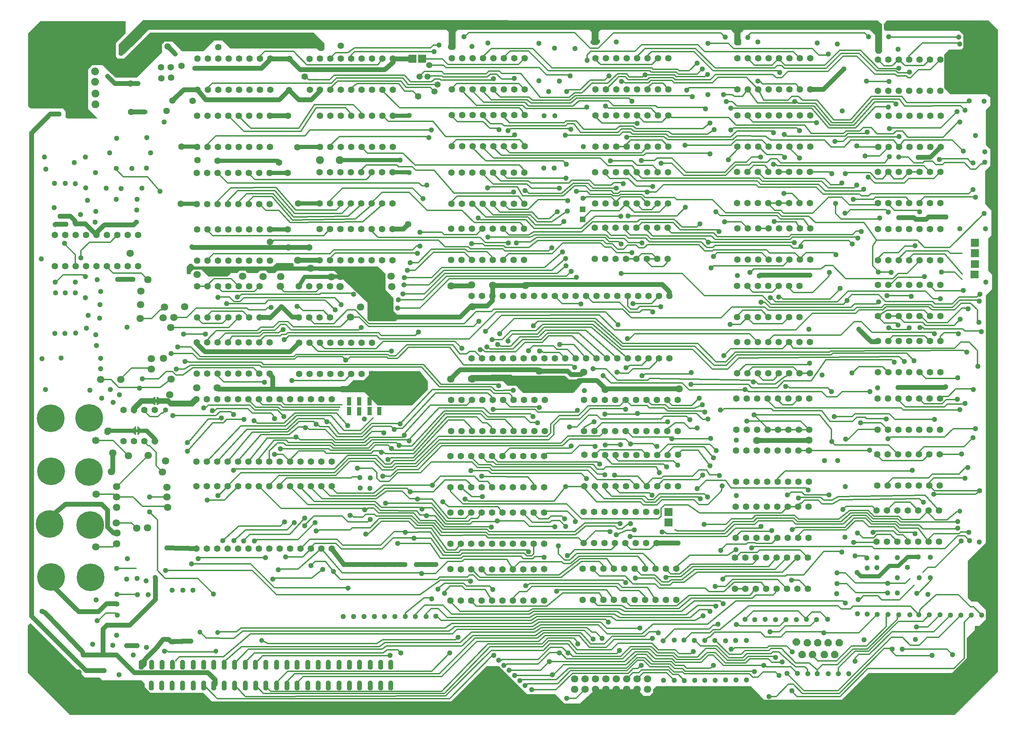
<source format=gbr>
%FSLAX34Y34*%
%MOMM*%
%LNSILK_TOP*%
G71*
G01*
%ADD10C, 1.60*%
%ADD11C, 1.20*%
%ADD12C, 1.50*%
%ADD13C, 1.30*%
%ADD14C, 1.60*%
%ADD15C, 1.95*%
%ADD16C, 0.30*%
%ADD17C, 1.00*%
%ADD18C, 1.80*%
%ADD19C, 6.75*%
%ADD20C, 1.20*%
%ADD21C, 0.00*%
%ADD22C, 1.80*%
%ADD23C, 1.90*%
%ADD24C, 0.05*%
%LPD*%
X1568381Y322976D02*
G54D10*
D03*
X1542981Y322976D02*
G54D10*
D03*
X1517581Y322976D02*
G54D10*
D03*
X1492181Y322976D02*
G54D10*
D03*
X1568381Y170576D02*
G54D10*
D03*
X1542981Y170576D02*
G54D10*
D03*
X1517581Y170576D02*
G54D10*
D03*
X1492181Y170576D02*
G54D10*
D03*
X1466781Y322976D02*
G54D10*
D03*
X1466781Y170576D02*
G54D10*
D03*
X1441381Y322976D02*
G54D10*
D03*
X1415981Y322976D02*
G54D10*
D03*
X1441381Y170576D02*
G54D10*
D03*
X1415981Y170576D02*
G54D10*
D03*
X1390581Y322976D02*
G54D10*
D03*
X1390581Y170576D02*
G54D10*
D03*
X1365181Y322976D02*
G54D10*
D03*
X1365181Y170576D02*
G54D10*
D03*
X1339781Y322976D02*
G54D10*
D03*
X1339781Y170576D02*
G54D10*
D03*
X1314381Y170576D02*
G54D10*
D03*
X1288981Y170576D02*
G54D10*
D03*
X1314381Y322976D02*
G54D10*
D03*
X1288981Y322976D02*
G54D10*
D03*
X1263581Y322976D02*
G54D10*
D03*
X1238181Y322976D02*
G54D10*
D03*
X1263581Y170576D02*
G54D10*
D03*
X1238181Y170576D02*
G54D10*
D03*
X1212781Y170576D02*
G54D10*
D03*
X1187381Y170576D02*
G54D10*
D03*
X1161981Y170576D02*
G54D10*
D03*
X1136581Y170576D02*
G54D10*
D03*
X1111181Y170576D02*
G54D10*
D03*
X1085781Y170576D02*
G54D10*
D03*
X1212781Y322976D02*
G54D10*
D03*
X1187381Y322976D02*
G54D10*
D03*
X1161981Y322976D02*
G54D10*
D03*
X1136581Y322976D02*
G54D10*
D03*
X1111181Y322976D02*
G54D10*
D03*
X1085781Y322976D02*
G54D10*
D03*
X414258Y-81687D02*
G54D10*
D03*
X439659Y-81687D02*
G54D10*
D03*
X465059Y-81687D02*
G54D10*
D03*
X490459Y-81687D02*
G54D10*
D03*
X414258Y70713D02*
G54D10*
D03*
X439658Y70713D02*
G54D10*
D03*
X465058Y70713D02*
G54D10*
D03*
X490459Y70713D02*
G54D10*
D03*
X515858Y-81687D02*
G54D10*
D03*
X515859Y70713D02*
G54D10*
D03*
X541258Y-81687D02*
G54D10*
D03*
X566658Y-81687D02*
G54D10*
D03*
X541258Y70713D02*
G54D10*
D03*
X566658Y70713D02*
G54D10*
D03*
X592058Y-81687D02*
G54D10*
D03*
X592059Y70713D02*
G54D10*
D03*
X617458Y-81687D02*
G54D10*
D03*
X617458Y70713D02*
G54D10*
D03*
X642859Y-81687D02*
G54D10*
D03*
X642859Y70713D02*
G54D10*
D03*
X668258Y70713D02*
G54D10*
D03*
X693658Y70713D02*
G54D10*
D03*
X668258Y-81687D02*
G54D10*
D03*
X693658Y-81687D02*
G54D10*
D03*
X719059Y-81687D02*
G54D10*
D03*
X744458Y-81687D02*
G54D10*
D03*
X719058Y70713D02*
G54D10*
D03*
X744458Y70713D02*
G54D10*
D03*
X573091Y-518321D02*
G54D11*
D03*
X423069Y-498475D02*
G54D11*
D03*
X465931Y-499269D02*
G54D11*
D03*
X461962Y-544512D02*
G54D11*
D03*
X2277269Y-202406D02*
G54D11*
D03*
X416639Y827156D02*
G54D10*
D03*
X442039Y827156D02*
G54D10*
D03*
X467439Y827156D02*
G54D10*
D03*
X492839Y827156D02*
G54D10*
D03*
X416639Y903356D02*
G54D10*
D03*
X442039Y903356D02*
G54D10*
D03*
X467439Y903356D02*
G54D10*
D03*
X492839Y903356D02*
G54D10*
D03*
X518239Y827156D02*
G54D10*
D03*
X518239Y903356D02*
G54D10*
D03*
X543639Y827156D02*
G54D10*
D03*
X569039Y827156D02*
G54D10*
D03*
X543639Y903356D02*
G54D10*
D03*
X569039Y903356D02*
G54D10*
D03*
X594439Y827156D02*
G54D10*
D03*
X594439Y903356D02*
G54D10*
D03*
X415845Y687456D02*
G54D10*
D03*
X441245Y687456D02*
G54D10*
D03*
X466645Y687456D02*
G54D10*
D03*
X492045Y687456D02*
G54D10*
D03*
X415845Y763656D02*
G54D10*
D03*
X441245Y763656D02*
G54D10*
D03*
X466645Y763656D02*
G54D10*
D03*
X492045Y763656D02*
G54D10*
D03*
X517445Y687456D02*
G54D10*
D03*
X517445Y763656D02*
G54D10*
D03*
X542845Y687456D02*
G54D10*
D03*
X568245Y687456D02*
G54D10*
D03*
X542845Y763656D02*
G54D10*
D03*
X568245Y763656D02*
G54D10*
D03*
X593645Y687456D02*
G54D10*
D03*
X593645Y763656D02*
G54D10*
D03*
X415052Y547756D02*
G54D10*
D03*
X440452Y547756D02*
G54D10*
D03*
X465852Y547756D02*
G54D10*
D03*
X491252Y547756D02*
G54D10*
D03*
X415052Y623956D02*
G54D10*
D03*
X440452Y623956D02*
G54D10*
D03*
X465852Y623956D02*
G54D10*
D03*
X491252Y623956D02*
G54D10*
D03*
X516652Y547756D02*
G54D10*
D03*
X516652Y623956D02*
G54D10*
D03*
X542052Y547756D02*
G54D10*
D03*
X567452Y547756D02*
G54D10*
D03*
X542052Y623956D02*
G54D10*
D03*
X567452Y623956D02*
G54D10*
D03*
X592852Y547756D02*
G54D10*
D03*
X592852Y623956D02*
G54D10*
D03*
X415845Y409643D02*
G54D10*
D03*
X441245Y409643D02*
G54D10*
D03*
X466645Y409643D02*
G54D10*
D03*
X492045Y409643D02*
G54D10*
D03*
X415845Y485843D02*
G54D10*
D03*
X441245Y485843D02*
G54D10*
D03*
X466645Y485843D02*
G54D10*
D03*
X492045Y485843D02*
G54D10*
D03*
X517445Y409643D02*
G54D10*
D03*
X517445Y485843D02*
G54D10*
D03*
X542845Y409643D02*
G54D10*
D03*
X568245Y409643D02*
G54D10*
D03*
X542845Y485843D02*
G54D10*
D03*
X568245Y485843D02*
G54D10*
D03*
X593645Y409643D02*
G54D10*
D03*
X593645Y485843D02*
G54D10*
D03*
X715089Y410437D02*
G54D10*
D03*
X740489Y410437D02*
G54D10*
D03*
X765889Y410437D02*
G54D10*
D03*
X791289Y410437D02*
G54D10*
D03*
X715089Y486637D02*
G54D10*
D03*
X740489Y486637D02*
G54D10*
D03*
X765889Y486637D02*
G54D10*
D03*
X791289Y486637D02*
G54D10*
D03*
X816689Y410437D02*
G54D10*
D03*
X816689Y486637D02*
G54D10*
D03*
X842089Y410437D02*
G54D10*
D03*
X867489Y410437D02*
G54D10*
D03*
X842089Y486637D02*
G54D10*
D03*
X867489Y486637D02*
G54D10*
D03*
X892889Y410437D02*
G54D10*
D03*
X892889Y486637D02*
G54D10*
D03*
X715089Y549343D02*
G54D10*
D03*
X740489Y549343D02*
G54D10*
D03*
X765889Y549343D02*
G54D10*
D03*
X791289Y549343D02*
G54D10*
D03*
X715089Y625543D02*
G54D10*
D03*
X740489Y625543D02*
G54D10*
D03*
X765889Y625543D02*
G54D10*
D03*
X791289Y625543D02*
G54D10*
D03*
X816689Y549343D02*
G54D10*
D03*
X816689Y625543D02*
G54D10*
D03*
X842089Y549343D02*
G54D10*
D03*
X867489Y549343D02*
G54D10*
D03*
X842089Y625543D02*
G54D10*
D03*
X867489Y625543D02*
G54D10*
D03*
X892889Y549343D02*
G54D10*
D03*
X892889Y625543D02*
G54D10*
D03*
X715883Y687456D02*
G54D10*
D03*
X741283Y687456D02*
G54D10*
D03*
X766683Y687456D02*
G54D10*
D03*
X792083Y687456D02*
G54D10*
D03*
X715883Y763656D02*
G54D10*
D03*
X741283Y763656D02*
G54D10*
D03*
X766683Y763656D02*
G54D10*
D03*
X792083Y763656D02*
G54D10*
D03*
X817483Y687456D02*
G54D10*
D03*
X817483Y763656D02*
G54D10*
D03*
X842883Y687456D02*
G54D10*
D03*
X868283Y687456D02*
G54D10*
D03*
X842883Y763656D02*
G54D10*
D03*
X868283Y763656D02*
G54D10*
D03*
X893683Y687456D02*
G54D10*
D03*
X893683Y763656D02*
G54D10*
D03*
X715883Y827156D02*
G54D10*
D03*
X741283Y827156D02*
G54D10*
D03*
X766683Y827156D02*
G54D10*
D03*
X792083Y827156D02*
G54D10*
D03*
X715883Y903356D02*
G54D10*
D03*
X741283Y903356D02*
G54D10*
D03*
X766683Y903356D02*
G54D10*
D03*
X792083Y903356D02*
G54D10*
D03*
X817483Y827156D02*
G54D10*
D03*
X817483Y903356D02*
G54D10*
D03*
X842883Y827156D02*
G54D10*
D03*
X868283Y827156D02*
G54D10*
D03*
X842883Y903356D02*
G54D10*
D03*
X868283Y903356D02*
G54D10*
D03*
X893683Y827156D02*
G54D10*
D03*
X893683Y903356D02*
G54D10*
D03*
X665083Y132624D02*
G54D10*
D03*
X690483Y132624D02*
G54D10*
D03*
X715883Y132624D02*
G54D10*
D03*
X741283Y132624D02*
G54D10*
D03*
X665083Y208824D02*
G54D10*
D03*
X690483Y208824D02*
G54D10*
D03*
X715883Y208824D02*
G54D10*
D03*
X741283Y208824D02*
G54D10*
D03*
X766683Y132624D02*
G54D10*
D03*
X766683Y208824D02*
G54D10*
D03*
X792083Y132624D02*
G54D10*
D03*
X817483Y132624D02*
G54D10*
D03*
X792083Y208824D02*
G54D10*
D03*
X817483Y208824D02*
G54D10*
D03*
X842883Y132624D02*
G54D10*
D03*
X842883Y208824D02*
G54D10*
D03*
X415052Y133418D02*
G54D10*
D03*
X440452Y133418D02*
G54D10*
D03*
X465852Y133418D02*
G54D10*
D03*
X491252Y133418D02*
G54D10*
D03*
X415052Y209618D02*
G54D10*
D03*
X440452Y209618D02*
G54D10*
D03*
X465852Y209618D02*
G54D10*
D03*
X491252Y209618D02*
G54D10*
D03*
X516652Y133418D02*
G54D10*
D03*
X516652Y209618D02*
G54D10*
D03*
X542052Y133418D02*
G54D10*
D03*
X567452Y133418D02*
G54D10*
D03*
X542052Y209618D02*
G54D10*
D03*
X567452Y209618D02*
G54D10*
D03*
X592852Y133418D02*
G54D10*
D03*
X592852Y209618D02*
G54D10*
D03*
X415845Y270738D02*
G54D10*
D03*
X441245Y270738D02*
G54D10*
D03*
X466645Y270738D02*
G54D10*
D03*
X492045Y270738D02*
G54D10*
D03*
X415845Y346938D02*
G54D10*
D03*
X441245Y346938D02*
G54D10*
D03*
X466645Y346938D02*
G54D10*
D03*
X492045Y346938D02*
G54D10*
D03*
X517445Y270738D02*
G54D10*
D03*
X517445Y346938D02*
G54D10*
D03*
X542845Y270738D02*
G54D10*
D03*
X568245Y270738D02*
G54D10*
D03*
X542845Y346938D02*
G54D10*
D03*
X568245Y346938D02*
G54D10*
D03*
X664290Y270738D02*
G54D10*
D03*
X689690Y270738D02*
G54D10*
D03*
X715090Y270738D02*
G54D10*
D03*
X740490Y270738D02*
G54D10*
D03*
X664290Y346938D02*
G54D10*
D03*
X689690Y346938D02*
G54D10*
D03*
X715090Y346938D02*
G54D10*
D03*
X740490Y346938D02*
G54D10*
D03*
X1034177Y-420620D02*
G54D10*
D03*
X1059577Y-420620D02*
G54D10*
D03*
X1084977Y-420620D02*
G54D10*
D03*
X1110377Y-420620D02*
G54D10*
D03*
X1034177Y-344419D02*
G54D10*
D03*
X1059577Y-344420D02*
G54D10*
D03*
X1084977Y-344420D02*
G54D10*
D03*
X1110377Y-344420D02*
G54D10*
D03*
X1135777Y-420620D02*
G54D10*
D03*
X1135777Y-344420D02*
G54D10*
D03*
X1161177Y-420620D02*
G54D10*
D03*
X1186577Y-420620D02*
G54D10*
D03*
X1161177Y-344420D02*
G54D10*
D03*
X1186577Y-344420D02*
G54D10*
D03*
X1211977Y-420620D02*
G54D10*
D03*
X1211977Y-344420D02*
G54D10*
D03*
X1237377Y-420620D02*
G54D10*
D03*
X1237377Y-344420D02*
G54D10*
D03*
X1262777Y-420620D02*
G54D10*
D03*
X1262777Y-344419D02*
G54D10*
D03*
X1034177Y-282507D02*
G54D10*
D03*
X1059577Y-282507D02*
G54D10*
D03*
X1084977Y-282507D02*
G54D10*
D03*
X1110377Y-282507D02*
G54D10*
D03*
X1034177Y-206307D02*
G54D10*
D03*
X1059577Y-206307D02*
G54D10*
D03*
X1084977Y-206307D02*
G54D10*
D03*
X1110377Y-206307D02*
G54D10*
D03*
X1135777Y-282507D02*
G54D10*
D03*
X1135777Y-206307D02*
G54D10*
D03*
X1161177Y-282507D02*
G54D10*
D03*
X1186577Y-282507D02*
G54D10*
D03*
X1161177Y-206307D02*
G54D10*
D03*
X1186577Y-206307D02*
G54D10*
D03*
X1211977Y-282507D02*
G54D10*
D03*
X1211977Y-206307D02*
G54D10*
D03*
X1237377Y-282507D02*
G54D10*
D03*
X1237377Y-206307D02*
G54D10*
D03*
X1262777Y-282507D02*
G54D10*
D03*
X1262777Y-206307D02*
G54D10*
D03*
X1034177Y-282507D02*
G54D10*
D03*
X1059577Y-282507D02*
G54D10*
D03*
X1084977Y-282507D02*
G54D10*
D03*
X1110377Y-282507D02*
G54D10*
D03*
X1034177Y-206307D02*
G54D10*
D03*
X1059577Y-206307D02*
G54D10*
D03*
X1084977Y-206307D02*
G54D10*
D03*
X1110377Y-206307D02*
G54D10*
D03*
X1135777Y-282507D02*
G54D10*
D03*
X1135777Y-206307D02*
G54D10*
D03*
X1161177Y-282507D02*
G54D10*
D03*
X1186577Y-282507D02*
G54D10*
D03*
X1161177Y-206307D02*
G54D10*
D03*
X1186577Y-206307D02*
G54D10*
D03*
X1211977Y-282507D02*
G54D10*
D03*
X1211977Y-206307D02*
G54D10*
D03*
X1237377Y-282507D02*
G54D10*
D03*
X1237377Y-206307D02*
G54D10*
D03*
X1262777Y-282507D02*
G54D10*
D03*
X1262777Y-206307D02*
G54D10*
D03*
X1034177Y-144394D02*
G54D10*
D03*
X1059577Y-144394D02*
G54D10*
D03*
X1084977Y-144394D02*
G54D10*
D03*
X1110377Y-144394D02*
G54D10*
D03*
X1034177Y-68194D02*
G54D10*
D03*
X1059577Y-68195D02*
G54D10*
D03*
X1084977Y-68195D02*
G54D10*
D03*
X1110377Y-68195D02*
G54D10*
D03*
X1135777Y-144395D02*
G54D10*
D03*
X1135777Y-68194D02*
G54D10*
D03*
X1161177Y-144394D02*
G54D10*
D03*
X1186577Y-144394D02*
G54D10*
D03*
X1161177Y-68194D02*
G54D10*
D03*
X1186577Y-68195D02*
G54D10*
D03*
X1211977Y-144394D02*
G54D10*
D03*
X1211977Y-68195D02*
G54D10*
D03*
X1237377Y-144394D02*
G54D10*
D03*
X1237377Y-68195D02*
G54D10*
D03*
X1262777Y-144394D02*
G54D10*
D03*
X1262777Y-68194D02*
G54D10*
D03*
X982660Y887410D02*
G54D12*
D03*
X958850Y858838D02*
G54D12*
D03*
X977900Y858838D02*
G54D12*
D03*
X1002506Y839788D02*
G54D12*
D03*
X995362Y822325D02*
G54D12*
D03*
X1139031Y854075D02*
G54D13*
D03*
X1189831Y854869D02*
G54D13*
D03*
X1005681Y935831D02*
G54D13*
D03*
X994569Y919956D02*
G54D13*
D03*
G36*
X931638Y912244D02*
X951138Y912244D01*
X951138Y892744D01*
X931638Y892744D01*
X931638Y912244D01*
G37*
G36*
X955450Y912244D02*
X974950Y912244D01*
X974950Y892744D01*
X955450Y892744D01*
X955450Y912244D01*
G37*
X933450Y764381D02*
G54D13*
D03*
X987425Y728662D02*
G54D13*
D03*
X981869Y710406D02*
G54D13*
D03*
X660400Y686594D02*
G54D14*
D03*
X636588Y623888D02*
G54D14*
D03*
X615950Y649288D02*
G54D14*
D03*
X715962Y654844D02*
G54D15*
D03*
X763588Y654844D02*
G54D15*
D03*
X637381Y763588D02*
G54D14*
D03*
X640556Y826294D02*
G54D14*
D03*
X691356Y827088D02*
G54D14*
D03*
X766762Y934244D02*
G54D14*
D03*
X716756Y934244D02*
G54D14*
D03*
X676275Y935038D02*
G54D14*
D03*
X690562Y902494D02*
G54D14*
D03*
X641350Y902494D02*
G54D14*
D03*
X954881Y811212D02*
G54D14*
D03*
X661988Y549275D02*
G54D14*
D03*
X636588Y485775D02*
G54D14*
D03*
X593725Y455612D02*
G54D14*
D03*
X638175Y442119D02*
G54D14*
D03*
X689769Y442119D02*
G54D14*
D03*
X931069Y498475D02*
G54D14*
D03*
X376238Y548481D02*
G54D14*
D03*
X416719Y654844D02*
G54D14*
D03*
X377825Y688181D02*
G54D14*
D03*
X404812Y800100D02*
G54D14*
D03*
X341312Y775494D02*
G54D14*
D03*
X355600Y800894D02*
G54D14*
D03*
X253206Y842169D02*
G54D14*
D03*
X254794Y773112D02*
G54D14*
D03*
X343694Y932656D02*
G54D14*
D03*
X467519Y931069D02*
G54D14*
D03*
X418306Y931862D02*
G54D14*
D03*
X465931Y653256D02*
G54D14*
D03*
G54D16*
X567452Y547756D02*
X568257Y547756D01*
X583406Y532606D01*
X615950Y532606D01*
X642938Y502444D01*
X819796Y504031D01*
X863600Y542131D01*
X867489Y549343D01*
G54D16*
X542052Y547756D02*
X542052Y554752D01*
X553244Y565944D01*
X598488Y565944D01*
X648494Y508794D01*
X801540Y511175D01*
X838200Y542131D01*
X842089Y549343D01*
G54D16*
X516652Y547756D02*
X516652Y552370D01*
X537369Y573088D01*
X601662Y573088D01*
X650875Y515938D01*
X784077Y517525D01*
X812006Y542131D01*
X816689Y549343D01*
G54D16*
X491252Y547756D02*
X491252Y556339D01*
X515144Y580231D01*
X605631Y580231D01*
X654050Y524669D01*
X768996Y524669D01*
X785812Y541338D01*
X791289Y549343D01*
G54D16*
X465852Y547756D02*
X465852Y555546D01*
X497681Y587375D01*
X608806Y588169D01*
X656431Y533400D01*
X755502Y533400D01*
X763588Y541338D01*
X765889Y549343D01*
G54D17*
X661988Y549275D02*
X715021Y549275D01*
X715089Y549343D01*
G54D17*
X592852Y623956D02*
X636519Y623956D01*
X636588Y623888D01*
G54D17*
X715883Y687456D02*
X661262Y687456D01*
X660400Y686594D01*
G54D17*
X465931Y653256D02*
X611981Y653256D01*
X615950Y649288D01*
G54D17*
X377825Y688181D02*
X415120Y688181D01*
X415845Y687456D01*
G54D17*
X376238Y548481D02*
X414326Y548481D01*
X415052Y547756D01*
G54D16*
X441245Y687456D02*
X441245Y693658D01*
X461962Y714375D01*
X679450Y714375D01*
X691356Y728662D01*
X987425Y728662D01*
G54D16*
X741283Y687456D02*
X741283Y691277D01*
X762794Y712788D01*
X979488Y712788D01*
X981869Y710406D01*
G54D16*
X492045Y763656D02*
X492057Y763656D01*
X530225Y725488D01*
X669131Y725488D01*
X706438Y782638D01*
X777875Y782638D01*
X788194Y772319D01*
X788194Y767545D01*
X792083Y763656D01*
G54D16*
X517445Y763656D02*
X517445Y762080D01*
X546894Y732631D01*
X664369Y732631D01*
X702469Y790575D01*
X796925Y790575D01*
X814388Y773112D01*
X814388Y766751D01*
X817483Y763656D01*
X976312Y593725D02*
G54D13*
D03*
X966788Y561181D02*
G54D13*
D03*
G54D16*
X740489Y549343D02*
X740489Y556339D01*
X770731Y586581D01*
X941388Y586581D01*
X966788Y561181D01*
G54D16*
X465852Y623956D02*
X465863Y623956D01*
X490538Y599281D01*
X957262Y599281D01*
X964406Y592138D01*
X974725Y592138D01*
X976312Y593725D01*
G54D16*
X792083Y827156D02*
X792231Y827156D01*
X796925Y835025D01*
X807244Y842169D01*
X908050Y842169D01*
X922338Y823912D01*
X942181Y823912D01*
X954881Y811212D01*
G54D16*
X741283Y827156D02*
X741283Y830977D01*
X758825Y848519D01*
X913606Y848519D01*
X925512Y832644D01*
X985044Y832644D01*
X995362Y822325D01*
G54D16*
X442039Y827156D02*
X442039Y831770D01*
X453231Y842962D01*
X743744Y842962D01*
X756444Y855662D01*
X917575Y855662D01*
X930275Y839788D01*
X1002506Y839788D01*
X678656Y858838D02*
G54D14*
D03*
G54D16*
X678656Y858838D02*
X680244Y858838D01*
X687388Y851694D01*
X738981Y851694D01*
X750094Y862806D01*
X922338Y862806D01*
X936625Y846138D01*
X987425Y846138D01*
X996156Y853281D01*
X1008062Y853281D01*
X1011238Y850900D01*
X1135856Y850900D01*
X1139031Y854075D01*
G54D16*
X569039Y903356D02*
X569039Y908764D01*
X581025Y920750D01*
X650875Y920750D01*
X683419Y888206D01*
X857102Y888206D01*
X868283Y903356D01*
G54D16*
X741283Y903356D02*
X741283Y904795D01*
X754062Y917575D01*
X783431Y917575D01*
X800100Y929481D01*
X985838Y929481D01*
X992188Y935831D01*
X1005681Y935831D01*
G54D16*
X994569Y919956D02*
X800100Y919956D01*
X792162Y912019D01*
X792162Y903435D01*
X792083Y903356D01*
X911225Y654844D02*
G54D13*
D03*
X933450Y624681D02*
G54D13*
D03*
G54D17*
X893683Y763656D02*
X932724Y763656D01*
X933450Y764381D01*
G54D17*
X892889Y625543D02*
X932588Y625543D01*
X933450Y624681D01*
G54D17*
X763588Y654844D02*
X911225Y654844D01*
X466725Y319881D02*
G54D13*
D03*
X488156Y304800D02*
G54D13*
D03*
X514350Y320675D02*
G54D13*
D03*
X382588Y230188D02*
G54D13*
D03*
X436562Y230188D02*
G54D13*
D03*
X626269Y241300D02*
G54D13*
D03*
X628650Y216694D02*
G54D13*
D03*
X778669Y166688D02*
G54D13*
D03*
X889794Y188912D02*
G54D13*
D03*
X815975Y246062D02*
G54D13*
D03*
X956469Y234950D02*
G54D13*
D03*
X797719Y327819D02*
G54D13*
D03*
X767556Y301625D02*
G54D13*
D03*
X752475Y288925D02*
G54D13*
D03*
X596106Y295275D02*
G54D13*
D03*
X368300Y198438D02*
G54D13*
D03*
X352425Y182562D02*
G54D13*
D03*
X386556Y163512D02*
G54D13*
D03*
X365125Y144462D02*
G54D13*
D03*
X275431Y97631D02*
G54D13*
D03*
X281781Y120650D02*
G54D13*
D03*
X356394Y30956D02*
G54D13*
D03*
X431800Y50006D02*
G54D13*
D03*
X453231Y42862D02*
G54D13*
D03*
X475456Y25400D02*
G54D13*
D03*
X504825Y33338D02*
G54D13*
D03*
X530225Y21431D02*
G54D13*
D03*
X554831Y18256D02*
G54D13*
D03*
X392112Y-34925D02*
G54D13*
D03*
X392112Y-56356D02*
G54D13*
D03*
X604838Y23812D02*
G54D13*
D03*
X627856Y28575D02*
G54D13*
D03*
X783431Y6350D02*
G54D13*
D03*
X732631Y15875D02*
G54D13*
D03*
X706438Y10319D02*
G54D13*
D03*
X680244Y1588D02*
G54D13*
D03*
X657225Y-21431D02*
G54D13*
D03*
X619125Y-50006D02*
G54D13*
D03*
X604838Y-63500D02*
G54D13*
D03*
X504825Y-102394D02*
G54D13*
D03*
X911225Y11112D02*
G54D13*
D03*
X896938Y-3175D02*
G54D13*
D03*
X871538Y-11112D02*
G54D13*
D03*
X921544Y-17462D02*
G54D13*
D03*
X933450Y-30956D02*
G54D13*
D03*
X908844Y-42069D02*
G54D13*
D03*
X889794Y-49212D02*
G54D13*
D03*
X865188Y-58738D02*
G54D13*
D03*
X881856Y-76200D02*
G54D13*
D03*
X807244Y-97631D02*
G54D13*
D03*
X869156Y-117475D02*
G54D13*
D03*
X478631Y-274638D02*
G54D13*
D03*
X505619Y-274638D02*
G54D13*
D03*
X529431Y-275431D02*
G54D13*
D03*
X555625Y-275431D02*
G54D13*
D03*
X629444Y-228600D02*
G54D13*
D03*
X653256Y-230188D02*
G54D13*
D03*
X678656Y-219869D02*
G54D13*
D03*
X678656Y-238125D02*
G54D13*
D03*
X704056Y-230188D02*
G54D13*
D03*
X706438Y-250825D02*
G54D13*
D03*
X788988Y-212725D02*
G54D13*
D03*
X824706Y-199231D02*
G54D13*
D03*
X838200Y-223044D02*
G54D13*
D03*
X827088Y-258762D02*
G54D13*
D03*
X455612Y-404812D02*
G54D13*
D03*
X338931Y-347662D02*
G54D13*
D03*
X402431Y-330994D02*
G54D13*
D03*
X418306Y-318294D02*
G54D13*
D03*
X582612Y-315912D02*
G54D13*
D03*
X600869Y-368300D02*
G54D13*
D03*
X614362Y-345281D02*
G54D13*
D03*
X631825Y-314325D02*
G54D13*
D03*
X693738Y-335756D02*
G54D13*
D03*
X722312Y-344488D02*
G54D13*
D03*
X748506Y-350044D02*
G54D13*
D03*
X784225Y-390525D02*
G54D13*
D03*
X905669Y-280988D02*
G54D13*
D03*
X945356Y-268288D02*
G54D13*
D03*
X923925Y-254000D02*
G54D13*
D03*
X975519Y-213519D02*
G54D13*
D03*
X964406Y-197644D02*
G54D13*
D03*
X963612Y-354806D02*
G54D13*
D03*
X1015206Y-179388D02*
G54D13*
D03*
X989806Y-138906D02*
G54D13*
D03*
X935831Y-154781D02*
G54D13*
D03*
X953294Y-173038D02*
G54D13*
D03*
X875506Y-183356D02*
G54D13*
D03*
X886619Y-554831D02*
G54D13*
D03*
X912812Y-549275D02*
G54D13*
D03*
X1032669Y-549275D02*
G54D13*
D03*
X1052512Y-511175D02*
G54D13*
D03*
X1019175Y-403225D02*
G54D13*
D03*
X1003300Y-392906D02*
G54D13*
D03*
X988219Y-416719D02*
G54D13*
D03*
X1082675Y-373856D02*
G54D13*
D03*
X1137444Y-393700D02*
G54D13*
D03*
X1217612Y-384969D02*
G54D13*
D03*
X1293019Y-398462D02*
G54D13*
D03*
X1319212Y-311150D02*
G54D13*
D03*
X1296988Y-287338D02*
G54D13*
D03*
X1262856Y-315119D02*
G54D13*
D03*
X1224756Y-301625D02*
G54D13*
D03*
X1289050Y-240506D02*
G54D13*
D03*
X1315244Y-239712D02*
G54D13*
D03*
X1312862Y-221456D02*
G54D13*
D03*
X1339056Y-227806D02*
G54D13*
D03*
X1423194Y-252412D02*
G54D13*
D03*
X1439069Y-260350D02*
G54D13*
D03*
X1447800Y-233362D02*
G54D13*
D03*
X1473200Y-233362D02*
G54D13*
D03*
X1482725Y-248444D02*
G54D13*
D03*
X1472406Y-264319D02*
G54D13*
D03*
X1550194Y-253206D02*
G54D13*
D03*
X1525588Y-163512D02*
G54D13*
D03*
X1366044Y-123031D02*
G54D13*
D03*
X1410494Y-113506D02*
G54D13*
D03*
X1434306Y-114300D02*
G54D13*
D03*
X1397794Y-87312D02*
G54D13*
D03*
X1543844Y-108744D02*
G54D13*
D03*
X1561306Y-94456D02*
G54D13*
D03*
X1588294Y-89694D02*
G54D13*
D03*
X1235869Y28575D02*
G54D13*
D03*
X1250950Y50800D02*
G54D13*
D03*
X1138238Y46038D02*
G54D13*
D03*
X1246188Y13494D02*
G54D13*
D03*
X1343819Y43656D02*
G54D13*
D03*
X577056Y370681D02*
G54D18*
D03*
X527050Y371475D02*
G54D18*
D03*
X619919Y370681D02*
G54D18*
D03*
X619125Y346869D02*
G54D18*
D03*
X764381Y346075D02*
G54D18*
D03*
X765175Y370681D02*
G54D18*
D03*
X743744Y369888D02*
G54D18*
D03*
X639762Y395288D02*
G54D18*
D03*
X661194Y410369D02*
G54D18*
D03*
X465138Y381794D02*
G54D18*
D03*
X692944Y391319D02*
G54D18*
D03*
X415925Y375444D02*
G54D18*
D03*
X385762Y296862D02*
G54D18*
D03*
X336550Y296069D02*
G54D18*
D03*
X277019Y268288D02*
G54D18*
D03*
X332581Y269875D02*
G54D18*
D03*
X359569Y270669D02*
G54D18*
D03*
X351631Y246062D02*
G54D18*
D03*
X277812Y302419D02*
G54D18*
D03*
X278606Y334962D02*
G54D18*
D03*
X296069Y362744D02*
G54D18*
D03*
X890588Y346075D02*
G54D18*
D03*
X889000Y371475D02*
G54D18*
D03*
X814388Y296069D02*
G54D18*
D03*
X789781Y271462D02*
G54D18*
D03*
X839788Y270669D02*
G54D18*
D03*
X1087438Y296862D02*
G54D18*
D03*
X1085850Y350044D02*
G54D18*
D03*
X1137444Y349250D02*
G54D18*
D03*
X1035844Y347662D02*
G54D18*
D03*
X1216819Y348456D02*
G54D18*
D03*
X1035050Y119856D02*
G54D18*
D03*
X1085850Y120650D02*
G54D18*
D03*
X1250950Y139700D02*
G54D18*
D03*
X1292225Y119856D02*
G54D18*
D03*
X1358900Y137319D02*
G54D18*
D03*
X1411288Y94456D02*
G54D18*
D03*
X1592262Y96044D02*
G54D18*
D03*
X1908969Y-29369D02*
G54D18*
D03*
X1781175Y-30162D02*
G54D18*
D03*
X415131Y98425D02*
G54D18*
D03*
X465138Y98425D02*
G54D18*
D03*
X349250Y81756D02*
G54D18*
D03*
X352425Y119856D02*
G54D18*
D03*
X304006Y144462D02*
G54D18*
D03*
X304006Y169862D02*
G54D18*
D03*
X333375Y170656D02*
G54D18*
D03*
X229394Y119062D02*
G54D18*
D03*
X168275Y-289719D02*
G54D18*
D03*
X219075Y-281781D02*
G54D18*
D03*
X220662Y-255588D02*
G54D18*
D03*
X218281Y-230981D02*
G54D18*
D03*
X268288Y-243681D02*
G54D18*
D03*
X294481Y-242888D02*
G54D18*
D03*
X343694Y-193675D02*
G54D18*
D03*
X342106Y-168275D02*
G54D18*
D03*
X219075Y-193675D02*
G54D18*
D03*
X219075Y-167481D02*
G54D18*
D03*
X169862Y-161131D02*
G54D18*
D03*
X219075Y-142081D02*
G54D18*
D03*
X207169Y-106362D02*
G54D18*
D03*
X210344Y-60325D02*
G54D18*
D03*
X169069Y-30162D02*
G54D18*
D03*
X248444Y-67469D02*
G54D18*
D03*
X296862Y-65881D02*
G54D18*
D03*
X338931Y-80169D02*
G54D18*
D03*
X330994Y-107156D02*
G54D18*
D03*
X342106Y-144462D02*
G54D18*
D03*
G54D16*
X415845Y270738D02*
X415845Y269161D01*
X428625Y256381D01*
X477689Y256381D01*
X492045Y270738D01*
G54D16*
X351631Y246062D02*
X492770Y246062D01*
X517445Y270738D01*
G54D16*
X441245Y270738D02*
X441245Y275352D01*
X451644Y285750D01*
X527833Y285750D01*
X542845Y270738D01*
G54D16*
X359569Y270669D02*
X390525Y270669D01*
X413544Y293688D01*
X537369Y293688D01*
X542131Y288925D01*
X582612Y288925D01*
X588169Y294481D01*
X595312Y294481D01*
X596106Y295275D01*
X659606Y297656D02*
G54D13*
D03*
G54D16*
X659606Y297656D02*
X663575Y297656D01*
X673894Y287338D01*
X723890Y287338D01*
X740490Y270738D01*
G54D16*
X488156Y304800D02*
X581819Y304800D01*
X589756Y312738D01*
X728662Y312738D01*
X752475Y288925D01*
G54D16*
X767556Y301625D02*
X767556Y303212D01*
X751681Y319088D01*
X530225Y319088D01*
X520700Y309562D01*
X505619Y309562D01*
X494506Y320675D01*
X467519Y320675D01*
X466725Y319881D01*
G54D16*
X514350Y320675D02*
X517525Y320675D01*
X523875Y327025D01*
X715169Y327025D01*
X718344Y330200D01*
X795338Y330200D01*
X797719Y327819D01*
G54D16*
X466645Y346938D02*
X466645Y344567D01*
X477044Y334169D01*
X555476Y334169D01*
X568245Y346938D01*
G54D16*
X415845Y346938D02*
X441245Y346938D01*
X441245Y349964D01*
X457200Y365919D01*
X498465Y365919D01*
X517445Y346938D01*
G54D16*
X229394Y119062D02*
X229394Y120650D01*
X255588Y146844D01*
X301625Y146844D01*
X304006Y144462D01*
G54D16*
X281781Y120650D02*
X322262Y120650D01*
X340519Y138906D01*
X355600Y138906D01*
X364331Y130175D01*
X381000Y130175D01*
X405606Y147638D01*
X553232Y147638D01*
X567452Y133418D01*
G54D16*
X365125Y144462D02*
X384969Y144462D01*
X400050Y153988D01*
X568325Y153988D01*
X573088Y149225D01*
X963612Y149225D01*
X1006475Y101600D01*
X1134269Y101600D01*
X1143794Y92075D01*
X1185069Y92869D01*
X1187450Y92869D02*
G54D13*
D03*
X1151731Y103981D02*
G54D13*
D03*
X646906Y116681D02*
G54D13*
D03*
X580231Y112712D02*
G54D13*
D03*
G54D16*
X465852Y133418D02*
X465852Y128667D01*
X481012Y113506D01*
X579438Y113506D01*
X580231Y112712D01*
G54D16*
X646906Y116681D02*
X776140Y116681D01*
X792083Y132624D01*
G54D16*
X475456Y25400D02*
X467519Y23019D01*
X442912Y23019D01*
X398462Y-30956D01*
X392112Y-34925D01*
G54D16*
X530225Y21431D02*
X488156Y21431D01*
X480219Y13494D01*
X454025Y13494D01*
X392112Y-56356D01*
G54D16*
X356394Y30956D02*
X461962Y30956D01*
X471488Y40481D01*
X497681Y40481D01*
X504825Y33338D01*
G54D16*
X453231Y42862D02*
X458788Y42862D01*
X464344Y48419D01*
X539750Y48419D01*
X550862Y37306D01*
X596106Y37306D01*
X601662Y31750D01*
X604838Y23812D01*
G54D16*
X431800Y50006D02*
X436562Y50006D01*
X442912Y56356D01*
X544512Y56356D01*
X556419Y44450D01*
X611981Y44450D01*
X627856Y28575D01*
G54D16*
X541269Y70564D02*
X541269Y69125D01*
X558800Y51594D01*
X613569Y51594D01*
X620712Y44450D01*
X760412Y44450D01*
G54D16*
X554831Y18256D02*
X556419Y18256D01*
X561975Y12700D01*
X627856Y12700D01*
X654844Y37306D01*
X756444Y37306D01*
X783431Y6350D01*
X180181Y119062D02*
G54D18*
D03*
G54D16*
X180181Y119062D02*
X205581Y119062D01*
X224631Y100012D01*
X273050Y100012D01*
X275431Y97631D01*
G54D16*
X352425Y119856D02*
X325438Y100012D01*
X277812Y100012D01*
X275431Y97631D01*
G54D16*
X439669Y-81836D02*
X522288Y5556D01*
X631825Y5556D01*
X658812Y30956D01*
X742950Y30956D01*
X773906Y-5556D01*
X814388Y-5556D01*
X845344Y25400D01*
G54D16*
X465069Y-81836D02*
X537369Y-2381D01*
X634206Y-2381D01*
X661988Y23812D01*
X724694Y23812D01*
X732631Y15875D01*
G54D16*
X490469Y-81836D02*
X550862Y-9525D01*
X636588Y-8731D01*
X665162Y16669D01*
X700088Y16669D01*
X706438Y10319D01*
G54D16*
X515869Y-81836D02*
X519906Y-74612D01*
X571500Y-15875D01*
X640556Y-15875D01*
X662781Y3175D01*
X678656Y3175D01*
X680244Y1588D01*
G54D16*
X541269Y-81836D02*
X586581Y-23812D01*
X654844Y-23812D01*
X657225Y-21431D01*
G54D16*
X566669Y70564D02*
X566669Y66744D01*
X576262Y57150D01*
X619125Y57150D01*
X624681Y51594D01*
G54D16*
X624681Y51594D02*
X763588Y51594D01*
G54D16*
X617469Y70564D02*
X617469Y69919D01*
X630238Y57150D01*
X769144Y57150D01*
G54D16*
X732631Y15875D02*
X739775Y14288D01*
X762000Y-13494D01*
X816769Y-13494D01*
X842169Y11906D01*
X910431Y11906D01*
X911225Y11112D01*
G54D16*
X706438Y10319D02*
X711994Y6350D01*
X715962Y3969D01*
X736600Y3969D01*
X757238Y-20638D01*
X819150Y-20638D01*
X845344Y4762D01*
X889000Y4762D01*
X896938Y-3175D01*
G54D16*
X680244Y1588D02*
X685006Y1588D01*
X688975Y-2381D01*
X728662Y-2381D01*
X754062Y-27781D01*
X821531Y-27781D01*
X842962Y-7938D01*
X868362Y-7938D01*
X871538Y-11112D01*
G54D16*
X657225Y-21431D02*
X660400Y-21431D01*
X667544Y-28575D01*
X746125Y-28575D01*
X752475Y-34925D01*
X823912Y-34925D01*
X838200Y-22225D01*
X916781Y-22225D01*
X921544Y-17462D01*
X1069181Y-173038D02*
G54D13*
D03*
X1112044Y-166688D02*
G54D13*
D03*
X1148556Y-226219D02*
G54D13*
D03*
X1134269Y-241300D02*
G54D13*
D03*
X1315244Y-142081D02*
G54D13*
D03*
X1328738Y-43656D02*
G54D13*
D03*
X1386681Y-44450D02*
G54D13*
D03*
X1084262Y-103188D02*
G54D13*
D03*
X1110456Y-116681D02*
G54D13*
D03*
G54D16*
X1110456Y-116681D02*
X1119188Y-118269D01*
X1222364Y-119062D01*
X1237456Y-135731D01*
X1237377Y-144394D01*
G54D16*
X1059577Y-144394D02*
X1065927Y-149939D01*
X1086644Y-166688D01*
X1112044Y-166688D01*
G54D16*
X1339056Y-227806D02*
X1339056Y-222250D01*
X1319212Y-202406D01*
X1266677Y-202406D01*
X1262777Y-206307D01*
X1037352Y827949D02*
G54D10*
D03*
X1062752Y827949D02*
G54D10*
D03*
X1088152Y827949D02*
G54D10*
D03*
X1113552Y827949D02*
G54D10*
D03*
X1037352Y904149D02*
G54D10*
D03*
X1062752Y904149D02*
G54D10*
D03*
X1088152Y904149D02*
G54D10*
D03*
X1113552Y904149D02*
G54D10*
D03*
X1138952Y827949D02*
G54D10*
D03*
X1138952Y904149D02*
G54D10*
D03*
X1164352Y827949D02*
G54D10*
D03*
X1189752Y827949D02*
G54D10*
D03*
X1164352Y904149D02*
G54D10*
D03*
X1189752Y904149D02*
G54D10*
D03*
X1215152Y827949D02*
G54D10*
D03*
X1215152Y904149D02*
G54D10*
D03*
X1037352Y689043D02*
G54D10*
D03*
X1062752Y689043D02*
G54D10*
D03*
X1088152Y689043D02*
G54D10*
D03*
X1113552Y689043D02*
G54D10*
D03*
X1037352Y765243D02*
G54D10*
D03*
X1062752Y765243D02*
G54D10*
D03*
X1088152Y765243D02*
G54D10*
D03*
X1113552Y765243D02*
G54D10*
D03*
X1138952Y689043D02*
G54D10*
D03*
X1138952Y765243D02*
G54D10*
D03*
X1164352Y689043D02*
G54D10*
D03*
X1189752Y689043D02*
G54D10*
D03*
X1164352Y765243D02*
G54D10*
D03*
X1189752Y765243D02*
G54D10*
D03*
X1215152Y689043D02*
G54D10*
D03*
X1215152Y765243D02*
G54D10*
D03*
X1036558Y548549D02*
G54D10*
D03*
X1061958Y548549D02*
G54D10*
D03*
X1087358Y548549D02*
G54D10*
D03*
X1112758Y548549D02*
G54D10*
D03*
X1036558Y624749D02*
G54D10*
D03*
X1061958Y624749D02*
G54D10*
D03*
X1087358Y624749D02*
G54D10*
D03*
X1112758Y624749D02*
G54D10*
D03*
X1138158Y548549D02*
G54D10*
D03*
X1138158Y624750D02*
G54D10*
D03*
X1163558Y548549D02*
G54D10*
D03*
X1188958Y548549D02*
G54D10*
D03*
X1163558Y624749D02*
G54D10*
D03*
X1188958Y624749D02*
G54D10*
D03*
X1214358Y548549D02*
G54D10*
D03*
X1214358Y624749D02*
G54D10*
D03*
X1035764Y411231D02*
G54D10*
D03*
X1061164Y411231D02*
G54D10*
D03*
X1086564Y411231D02*
G54D10*
D03*
X1111964Y411231D02*
G54D10*
D03*
X1035764Y487431D02*
G54D10*
D03*
X1061164Y487431D02*
G54D10*
D03*
X1086564Y487431D02*
G54D10*
D03*
X1111964Y487431D02*
G54D10*
D03*
X1137364Y411231D02*
G54D10*
D03*
X1137364Y487431D02*
G54D10*
D03*
X1162764Y411231D02*
G54D10*
D03*
X1188164Y411231D02*
G54D10*
D03*
X1162764Y487431D02*
G54D10*
D03*
X1188164Y487431D02*
G54D10*
D03*
X1213564Y411231D02*
G54D10*
D03*
X1213564Y487431D02*
G54D10*
D03*
X1727914Y-392044D02*
G54D10*
D03*
X1753314Y-392044D02*
G54D10*
D03*
X1778714Y-392044D02*
G54D10*
D03*
X1804114Y-392044D02*
G54D10*
D03*
X1727914Y-315844D02*
G54D10*
D03*
X1753314Y-315844D02*
G54D10*
D03*
X1778714Y-315844D02*
G54D10*
D03*
X1804114Y-315844D02*
G54D10*
D03*
X1829514Y-392044D02*
G54D10*
D03*
X1829514Y-315844D02*
G54D10*
D03*
X1854914Y-392044D02*
G54D10*
D03*
X1880314Y-392044D02*
G54D10*
D03*
X1854914Y-315844D02*
G54D10*
D03*
X1880314Y-315844D02*
G54D10*
D03*
X1905714Y-392044D02*
G54D10*
D03*
X1905714Y-315844D02*
G54D10*
D03*
X1730296Y-268219D02*
G54D10*
D03*
X1755695Y-268219D02*
G54D10*
D03*
X1781095Y-268219D02*
G54D10*
D03*
X1806495Y-268219D02*
G54D10*
D03*
X1730296Y-192019D02*
G54D10*
D03*
X1755695Y-192019D02*
G54D10*
D03*
X1781095Y-192019D02*
G54D10*
D03*
X1806495Y-192019D02*
G54D10*
D03*
X1831895Y-268219D02*
G54D10*
D03*
X1831895Y-192019D02*
G54D10*
D03*
X1857295Y-268219D02*
G54D10*
D03*
X1882695Y-268219D02*
G54D10*
D03*
X1857295Y-192019D02*
G54D10*
D03*
X1882695Y-192019D02*
G54D10*
D03*
X1908095Y-268219D02*
G54D10*
D03*
X1908095Y-192019D02*
G54D10*
D03*
X1731089Y-130900D02*
G54D10*
D03*
X1756489Y-130900D02*
G54D10*
D03*
X1781889Y-130900D02*
G54D10*
D03*
X1807289Y-130900D02*
G54D10*
D03*
X1731089Y-54701D02*
G54D10*
D03*
X1756489Y-54701D02*
G54D10*
D03*
X1781889Y-54701D02*
G54D10*
D03*
X1807289Y-54701D02*
G54D10*
D03*
X1832689Y-130900D02*
G54D10*
D03*
X1832689Y-54700D02*
G54D10*
D03*
X1858089Y-130900D02*
G54D10*
D03*
X1883489Y-130900D02*
G54D10*
D03*
X1858089Y-54701D02*
G54D10*
D03*
X1883489Y-54701D02*
G54D10*
D03*
X1908889Y-130900D02*
G54D10*
D03*
X1908889Y-54701D02*
G54D10*
D03*
X1731883Y-3900D02*
G54D10*
D03*
X1757282Y-3900D02*
G54D10*
D03*
X1782683Y-3900D02*
G54D10*
D03*
X1808083Y-3900D02*
G54D10*
D03*
X1731883Y72299D02*
G54D10*
D03*
X1757282Y72299D02*
G54D10*
D03*
X1782682Y72299D02*
G54D10*
D03*
X1808082Y72299D02*
G54D10*
D03*
X1833483Y-3900D02*
G54D10*
D03*
X1833483Y72300D02*
G54D10*
D03*
X1858883Y-3900D02*
G54D10*
D03*
X1884283Y-3900D02*
G54D10*
D03*
X1858883Y72299D02*
G54D10*
D03*
X1884283Y72299D02*
G54D10*
D03*
X1909683Y-3900D02*
G54D10*
D03*
X1909682Y72299D02*
G54D10*
D03*
X1733470Y134212D02*
G54D10*
D03*
X1758870Y134212D02*
G54D10*
D03*
X1784270Y134212D02*
G54D10*
D03*
X1809670Y134212D02*
G54D10*
D03*
X1733470Y210412D02*
G54D10*
D03*
X1758870Y210412D02*
G54D10*
D03*
X1784270Y210412D02*
G54D10*
D03*
X1809670Y210412D02*
G54D10*
D03*
X1835070Y134212D02*
G54D10*
D03*
X1835070Y210412D02*
G54D10*
D03*
X1860470Y134212D02*
G54D10*
D03*
X1885870Y134212D02*
G54D10*
D03*
X1860470Y210412D02*
G54D10*
D03*
X1885870Y210412D02*
G54D10*
D03*
X1911270Y134212D02*
G54D10*
D03*
X1911270Y210412D02*
G54D10*
D03*
X1734264Y412024D02*
G54D10*
D03*
X1759664Y412024D02*
G54D10*
D03*
X1785064Y412024D02*
G54D10*
D03*
X1810464Y412024D02*
G54D10*
D03*
X1734264Y488224D02*
G54D10*
D03*
X1759664Y488224D02*
G54D10*
D03*
X1785064Y488224D02*
G54D10*
D03*
X1810464Y488224D02*
G54D10*
D03*
X1835864Y412024D02*
G54D10*
D03*
X1835864Y488224D02*
G54D10*
D03*
X1861264Y412024D02*
G54D10*
D03*
X1886664Y412024D02*
G54D10*
D03*
X1861264Y488224D02*
G54D10*
D03*
X1886664Y488224D02*
G54D10*
D03*
X1912064Y412024D02*
G54D10*
D03*
X1912064Y488224D02*
G54D10*
D03*
X1733470Y550137D02*
G54D10*
D03*
X1758870Y550137D02*
G54D10*
D03*
X1784270Y550137D02*
G54D10*
D03*
X1809670Y550137D02*
G54D10*
D03*
X1733470Y626337D02*
G54D10*
D03*
X1758870Y626337D02*
G54D10*
D03*
X1784270Y626337D02*
G54D10*
D03*
X1809670Y626337D02*
G54D10*
D03*
X1835070Y550137D02*
G54D10*
D03*
X1835070Y626337D02*
G54D10*
D03*
X1860470Y550137D02*
G54D10*
D03*
X1885870Y550137D02*
G54D10*
D03*
X1860470Y626337D02*
G54D10*
D03*
X1885870Y626337D02*
G54D10*
D03*
X1911270Y550137D02*
G54D10*
D03*
X1911270Y626337D02*
G54D10*
D03*
X1734264Y688250D02*
G54D10*
D03*
X1759664Y688250D02*
G54D10*
D03*
X1785064Y688250D02*
G54D10*
D03*
X1810464Y688250D02*
G54D10*
D03*
X1734264Y764449D02*
G54D10*
D03*
X1759664Y764449D02*
G54D10*
D03*
X1785064Y764449D02*
G54D10*
D03*
X1810464Y764449D02*
G54D10*
D03*
X1835864Y688250D02*
G54D10*
D03*
X1835864Y764450D02*
G54D10*
D03*
X1861264Y688250D02*
G54D10*
D03*
X1886664Y688250D02*
G54D10*
D03*
X1861264Y764449D02*
G54D10*
D03*
X1886664Y764449D02*
G54D10*
D03*
X1912064Y688250D02*
G54D10*
D03*
X1912064Y764449D02*
G54D10*
D03*
X1734264Y827950D02*
G54D10*
D03*
X1759664Y827950D02*
G54D10*
D03*
X1785064Y827950D02*
G54D10*
D03*
X1810464Y827950D02*
G54D10*
D03*
X1734264Y904149D02*
G54D10*
D03*
X1759664Y904149D02*
G54D10*
D03*
X1785064Y904149D02*
G54D10*
D03*
X1810464Y904149D02*
G54D10*
D03*
X1835864Y827950D02*
G54D10*
D03*
X1835864Y904150D02*
G54D10*
D03*
X1861264Y827950D02*
G54D10*
D03*
X1886664Y827950D02*
G54D10*
D03*
X1861264Y904149D02*
G54D10*
D03*
X1886664Y904149D02*
G54D10*
D03*
X1912064Y827950D02*
G54D10*
D03*
X1912064Y904149D02*
G54D10*
D03*
X1387396Y549343D02*
G54D10*
D03*
X1412795Y549343D02*
G54D10*
D03*
X1438195Y549343D02*
G54D10*
D03*
X1463595Y549343D02*
G54D10*
D03*
X1387396Y625543D02*
G54D10*
D03*
X1412795Y625543D02*
G54D10*
D03*
X1438195Y625543D02*
G54D10*
D03*
X1463595Y625543D02*
G54D10*
D03*
X1488995Y549343D02*
G54D10*
D03*
X1488995Y625543D02*
G54D10*
D03*
X1514395Y549343D02*
G54D10*
D03*
X1539795Y549343D02*
G54D10*
D03*
X1514395Y625543D02*
G54D10*
D03*
X1539795Y625543D02*
G54D10*
D03*
X1565195Y549343D02*
G54D10*
D03*
X1565195Y625543D02*
G54D10*
D03*
X1388189Y688250D02*
G54D10*
D03*
X1413589Y688250D02*
G54D10*
D03*
X1438989Y688250D02*
G54D10*
D03*
X1464389Y688250D02*
G54D10*
D03*
X1388189Y764449D02*
G54D10*
D03*
X1413589Y764449D02*
G54D10*
D03*
X1438989Y764449D02*
G54D10*
D03*
X1464389Y764449D02*
G54D10*
D03*
X1489789Y688250D02*
G54D10*
D03*
X1489789Y764450D02*
G54D10*
D03*
X1515189Y688250D02*
G54D10*
D03*
X1540589Y688250D02*
G54D10*
D03*
X1515189Y764449D02*
G54D10*
D03*
X1540589Y764449D02*
G54D10*
D03*
X1565989Y688250D02*
G54D10*
D03*
X1565989Y764449D02*
G54D10*
D03*
X1388189Y827950D02*
G54D10*
D03*
X1413589Y827950D02*
G54D10*
D03*
X1438989Y827950D02*
G54D10*
D03*
X1464389Y827950D02*
G54D10*
D03*
X1388189Y904149D02*
G54D10*
D03*
X1413589Y904149D02*
G54D10*
D03*
X1438989Y904149D02*
G54D10*
D03*
X1464389Y904149D02*
G54D10*
D03*
X1489789Y827950D02*
G54D10*
D03*
X1489789Y904150D02*
G54D10*
D03*
X1515189Y827950D02*
G54D10*
D03*
X1540589Y827950D02*
G54D10*
D03*
X1515189Y904149D02*
G54D10*
D03*
X1540589Y904149D02*
G54D10*
D03*
X1565989Y827950D02*
G54D10*
D03*
X1565989Y904149D02*
G54D10*
D03*
X1358820Y-280126D02*
G54D10*
D03*
X1384220Y-280126D02*
G54D10*
D03*
X1409620Y-280126D02*
G54D10*
D03*
X1435020Y-280126D02*
G54D10*
D03*
X1358820Y-203926D02*
G54D10*
D03*
X1384220Y-203926D02*
G54D10*
D03*
X1409620Y-203926D02*
G54D10*
D03*
X1435020Y-203926D02*
G54D10*
D03*
X1460420Y-280126D02*
G54D10*
D03*
X1460420Y-203926D02*
G54D10*
D03*
X1485820Y-280126D02*
G54D10*
D03*
X1511220Y-280126D02*
G54D10*
D03*
X1485820Y-203926D02*
G54D10*
D03*
X1511220Y-203926D02*
G54D10*
D03*
X1536620Y-280126D02*
G54D10*
D03*
X1536620Y-203926D02*
G54D10*
D03*
X1035764Y-7076D02*
G54D10*
D03*
X1061164Y-7076D02*
G54D10*
D03*
X1086564Y-7076D02*
G54D10*
D03*
X1111964Y-7076D02*
G54D10*
D03*
X1035764Y69124D02*
G54D10*
D03*
X1061164Y69124D02*
G54D10*
D03*
X1086564Y69124D02*
G54D10*
D03*
X1111964Y69124D02*
G54D10*
D03*
X1137364Y-7076D02*
G54D10*
D03*
X1137364Y69124D02*
G54D10*
D03*
X1162764Y-7076D02*
G54D10*
D03*
X1188164Y-7076D02*
G54D10*
D03*
X1162764Y69124D02*
G54D10*
D03*
X1188164Y69124D02*
G54D10*
D03*
X1213564Y-7076D02*
G54D10*
D03*
X1213564Y69124D02*
G54D10*
D03*
X1238964Y-7076D02*
G54D10*
D03*
X1238964Y69124D02*
G54D10*
D03*
X1264364Y-7076D02*
G54D10*
D03*
X1264364Y69124D02*
G54D10*
D03*
X1359614Y-7076D02*
G54D10*
D03*
X1385014Y-7076D02*
G54D10*
D03*
X1410414Y-7076D02*
G54D10*
D03*
X1435814Y-7076D02*
G54D10*
D03*
X1359614Y69124D02*
G54D10*
D03*
X1385014Y69124D02*
G54D10*
D03*
X1410414Y69124D02*
G54D10*
D03*
X1435814Y69124D02*
G54D10*
D03*
X1461214Y-7076D02*
G54D10*
D03*
X1461214Y69124D02*
G54D10*
D03*
X1486614Y-7076D02*
G54D10*
D03*
X1512014Y-7076D02*
G54D10*
D03*
X1486614Y69124D02*
G54D10*
D03*
X1512014Y69124D02*
G54D10*
D03*
X1537414Y-7076D02*
G54D10*
D03*
X1537414Y69124D02*
G54D10*
D03*
X1562814Y-7076D02*
G54D10*
D03*
X1562814Y69124D02*
G54D10*
D03*
X1588214Y-7076D02*
G54D10*
D03*
X1588214Y69124D02*
G54D10*
D03*
X1360408Y-141220D02*
G54D10*
D03*
X1385808Y-141220D02*
G54D10*
D03*
X1411208Y-141219D02*
G54D10*
D03*
X1436608Y-141220D02*
G54D10*
D03*
X1360408Y-65019D02*
G54D10*
D03*
X1385808Y-65020D02*
G54D10*
D03*
X1411208Y-65020D02*
G54D10*
D03*
X1436608Y-65020D02*
G54D10*
D03*
X1462008Y-141220D02*
G54D10*
D03*
X1462008Y-65020D02*
G54D10*
D03*
X1487408Y-141220D02*
G54D10*
D03*
X1512808Y-141220D02*
G54D10*
D03*
X1487408Y-65020D02*
G54D10*
D03*
X1512808Y-65020D02*
G54D10*
D03*
X1538208Y-141220D02*
G54D10*
D03*
X1538208Y-65020D02*
G54D10*
D03*
X1563608Y-141220D02*
G54D10*
D03*
X1563608Y-65020D02*
G54D10*
D03*
X1589008Y-141220D02*
G54D10*
D03*
X1589008Y-65019D02*
G54D10*
D03*
X1356439Y-419032D02*
G54D10*
D03*
X1381839Y-419032D02*
G54D10*
D03*
X1407239Y-419032D02*
G54D10*
D03*
X1432640Y-419032D02*
G54D10*
D03*
X1356439Y-342832D02*
G54D10*
D03*
X1381839Y-342832D02*
G54D10*
D03*
X1407240Y-342832D02*
G54D10*
D03*
X1432640Y-342832D02*
G54D10*
D03*
X1458039Y-419032D02*
G54D10*
D03*
X1458039Y-342832D02*
G54D10*
D03*
X1483439Y-419032D02*
G54D10*
D03*
X1508839Y-419032D02*
G54D10*
D03*
X1483439Y-342832D02*
G54D10*
D03*
X1508839Y-342832D02*
G54D10*
D03*
X1534239Y-419032D02*
G54D10*
D03*
X1534239Y-342832D02*
G54D10*
D03*
X1559640Y-419032D02*
G54D10*
D03*
X1559639Y-342832D02*
G54D10*
D03*
X1585039Y-419032D02*
G54D10*
D03*
X1585039Y-342832D02*
G54D10*
D03*
X1385808Y413612D02*
G54D10*
D03*
X1411208Y413612D02*
G54D10*
D03*
X1436608Y413612D02*
G54D10*
D03*
X1462008Y413612D02*
G54D10*
D03*
X1385808Y489812D02*
G54D10*
D03*
X1411208Y489812D02*
G54D10*
D03*
X1436608Y489812D02*
G54D10*
D03*
X1462008Y489812D02*
G54D10*
D03*
X1487408Y413612D02*
G54D10*
D03*
X1487408Y489812D02*
G54D10*
D03*
X1512808Y413612D02*
G54D10*
D03*
X1538208Y413612D02*
G54D10*
D03*
X1512808Y489812D02*
G54D10*
D03*
X1538208Y489812D02*
G54D10*
D03*
X1563608Y413612D02*
G54D10*
D03*
X1563608Y489812D02*
G54D10*
D03*
X1733470Y271531D02*
G54D10*
D03*
X1758870Y271531D02*
G54D10*
D03*
X1784270Y271531D02*
G54D10*
D03*
X1809670Y271531D02*
G54D10*
D03*
X1733470Y347731D02*
G54D10*
D03*
X1758870Y347731D02*
G54D10*
D03*
X1784270Y347731D02*
G54D10*
D03*
X1809670Y347731D02*
G54D10*
D03*
X1835070Y271531D02*
G54D10*
D03*
X1835070Y347731D02*
G54D10*
D03*
X1860470Y271531D02*
G54D10*
D03*
X1885870Y271531D02*
G54D10*
D03*
X1860470Y347731D02*
G54D10*
D03*
X1885870Y347731D02*
G54D10*
D03*
X2077164Y273912D02*
G54D10*
D03*
X2102564Y273912D02*
G54D10*
D03*
X2127964Y273912D02*
G54D10*
D03*
X2153364Y273912D02*
G54D10*
D03*
X2077164Y350112D02*
G54D10*
D03*
X2102564Y350112D02*
G54D10*
D03*
X2127964Y350112D02*
G54D10*
D03*
X2153363Y350112D02*
G54D10*
D03*
X2178764Y273912D02*
G54D10*
D03*
X2178764Y350112D02*
G54D10*
D03*
X2204164Y273912D02*
G54D10*
D03*
X2229564Y273912D02*
G54D10*
D03*
X2204164Y350112D02*
G54D10*
D03*
X2229564Y350112D02*
G54D10*
D03*
X2077164Y410437D02*
G54D10*
D03*
X2102564Y410437D02*
G54D10*
D03*
X2127964Y410437D02*
G54D10*
D03*
X2153364Y410437D02*
G54D10*
D03*
X2077164Y486637D02*
G54D10*
D03*
X2102564Y486637D02*
G54D10*
D03*
X2127964Y486637D02*
G54D10*
D03*
X2153364Y486637D02*
G54D10*
D03*
X2178764Y410437D02*
G54D10*
D03*
X2178764Y486637D02*
G54D10*
D03*
X2204164Y410437D02*
G54D10*
D03*
X2229564Y410437D02*
G54D10*
D03*
X2204164Y486637D02*
G54D10*
D03*
X2229564Y486637D02*
G54D10*
D03*
X2077164Y136594D02*
G54D10*
D03*
X2102564Y136594D02*
G54D10*
D03*
X2127964Y136594D02*
G54D10*
D03*
X2153364Y136593D02*
G54D10*
D03*
X2077164Y212794D02*
G54D10*
D03*
X2102564Y212793D02*
G54D10*
D03*
X2127964Y212794D02*
G54D10*
D03*
X2153363Y212794D02*
G54D10*
D03*
X2178764Y136594D02*
G54D10*
D03*
X2178764Y212794D02*
G54D10*
D03*
X2204164Y136594D02*
G54D10*
D03*
X2229564Y136594D02*
G54D10*
D03*
X2204164Y212794D02*
G54D10*
D03*
X2229564Y212794D02*
G54D10*
D03*
X2076370Y-3900D02*
G54D10*
D03*
X2101770Y-3900D02*
G54D10*
D03*
X2127170Y-3900D02*
G54D10*
D03*
X2152570Y-3900D02*
G54D10*
D03*
X2076370Y72300D02*
G54D10*
D03*
X2101770Y72300D02*
G54D10*
D03*
X2127170Y72300D02*
G54D10*
D03*
X2152570Y72300D02*
G54D10*
D03*
X2177970Y-3900D02*
G54D10*
D03*
X2177970Y72300D02*
G54D10*
D03*
X2203370Y-3900D02*
G54D10*
D03*
X2228770Y-3900D02*
G54D10*
D03*
X2203370Y72300D02*
G54D10*
D03*
X2228770Y72300D02*
G54D10*
D03*
X2075576Y-139632D02*
G54D10*
D03*
X2100976Y-139631D02*
G54D10*
D03*
X2126376Y-139631D02*
G54D10*
D03*
X2151776Y-139632D02*
G54D10*
D03*
X2075576Y-63432D02*
G54D10*
D03*
X2100976Y-63432D02*
G54D10*
D03*
X2126376Y-63432D02*
G54D10*
D03*
X2151776Y-63432D02*
G54D10*
D03*
X2177176Y-139632D02*
G54D10*
D03*
X2177176Y-63432D02*
G54D10*
D03*
X2202576Y-139631D02*
G54D10*
D03*
X2227976Y-139632D02*
G54D10*
D03*
X2202576Y-63432D02*
G54D10*
D03*
X2227976Y-63432D02*
G54D10*
D03*
X2073989Y-276950D02*
G54D10*
D03*
X2099388Y-276950D02*
G54D10*
D03*
X2124788Y-276950D02*
G54D10*
D03*
X2150188Y-276950D02*
G54D10*
D03*
X2073989Y-200750D02*
G54D10*
D03*
X2099388Y-200750D02*
G54D10*
D03*
X2124788Y-200750D02*
G54D10*
D03*
X2150188Y-200750D02*
G54D10*
D03*
X2175588Y-276950D02*
G54D10*
D03*
X2175588Y-200750D02*
G54D10*
D03*
X2200988Y-276950D02*
G54D10*
D03*
X2226388Y-276950D02*
G54D10*
D03*
X2200988Y-200750D02*
G54D10*
D03*
X2226388Y-200750D02*
G54D10*
D03*
X2077164Y550137D02*
G54D10*
D03*
X2102564Y550137D02*
G54D10*
D03*
X2127964Y550137D02*
G54D10*
D03*
X2153364Y550137D02*
G54D10*
D03*
X2077164Y626337D02*
G54D10*
D03*
X2102564Y626337D02*
G54D10*
D03*
X2127964Y626337D02*
G54D10*
D03*
X2153363Y626337D02*
G54D10*
D03*
X2178764Y550137D02*
G54D10*
D03*
X2178764Y626337D02*
G54D10*
D03*
X2204164Y550137D02*
G54D10*
D03*
X2229564Y550137D02*
G54D10*
D03*
X2204164Y626337D02*
G54D10*
D03*
X2229564Y626337D02*
G54D10*
D03*
X2077958Y687456D02*
G54D10*
D03*
X2103358Y687456D02*
G54D10*
D03*
X2128758Y687456D02*
G54D10*
D03*
X2154158Y687456D02*
G54D10*
D03*
X2077958Y763656D02*
G54D10*
D03*
X2103358Y763656D02*
G54D10*
D03*
X2128758Y763656D02*
G54D10*
D03*
X2154157Y763656D02*
G54D10*
D03*
X2179558Y687456D02*
G54D10*
D03*
X2179558Y763656D02*
G54D10*
D03*
X2204958Y687456D02*
G54D10*
D03*
X2230358Y687456D02*
G54D10*
D03*
X2204958Y763656D02*
G54D10*
D03*
X2230358Y763656D02*
G54D10*
D03*
X2077164Y824775D02*
G54D10*
D03*
X2102564Y824775D02*
G54D10*
D03*
X2127964Y824775D02*
G54D10*
D03*
X2153364Y824775D02*
G54D10*
D03*
X2077164Y900975D02*
G54D10*
D03*
X2102564Y900975D02*
G54D10*
D03*
X2127964Y900975D02*
G54D10*
D03*
X2153364Y900975D02*
G54D10*
D03*
X2178764Y824775D02*
G54D10*
D03*
X2178764Y900975D02*
G54D10*
D03*
X2204164Y824775D02*
G54D10*
D03*
X2229564Y824775D02*
G54D10*
D03*
X2204164Y900975D02*
G54D10*
D03*
X2229564Y900975D02*
G54D10*
D03*
X236459Y-31681D02*
G54D10*
D03*
X261859Y-31681D02*
G54D10*
D03*
X287259Y-31681D02*
G54D10*
D03*
X312659Y-31681D02*
G54D10*
D03*
X236459Y44519D02*
G54D10*
D03*
X261859Y44519D02*
G54D10*
D03*
X287259Y44519D02*
G54D10*
D03*
X312659Y44519D02*
G54D10*
D03*
X414258Y-294411D02*
G54D10*
D03*
X439658Y-294411D02*
G54D10*
D03*
X465058Y-294411D02*
G54D10*
D03*
X490458Y-294411D02*
G54D10*
D03*
X414258Y-142011D02*
G54D10*
D03*
X439658Y-142011D02*
G54D10*
D03*
X465058Y-142011D02*
G54D10*
D03*
X490458Y-142011D02*
G54D10*
D03*
X515858Y-294411D02*
G54D10*
D03*
X515858Y-142011D02*
G54D10*
D03*
X541258Y-294411D02*
G54D10*
D03*
X566658Y-294411D02*
G54D10*
D03*
X541258Y-142011D02*
G54D10*
D03*
X566658Y-142011D02*
G54D10*
D03*
X592058Y-294411D02*
G54D10*
D03*
X592058Y-142011D02*
G54D10*
D03*
X617458Y-294411D02*
G54D10*
D03*
X617458Y-142011D02*
G54D10*
D03*
X642858Y-294411D02*
G54D10*
D03*
X642858Y-142011D02*
G54D10*
D03*
X668258Y-142011D02*
G54D10*
D03*
X693658Y-142011D02*
G54D10*
D03*
X668258Y-294411D02*
G54D10*
D03*
X693658Y-294411D02*
G54D10*
D03*
X719058Y-294411D02*
G54D10*
D03*
X744458Y-294411D02*
G54D10*
D03*
X719058Y-142011D02*
G54D10*
D03*
X744458Y-142011D02*
G54D10*
D03*
G54D16*
X842089Y549343D02*
X842089Y550783D01*
X867569Y576262D01*
X933450Y576262D01*
X977106Y532606D01*
X1062038Y532606D01*
X1092200Y502444D01*
X1204119Y502444D01*
X1210469Y496094D01*
X1210469Y490526D01*
X1213564Y487431D01*
G54D16*
X1036558Y548549D02*
X1036638Y553244D01*
X1050131Y566738D01*
X1200150Y566738D01*
X1214358Y548549D01*
G54D16*
X542052Y623956D02*
X542052Y622380D01*
X556419Y608012D01*
X828675Y608012D01*
X838200Y617538D01*
X842089Y625543D01*
G54D16*
X1037352Y689043D02*
X1037352Y693658D01*
X1048544Y704850D01*
X1203325Y704850D01*
X1211262Y696912D01*
X1211262Y692932D01*
X1215152Y689043D01*
G54D16*
X1037352Y827949D02*
X1037352Y830183D01*
X1049338Y842169D01*
X1200932Y842169D01*
X1215152Y827949D01*
G54D16*
X977900Y858838D02*
X984250Y858838D01*
X986631Y861219D01*
X1012825Y861219D01*
X1016000Y858044D01*
X1123950Y858044D01*
X1131094Y865188D01*
X1146969Y865188D01*
X1158875Y853281D01*
X1188244Y853281D01*
X1189831Y854869D01*
G54D16*
X958850Y858838D02*
X958850Y859631D01*
X970756Y871538D01*
X1012825Y871538D01*
X1018381Y865981D01*
X1121569Y865981D01*
X1127919Y872331D01*
X1153319Y872331D01*
X1158875Y866775D01*
X1205706Y866775D01*
X1253331Y808038D01*
X1323181Y808038D01*
X1336675Y819150D01*
X1354931Y819150D01*
X1379538Y842962D01*
X1417638Y842962D01*
X1442244Y865981D01*
X1463675Y865981D01*
X1470025Y858044D01*
X1493838Y858044D01*
G54D16*
X441245Y485843D02*
X441245Y483473D01*
X454025Y470694D01*
X724546Y470694D01*
X740489Y486637D01*
G54D16*
X436562Y230188D02*
X382588Y230188D01*
G54D16*
X626269Y241300D02*
X614362Y233362D01*
X577850Y233362D01*
X569119Y224631D01*
X501502Y224631D01*
X491252Y209618D01*
X1038225Y934244D02*
G54D13*
D03*
X1086644Y932656D02*
G54D13*
D03*
X1125538Y941388D02*
G54D13*
D03*
X1066800Y956469D02*
G54D13*
D03*
X1152525Y729456D02*
G54D13*
D03*
X1174750Y727075D02*
G54D13*
D03*
X1190625Y716756D02*
G54D13*
D03*
X959644Y478631D02*
G54D13*
D03*
X959644Y445294D02*
G54D13*
D03*
X953294Y427038D02*
G54D13*
D03*
X935831Y404812D02*
G54D13*
D03*
X928688Y385762D02*
G54D13*
D03*
X921544Y368300D02*
G54D13*
D03*
X920750Y350044D02*
G54D13*
D03*
X917575Y328612D02*
G54D13*
D03*
X907256Y313531D02*
G54D13*
D03*
X904875Y293688D02*
G54D13*
D03*
X838200Y-121444D02*
G54D13*
D03*
X812800Y-120650D02*
G54D13*
D03*
X813594Y-146050D02*
G54D13*
D03*
X837406Y-146844D02*
G54D13*
D03*
X354806Y-395288D02*
G54D13*
D03*
X381000Y-395288D02*
G54D13*
D03*
X405606Y-395288D02*
G54D13*
D03*
X269875Y-406400D02*
G54D13*
D03*
X296862Y-406400D02*
G54D13*
D03*
X220662Y-405606D02*
G54D13*
D03*
X220662Y-429419D02*
G54D13*
D03*
X221456Y-456406D02*
G54D13*
D03*
X300038Y-203994D02*
G54D13*
D03*
X300038Y-167481D02*
G54D13*
D03*
X440531Y-175419D02*
G54D13*
D03*
X466725Y-164306D02*
G54D13*
D03*
X762794Y95250D02*
G54D13*
D03*
X1352550Y304006D02*
G54D13*
D03*
X1236662Y250031D02*
G54D13*
D03*
X1103312Y261144D02*
G54D13*
D03*
X1119188Y236538D02*
G54D13*
D03*
X1154112Y230981D02*
G54D13*
D03*
X1174750Y213519D02*
G54D13*
D03*
X1135856Y216694D02*
G54D13*
D03*
X1149350Y204788D02*
G54D13*
D03*
X1123156Y198438D02*
G54D13*
D03*
X1106488Y192088D02*
G54D13*
D03*
X1224756Y189706D02*
G54D13*
D03*
X1251744Y188912D02*
G54D13*
D03*
X1300956Y204788D02*
G54D13*
D03*
X1547019Y296862D02*
G54D13*
D03*
X1527969Y284162D02*
G54D13*
D03*
X1479550Y304800D02*
G54D13*
D03*
X1443038Y253206D02*
G54D13*
D03*
X1466056Y219075D02*
G54D13*
D03*
X1101725Y513556D02*
G54D13*
D03*
X1216025Y580231D02*
G54D13*
D03*
X1188244Y577056D02*
G54D13*
D03*
X1124744Y587375D02*
G54D13*
D03*
X1314450Y715962D02*
G54D13*
D03*
X1327944Y730250D02*
G54D13*
D03*
X1366838Y784225D02*
G54D13*
D03*
X1412081Y787400D02*
G54D13*
D03*
X1062038Y195262D02*
G54D13*
D03*
X1341438Y369094D02*
G54D13*
D03*
X1328738Y383381D02*
G54D13*
D03*
X1316038Y396875D02*
G54D13*
D03*
X1315244Y414338D02*
G54D13*
D03*
X1307306Y431006D02*
G54D13*
D03*
X1281112Y440531D02*
G54D13*
D03*
X1085850Y450850D02*
G54D13*
D03*
X1125538Y466725D02*
G54D13*
D03*
X1175544Y452438D02*
G54D13*
D03*
X1194594Y452438D02*
G54D13*
D03*
X1326356Y860425D02*
G54D13*
D03*
X1317625Y822325D02*
G54D13*
D03*
X1420812Y861219D02*
G54D13*
D03*
X1508919Y863600D02*
G54D13*
D03*
X1450975Y846931D02*
G54D13*
D03*
X1477169Y799306D02*
G54D13*
D03*
X1624012Y809625D02*
G54D13*
D03*
X1610519Y826294D02*
G54D13*
D03*
X1656556Y780256D02*
G54D13*
D03*
X1661319Y864394D02*
G54D13*
D03*
X1648619Y877888D02*
G54D13*
D03*
X1635919Y892175D02*
G54D13*
D03*
X1704181Y955675D02*
G54D13*
D03*
X1759744Y954881D02*
G54D13*
D03*
X1388269Y944562D02*
G54D13*
D03*
X1438275Y943769D02*
G54D13*
D03*
X1338262Y927894D02*
G54D13*
D03*
X1288256Y928688D02*
G54D13*
D03*
X1367631Y899319D02*
G54D13*
D03*
X1250156Y940594D02*
G54D13*
D03*
X1300162Y848519D02*
G54D13*
D03*
X1250156Y849312D02*
G54D13*
D03*
X1273969Y823119D02*
G54D13*
D03*
X1262856Y763588D02*
G54D13*
D03*
X1289050Y763588D02*
G54D13*
D03*
X1358106Y688181D02*
G54D13*
D03*
X1423988Y653256D02*
G54D13*
D03*
X1463675Y711200D02*
G54D13*
D03*
X1316831Y645319D02*
G54D13*
D03*
X1316038Y611188D02*
G54D13*
D03*
X1300162Y586581D02*
G54D13*
D03*
X1341438Y578644D02*
G54D13*
D03*
X1320006Y556419D02*
G54D13*
D03*
X1319212Y530225D02*
G54D13*
D03*
X1294606Y528638D02*
G54D13*
D03*
X1310481Y505619D02*
G54D13*
D03*
X1357312Y561975D02*
G54D13*
D03*
G36*
X1350019Y541488D02*
X1363019Y541488D01*
X1363019Y528488D01*
X1350019Y528488D01*
X1350019Y541488D01*
G37*
G36*
X1350019Y516881D02*
X1363019Y516881D01*
X1363019Y503881D01*
X1350019Y503881D01*
X1350019Y516881D01*
G37*
X1449388Y518319D02*
G54D13*
D03*
X1467644Y519112D02*
G54D13*
D03*
X1287462Y635794D02*
G54D13*
D03*
X1262062Y635794D02*
G54D13*
D03*
X1455738Y597694D02*
G54D13*
D03*
X1438275Y586581D02*
G54D13*
D03*
X1527969Y590550D02*
G54D13*
D03*
X1513681Y577056D02*
G54D13*
D03*
X1499394Y654050D02*
G54D13*
D03*
X1547812Y647700D02*
G54D13*
D03*
X1712119Y655638D02*
G54D13*
D03*
X1666875Y669925D02*
G54D13*
D03*
X1606550Y691356D02*
G54D13*
D03*
X1677194Y729456D02*
G54D13*
D03*
X1667669Y745331D02*
G54D13*
D03*
X1662112Y815181D02*
G54D13*
D03*
X1717675Y781844D02*
G54D13*
D03*
X1707356Y798512D02*
G54D13*
D03*
X1700212Y815181D02*
G54D13*
D03*
X1784350Y847725D02*
G54D13*
D03*
X1500981Y452438D02*
G54D13*
D03*
X1476375Y429419D02*
G54D13*
D03*
X1450181Y450056D02*
G54D13*
D03*
X1450181Y377825D02*
G54D13*
D03*
X1559719Y-364331D02*
G54D13*
D03*
X1485106Y-365919D02*
G54D13*
D03*
X1461294Y-377031D02*
G54D13*
D03*
X1419225Y-473869D02*
G54D13*
D03*
X1496219Y-488156D02*
G54D13*
D03*
X1541462Y-500062D02*
G54D13*
D03*
X1526381Y-513556D02*
G54D13*
D03*
X1446212Y-542925D02*
G54D13*
D03*
X1404144Y-513556D02*
G54D13*
D03*
X1381919Y-515144D02*
G54D13*
D03*
X1344612Y-527050D02*
G54D13*
D03*
X1320800Y-549275D02*
G54D13*
D03*
X1300162Y-548481D02*
G54D13*
D03*
X1275556Y-569912D02*
G54D13*
D03*
X1282700Y-602456D02*
G54D13*
D03*
X1231900Y-638969D02*
G54D13*
D03*
X1216025Y-628650D02*
G54D13*
D03*
X1203325Y-616744D02*
G54D13*
D03*
X1190625Y-604044D02*
G54D13*
D03*
X1177131Y-591344D02*
G54D13*
D03*
X1164431Y-579438D02*
G54D13*
D03*
X1151731Y-566738D02*
G54D13*
D03*
X1139825Y-554831D02*
G54D13*
D03*
X1621631Y135731D02*
G54D13*
D03*
X1500981Y128588D02*
G54D13*
D03*
X1462088Y147638D02*
G54D13*
D03*
X1440656Y137319D02*
G54D13*
D03*
X1406525Y128588D02*
G54D13*
D03*
X1381919Y145256D02*
G54D13*
D03*
X1336675Y148431D02*
G54D13*
D03*
X1620838Y107156D02*
G54D13*
D03*
X1701006Y177800D02*
G54D13*
D03*
X1773238Y113506D02*
G54D13*
D03*
X1752600Y94456D02*
G54D13*
D03*
X1774825Y32544D02*
G54D13*
D03*
X1693069Y44450D02*
G54D13*
D03*
X1654969Y39688D02*
G54D13*
D03*
X1648619Y57150D02*
G54D13*
D03*
X1640681Y73819D02*
G54D13*
D03*
X1851819Y102394D02*
G54D13*
D03*
X1731962Y-29369D02*
G54D13*
D03*
X1662112Y22225D02*
G54D13*
D03*
X1618456Y20638D02*
G54D13*
D03*
X1635919Y794D02*
G54D13*
D03*
X1669256Y-24606D02*
G54D13*
D03*
X1574006Y-25400D02*
G54D13*
D03*
X1563688Y15875D02*
G54D13*
D03*
X1757362Y17462D02*
G54D13*
D03*
X1490662Y36512D02*
G54D13*
D03*
X1461294Y46038D02*
G54D13*
D03*
X1667669Y-91281D02*
G54D13*
D03*
X1675606Y-72231D02*
G54D13*
D03*
X1682750Y-54769D02*
G54D13*
D03*
X1537494Y-44450D02*
G54D13*
D03*
X1473200Y-38100D02*
G54D13*
D03*
X1448594Y-39688D02*
G54D13*
D03*
X1411288Y-40481D02*
G54D13*
D03*
X1384300Y15875D02*
G54D13*
D03*
X1323975Y3175D02*
G54D13*
D03*
X1410494Y34131D02*
G54D13*
D03*
X1360488Y92075D02*
G54D13*
D03*
X1689894Y-115094D02*
G54D13*
D03*
X1697038Y-140494D02*
G54D13*
D03*
X1649412Y-114300D02*
G54D13*
D03*
X1635919Y-147638D02*
G54D13*
D03*
X1661319Y-168275D02*
G54D13*
D03*
X1643856Y-172244D02*
G54D13*
D03*
X1731962Y-164306D02*
G54D13*
D03*
X1855788Y-162719D02*
G54D13*
D03*
X1882775Y-170656D02*
G54D13*
D03*
X1957388Y-162719D02*
G54D13*
D03*
X1906588Y-150812D02*
G54D13*
D03*
X1991519Y-198438D02*
G54D13*
D03*
X1997869Y-142081D02*
G54D13*
D03*
X1867694Y-247650D02*
G54D13*
D03*
X1817688Y-250031D02*
G54D13*
D03*
X1791494Y-239712D02*
G54D13*
D03*
X1652588Y-234950D02*
G54D13*
D03*
X1693862Y-298450D02*
G54D13*
D03*
X1589088Y-280194D02*
G54D13*
D03*
X1730375Y-296862D02*
G54D13*
D03*
X1768475Y-292100D02*
G54D13*
D03*
X1866106Y-371475D02*
G54D13*
D03*
X1698625Y-368300D02*
G54D13*
D03*
X1679575Y-386556D02*
G54D13*
D03*
X1699419Y-428625D02*
G54D13*
D03*
X1681956Y-434975D02*
G54D13*
D03*
X1666875Y-447675D02*
G54D13*
D03*
X1650206Y-457994D02*
G54D13*
D03*
X1686719Y-478631D02*
G54D13*
D03*
X1731962Y-479425D02*
G54D13*
D03*
X1813719Y-496888D02*
G54D13*
D03*
X1752600Y-466725D02*
G54D13*
D03*
X1776412Y-467519D02*
G54D13*
D03*
X1801812Y-466725D02*
G54D13*
D03*
X1827212Y-467519D02*
G54D13*
D03*
X1852612Y-467519D02*
G54D13*
D03*
X1878012Y-467519D02*
G54D13*
D03*
X1902619Y-466725D02*
G54D13*
D03*
X1927225Y-467519D02*
G54D13*
D03*
X1954212Y-466725D02*
G54D13*
D03*
X1944688Y-500062D02*
G54D13*
D03*
X2028825Y-418306D02*
G54D13*
D03*
X1997075Y-427038D02*
G54D13*
D03*
X1976438Y-404019D02*
G54D13*
D03*
X1977231Y-379412D02*
G54D13*
D03*
X1977231Y-353219D02*
G54D13*
D03*
X2026444Y-352425D02*
G54D13*
D03*
X2074862Y-340519D02*
G54D13*
D03*
X2051050Y-341312D02*
G54D13*
D03*
X2050256Y-316706D02*
G54D13*
D03*
X2074862Y-315912D02*
G54D13*
D03*
X2065338Y-254000D02*
G54D13*
D03*
X2167731Y-257969D02*
G54D13*
D03*
X2027238Y-255588D02*
G54D13*
D03*
X2017712Y-278606D02*
G54D13*
D03*
X2020888Y-311944D02*
G54D13*
D03*
X1989138Y-302419D02*
G54D13*
D03*
X1996281Y-265906D02*
G54D13*
D03*
X2274094Y955675D02*
G54D13*
D03*
X2277269Y939006D02*
G54D13*
D03*
X2126456Y926306D02*
G54D13*
D03*
X2103438Y956469D02*
G54D13*
D03*
X2128044Y879475D02*
G54D13*
D03*
X2154238Y869950D02*
G54D13*
D03*
X2054225Y956469D02*
G54D13*
D03*
X2104231Y846931D02*
G54D13*
D03*
X2049462Y847725D02*
G54D13*
D03*
X2120900Y792162D02*
G54D13*
D03*
X2102644Y784225D02*
G54D13*
D03*
X1993900Y877888D02*
G54D13*
D03*
X2078831Y925512D02*
G54D13*
D03*
X1978025Y939006D02*
G54D13*
D03*
X1955800Y914400D02*
G54D13*
D03*
X1928812Y941388D02*
G54D13*
D03*
X1837531Y869156D02*
G54D13*
D03*
X1874044Y798512D02*
G54D13*
D03*
X1735931Y944562D02*
G54D13*
D03*
X1662112Y940594D02*
G54D13*
D03*
X1489869Y744538D02*
G54D13*
D03*
X1790700Y662781D02*
G54D13*
D03*
X1849438Y661988D02*
G54D13*
D03*
X1885950Y660400D02*
G54D13*
D03*
X1971675Y700881D02*
G54D13*
D03*
X1927225Y746919D02*
G54D13*
D03*
X1885950Y727075D02*
G54D13*
D03*
X1848644Y717550D02*
G54D13*
D03*
X1822450Y722312D02*
G54D13*
D03*
X1822450Y645319D02*
G54D13*
D03*
X1847850Y573881D02*
G54D13*
D03*
X1717675Y728662D02*
G54D13*
D03*
X1824038Y505619D02*
G54D13*
D03*
X1702594Y504031D02*
G54D13*
D03*
X1681956Y528638D02*
G54D13*
D03*
X1607344Y539750D02*
G54D13*
D03*
X1643062Y499269D02*
G54D13*
D03*
X1689100Y481012D02*
G54D13*
D03*
X1662906Y454025D02*
G54D13*
D03*
X1675606Y419894D02*
G54D13*
D03*
X1670050Y392112D02*
G54D13*
D03*
X1889125Y444500D02*
G54D13*
D03*
X1873250Y453231D02*
G54D13*
D03*
X1764506Y381000D02*
G54D13*
D03*
X1734344Y373062D02*
G54D13*
D03*
X1787525Y372269D02*
G54D13*
D03*
X1911350Y373856D02*
G54D13*
D03*
X1908175Y242094D02*
G54D13*
D03*
X2030412Y242094D02*
G54D13*
D03*
X2013744Y134938D02*
G54D13*
D03*
X1940719Y130175D02*
G54D13*
D03*
X1910556Y158750D02*
G54D13*
D03*
X2001838Y311944D02*
G54D13*
D03*
X2078831Y308769D02*
G54D13*
D03*
X2099469Y323850D02*
G54D13*
D03*
X1985169Y342106D02*
G54D13*
D03*
X1835150Y320675D02*
G54D13*
D03*
X1814512Y319088D02*
G54D13*
D03*
X1791494Y307975D02*
G54D13*
D03*
X1716088Y254000D02*
G54D13*
D03*
X1958181Y381000D02*
G54D13*
D03*
X1974850Y423862D02*
G54D13*
D03*
X2014538Y450056D02*
G54D13*
D03*
X2028031Y464344D02*
G54D13*
D03*
X2036762Y481012D02*
G54D13*
D03*
X1989138Y599281D02*
G54D13*
D03*
X2025650Y594519D02*
G54D13*
D03*
X2042319Y584200D02*
G54D13*
D03*
X2016919Y559594D02*
G54D13*
D03*
X1996281Y525462D02*
G54D13*
D03*
X2102644Y527844D02*
G54D13*
D03*
X2128044Y514350D02*
G54D13*
D03*
X2081212Y513556D02*
G54D13*
D03*
X1974056Y549275D02*
G54D13*
D03*
X2053431Y613569D02*
G54D13*
D03*
X1997075Y622300D02*
G54D13*
D03*
X1964531Y622300D02*
G54D13*
D03*
X1784350Y943769D02*
G54D13*
D03*
X1989931Y775494D02*
G54D13*
D03*
X2105025Y731838D02*
G54D13*
D03*
X2289969Y777081D02*
G54D13*
D03*
X2270125Y773906D02*
G54D13*
D03*
X2277269Y748506D02*
G54D13*
D03*
X2285206Y677069D02*
G54D13*
D03*
X2227262Y656431D02*
G54D13*
D03*
X2174875Y661988D02*
G54D13*
D03*
X2128044Y662781D02*
G54D13*
D03*
X2128838Y712788D02*
G54D13*
D03*
X2105025Y663575D02*
G54D13*
D03*
X2045494Y665162D02*
G54D13*
D03*
X2025650Y689769D02*
G54D13*
D03*
X2051050Y723900D02*
G54D13*
D03*
X2336006Y799306D02*
G54D13*
D03*
X2299494Y800100D02*
G54D13*
D03*
X2314575Y715169D02*
G54D13*
D03*
X2309019Y648494D02*
G54D13*
D03*
X2309019Y583406D02*
G54D13*
D03*
X2315369Y564356D02*
G54D13*
D03*
X2178844Y528638D02*
G54D13*
D03*
X2243138Y515938D02*
G54D13*
D03*
X2277269Y487362D02*
G54D13*
D03*
X2167731Y446088D02*
G54D13*
D03*
X2190750Y370681D02*
G54D13*
D03*
X2229644Y316706D02*
G54D13*
D03*
X2158206Y322262D02*
G54D13*
D03*
X2057400Y89694D02*
G54D13*
D03*
X1963738Y89694D02*
G54D13*
D03*
X1970088Y28575D02*
G54D13*
D03*
X2097088Y22225D02*
G54D13*
D03*
X2215356Y21431D02*
G54D13*
D03*
X2034381Y13494D02*
G54D13*
D03*
X1998662Y-26194D02*
G54D13*
D03*
X2056606Y-53181D02*
G54D13*
D03*
X2101850Y-25400D02*
G54D13*
D03*
X2315369Y-794D02*
G54D13*
D03*
X2309019Y-23019D02*
G54D13*
D03*
X2281238Y-62706D02*
G54D13*
D03*
X2296319Y-96044D02*
G54D13*
D03*
X2116931Y161131D02*
G54D13*
D03*
X2141538Y163512D02*
G54D13*
D03*
X2165350Y165100D02*
G54D13*
D03*
X2103438Y245269D02*
G54D13*
D03*
X2126456Y252412D02*
G54D13*
D03*
X2153444Y245269D02*
G54D13*
D03*
X2179638Y246062D02*
G54D13*
D03*
X2215356Y230981D02*
G54D13*
D03*
X2273300Y230981D02*
G54D13*
D03*
X2278062Y266700D02*
G54D13*
D03*
X2329656Y235744D02*
G54D13*
D03*
X2320925Y151606D02*
G54D13*
D03*
X2323306Y258762D02*
G54D13*
D03*
X2325688Y327819D02*
G54D13*
D03*
X2324100Y310356D02*
G54D13*
D03*
X2339975Y357188D02*
G54D13*
D03*
X2232025Y381794D02*
G54D13*
D03*
X2285206Y336550D02*
G54D13*
D03*
X2297112Y292100D02*
G54D13*
D03*
X2271712Y123031D02*
G54D13*
D03*
X2309812Y94456D02*
G54D13*
D03*
X2270919Y70644D02*
G54D13*
D03*
X2289175Y61119D02*
G54D13*
D03*
X2277269Y45244D02*
G54D13*
D03*
X2242344Y101600D02*
G54D13*
D03*
X2126456Y100012D02*
G54D13*
D03*
X2076450Y99219D02*
G54D13*
D03*
X2293938Y185738D02*
G54D13*
D03*
X1978819Y-78581D02*
G54D13*
D03*
X1947069Y-78581D02*
G54D13*
D03*
X1964531Y-32544D02*
G54D13*
D03*
X2124075Y-315912D02*
G54D13*
D03*
X2174875Y-314325D02*
G54D13*
D03*
X2205038Y-315119D02*
G54D13*
D03*
X2205038Y-365125D02*
G54D13*
D03*
X2198688Y-405606D02*
G54D13*
D03*
X2171700Y-403225D02*
G54D13*
D03*
X2178050Y-365125D02*
G54D13*
D03*
X2148681Y-339725D02*
G54D13*
D03*
X2124075Y-365125D02*
G54D13*
D03*
X2101056Y-378619D02*
G54D13*
D03*
X2101056Y-402431D02*
G54D13*
D03*
X2124869Y-402431D02*
G54D13*
D03*
X2324100Y-277812D02*
G54D13*
D03*
X2298700Y-254000D02*
G54D13*
D03*
X2300288Y-274638D02*
G54D13*
D03*
X2280444Y-275431D02*
G54D13*
D03*
X2271712Y-244475D02*
G54D13*
D03*
X2271712Y-227806D02*
G54D13*
D03*
X2289969Y-122238D02*
G54D13*
D03*
X2160588Y-102394D02*
G54D13*
D03*
X2213769Y-161131D02*
G54D13*
D03*
X2187575Y-180975D02*
G54D13*
D03*
X2324894Y-152400D02*
G54D13*
D03*
X2108994Y381000D02*
G54D13*
D03*
X2078038Y381794D02*
G54D13*
D03*
X2339181Y487362D02*
G54D13*
D03*
X2336006Y524669D02*
G54D13*
D03*
X2337594Y675481D02*
G54D13*
D03*
X2337594Y650081D02*
G54D13*
D03*
X2247900Y847725D02*
G54D13*
D03*
X2220912Y978694D02*
G54D13*
D03*
X2122488Y978694D02*
G54D13*
D03*
X2356644Y-67469D02*
G54D13*
D03*
X2259012Y-553244D02*
G54D13*
D03*
X2209006Y-554831D02*
G54D13*
D03*
X2135981Y-539750D02*
G54D13*
D03*
X2111375Y-539750D02*
G54D13*
D03*
X2168525Y-515938D02*
G54D13*
D03*
X2170906Y-485775D02*
G54D13*
D03*
X2043112Y-516731D02*
G54D13*
D03*
X1756569Y-518319D02*
G54D13*
D03*
X1729581Y-518319D02*
G54D13*
D03*
X1705769Y-519112D02*
G54D13*
D03*
X1678781Y-518319D02*
G54D13*
D03*
X1654175Y-518319D02*
G54D13*
D03*
X1629569Y-518319D02*
G54D13*
D03*
X1604169Y-517525D02*
G54D13*
D03*
X1580356Y-517525D02*
G54D13*
D03*
X1552575Y-519112D02*
G54D13*
D03*
X1626394Y-545306D02*
G54D13*
D03*
X1719262Y-539750D02*
G54D13*
D03*
X1675606Y-579438D02*
G54D13*
D03*
X1499394Y-579438D02*
G54D13*
D03*
X1554162Y-615950D02*
G54D13*
D03*
X1580356Y-615950D02*
G54D13*
D03*
X1604962Y-616744D02*
G54D13*
D03*
X1630362Y-615950D02*
G54D13*
D03*
X1654969Y-615950D02*
G54D13*
D03*
X1680369Y-615950D02*
G54D13*
D03*
X1705769Y-615156D02*
G54D13*
D03*
X1730375Y-615156D02*
G54D13*
D03*
X1756569Y-615156D02*
G54D13*
D03*
X1811338Y-655638D02*
G54D13*
D03*
X1866900Y-641350D02*
G54D13*
D03*
X1843088Y-570706D02*
G54D13*
D03*
X1827212Y-559594D02*
G54D13*
D03*
X1798638Y-579438D02*
G54D13*
D03*
X1775619Y-594519D02*
G54D13*
D03*
X1835944Y-604044D02*
G54D13*
D03*
X1854994Y-598488D02*
G54D13*
D03*
X1880394Y-598488D02*
G54D13*
D03*
X1905794Y-599281D02*
G54D13*
D03*
X1928812Y-599281D02*
G54D13*
D03*
X1955800Y-599281D02*
G54D13*
D03*
X1980406Y-599281D02*
G54D13*
D03*
X2005806Y-599281D02*
G54D13*
D03*
X2020888Y-569119D02*
G54D13*
D03*
X2330450Y-456406D02*
G54D13*
D03*
X2305050Y-456406D02*
G54D13*
D03*
X2279650Y-456406D02*
G54D13*
D03*
X2254250Y-456406D02*
G54D13*
D03*
X2228850Y-455612D02*
G54D13*
D03*
X2202656Y-455612D02*
G54D13*
D03*
X2177256Y-455612D02*
G54D13*
D03*
X2155031Y-455612D02*
G54D13*
D03*
X2128044Y-455612D02*
G54D13*
D03*
X2101850Y-454819D02*
G54D13*
D03*
X2075656Y-454819D02*
G54D13*
D03*
X2051050Y-454025D02*
G54D13*
D03*
X2027238Y-453231D02*
G54D13*
D03*
X593725Y269875D02*
G54D13*
D03*
X621506Y296862D02*
G54D13*
D03*
X338931Y44450D02*
G54D13*
D03*
X198438Y-7144D02*
G54D13*
D03*
X183356Y73025D02*
G54D13*
D03*
X211138Y63500D02*
G54D13*
D03*
X226219Y81756D02*
G54D13*
D03*
X203994Y94456D02*
G54D13*
D03*
X153988Y92869D02*
G54D13*
D03*
X180181Y145256D02*
G54D13*
D03*
X180181Y170656D02*
G54D13*
D03*
X84138Y171450D02*
G54D13*
D03*
X69056Y231775D02*
G54D13*
D03*
X93662Y231775D02*
G54D13*
D03*
X119856Y232569D02*
G54D13*
D03*
X146050Y244475D02*
G54D13*
D03*
X177800Y269081D02*
G54D13*
D03*
X178594Y302419D02*
G54D13*
D03*
X150019Y275431D02*
G54D13*
D03*
X180181Y334169D02*
G54D13*
D03*
X143669Y319088D02*
G54D13*
D03*
X119062Y330994D02*
G54D13*
D03*
X94456Y330994D02*
G54D13*
D03*
X70644Y330994D02*
G54D13*
D03*
X69850Y357188D02*
G54D13*
D03*
X119062Y357188D02*
G54D13*
D03*
X143669Y370681D02*
G54D13*
D03*
X172244Y362744D02*
G54D13*
D03*
X222250Y363538D02*
G54D13*
D03*
X259556Y363538D02*
G54D13*
D03*
X92869Y451644D02*
G54D13*
D03*
X132556Y416719D02*
G54D13*
D03*
X267494Y503238D02*
G54D13*
D03*
X166688Y503238D02*
G54D13*
D03*
X119856Y499269D02*
G54D13*
D03*
X96044Y498475D02*
G54D13*
D03*
X69850Y497681D02*
G54D13*
D03*
X67469Y538956D02*
G54D13*
D03*
X81756Y518319D02*
G54D13*
D03*
X131762Y522288D02*
G54D13*
D03*
X169069Y529431D02*
G54D13*
D03*
X218281Y559594D02*
G54D13*
D03*
X269081Y559594D02*
G54D13*
D03*
X268288Y533400D02*
G54D13*
D03*
X280988Y586581D02*
G54D13*
D03*
X230188Y585788D02*
G54D13*
D03*
X194469Y586581D02*
G54D13*
D03*
X148431Y557212D02*
G54D13*
D03*
X144462Y587375D02*
G54D13*
D03*
X119062Y597694D02*
G54D13*
D03*
X94456Y598488D02*
G54D13*
D03*
X68262Y598488D02*
G54D13*
D03*
X43656Y662781D02*
G54D13*
D03*
X143669Y662781D02*
G54D13*
D03*
X167481Y624681D02*
G54D13*
D03*
X115888Y649288D02*
G54D13*
D03*
X46831Y633412D02*
G54D13*
D03*
X202406Y673100D02*
G54D13*
D03*
X302419Y673100D02*
G54D13*
D03*
X292894Y710406D02*
G54D13*
D03*
X219075Y708819D02*
G54D13*
D03*
X335756Y748506D02*
G54D13*
D03*
X78581Y767556D02*
G54D13*
D03*
X191294Y936625D02*
G54D13*
D03*
X236538Y931862D02*
G54D13*
D03*
X218281Y635000D02*
G54D13*
D03*
X256381Y635000D02*
G54D13*
D03*
X292100Y635794D02*
G54D13*
D03*
X325438Y578644D02*
G54D13*
D03*
X37306Y169862D02*
G54D13*
D03*
X170656Y202406D02*
G54D13*
D03*
X168275Y228600D02*
G54D13*
D03*
X244475Y246856D02*
G54D13*
D03*
X58738Y24606D02*
G54D19*
D03*
X152400Y25400D02*
G54D19*
D03*
X59531Y-105569D02*
G54D19*
D03*
X151606Y-107156D02*
G54D19*
D03*
X56356Y-234156D02*
G54D19*
D03*
X154781Y-236538D02*
G54D19*
D03*
X59531Y-363538D02*
G54D19*
D03*
X156369Y-364331D02*
G54D19*
D03*
X219075Y-342106D02*
G54D13*
D03*
X246062Y-318294D02*
G54D13*
D03*
X291306Y-373062D02*
G54D13*
D03*
X269081Y-366712D02*
G54D13*
D03*
X243681Y-368300D02*
G54D13*
D03*
X169862Y-419100D02*
G54D13*
D03*
X172244Y-469900D02*
G54D13*
D03*
X219075Y-505619D02*
G54D13*
D03*
X244475Y-481012D02*
G54D13*
D03*
X292100Y-534988D02*
G54D13*
D03*
X269081Y-531019D02*
G54D13*
D03*
X243681Y-531019D02*
G54D13*
D03*
X210344Y-530225D02*
G54D13*
D03*
X260350Y-554038D02*
G54D13*
D03*
X318294Y-534194D02*
G54D13*
D03*
X336550Y-544512D02*
G54D13*
D03*
X161131Y-527844D02*
G54D13*
D03*
X138112Y-554038D02*
G54D13*
D03*
X37306Y-446881D02*
G54D13*
D03*
X342106Y-292100D02*
G54D13*
D03*
X225425Y-602456D02*
G54D13*
D03*
X188912Y-592138D02*
G54D13*
D03*
X122238Y-599281D02*
G54D13*
D03*
X21431Y-531812D02*
G54D13*
D03*
X97631Y-680244D02*
G54D13*
D03*
X246062Y-681038D02*
G54D13*
D03*
X395288Y-680244D02*
G54D13*
D03*
X542925Y-681038D02*
G54D13*
D03*
X690562Y-681831D02*
G54D13*
D03*
X840581Y-681038D02*
G54D13*
D03*
X988219Y-681831D02*
G54D13*
D03*
X1132681Y-681831D02*
G54D13*
D03*
X1259681Y-673100D02*
G54D13*
D03*
X1259681Y-685800D02*
G54D13*
D03*
X1780381Y-688975D02*
G54D13*
D03*
X1781175Y-670719D02*
G54D13*
D03*
X1878012Y-678656D02*
G54D13*
D03*
X2032000Y-677069D02*
G54D13*
D03*
X2137569Y-667544D02*
G54D13*
D03*
X2111375Y-668338D02*
G54D13*
D03*
X2234406Y-677069D02*
G54D13*
D03*
X2326481Y-493712D02*
G54D13*
D03*
X2339181Y-519112D02*
G54D13*
D03*
X2326481Y-542925D02*
G54D13*
D03*
X2336006Y-403225D02*
G54D13*
D03*
X46038Y94456D02*
G54D13*
D03*
X35719Y413544D02*
G54D13*
D03*
X68977Y396150D02*
G54D10*
D03*
X94377Y396150D02*
G54D10*
D03*
X119777Y396150D02*
G54D10*
D03*
X145177Y396150D02*
G54D10*
D03*
X68977Y472350D02*
G54D10*
D03*
X94377Y472350D02*
G54D10*
D03*
X119777Y472350D02*
G54D10*
D03*
X145177Y472350D02*
G54D10*
D03*
X170576Y396150D02*
G54D10*
D03*
X170577Y472350D02*
G54D10*
D03*
X195977Y396150D02*
G54D10*
D03*
X221377Y396150D02*
G54D10*
D03*
X195977Y472350D02*
G54D10*
D03*
X221377Y472350D02*
G54D10*
D03*
X246777Y396150D02*
G54D10*
D03*
X246777Y472350D02*
G54D10*
D03*
X272177Y396150D02*
G54D10*
D03*
X272176Y472350D02*
G54D10*
D03*
X252412Y427038D02*
G54D18*
D03*
G54D20*
X941388Y902494D02*
X894545Y902494D01*
X894556Y893762D01*
X873919Y876300D01*
X667544Y876300D01*
X641350Y902494D01*
X595301Y902494D01*
X573088Y879475D01*
X409575Y879475D01*
G54D20*
X892889Y486637D02*
X919231Y486637D01*
X931069Y498475D01*
G54D20*
X762794Y95250D02*
X468312Y95250D01*
X465138Y98425D01*
G54D20*
X592852Y133418D02*
X592852Y132636D01*
X600869Y124619D01*
X600869Y95250D01*
G36*
X204788Y-10319D02*
X259556Y-10319D01*
X265906Y-16669D01*
X265906Y-8731D01*
X270669Y-8731D01*
X270669Y-16669D01*
X277019Y-10319D01*
X289719Y-10319D01*
X307181Y-27781D01*
X305594Y-30956D01*
X305594Y-34131D01*
X307975Y-37306D01*
X311150Y-38894D01*
X314325Y-38894D01*
X317500Y-36512D01*
X319088Y-34925D01*
X319881Y-31750D01*
X319881Y-28575D01*
X317500Y-26194D01*
X317500Y-23812D01*
X294481Y-794D01*
X277019Y-794D01*
X270669Y5556D01*
X270669Y-3175D01*
X265906Y-3175D01*
X265906Y5556D01*
X259556Y-794D01*
X205581Y-794D01*
X203200Y1588D01*
X194469Y1588D01*
X189706Y-3175D01*
X189706Y-11906D01*
X192881Y-15081D01*
X200025Y-15081D01*
X204788Y-10319D01*
G37*
G54D21*
X204788Y-10319D02*
X259556Y-10319D01*
X265906Y-16669D01*
X265906Y-8731D01*
X270669Y-8731D01*
X270669Y-16669D01*
X277019Y-10319D01*
X289719Y-10319D01*
X307181Y-27781D01*
X305594Y-30956D01*
X305594Y-34131D01*
X307975Y-37306D01*
X311150Y-38894D01*
X314325Y-38894D01*
X317500Y-36512D01*
X319088Y-34925D01*
X319881Y-31750D01*
X319881Y-28575D01*
X317500Y-26194D01*
X317500Y-23812D01*
X294481Y-794D01*
X277019Y-794D01*
X270669Y5556D01*
X270669Y-3175D01*
X265906Y-3175D01*
X265906Y5556D01*
X259556Y-794D01*
X205581Y-794D01*
X203200Y1588D01*
X194469Y1588D01*
X189706Y-3175D01*
X189706Y-11906D01*
X192881Y-15081D01*
X200025Y-15081D01*
X204788Y-10319D01*
G36*
X269081Y47625D02*
X283369Y61912D01*
X308769Y61912D01*
X312738Y57944D01*
X312738Y64294D01*
X318294Y64294D01*
X318294Y57944D01*
X323850Y61912D01*
X342900Y61912D01*
X350044Y54769D01*
X405606Y54769D01*
X414338Y63500D01*
X415131Y63500D01*
X419100Y67469D01*
X419100Y73025D01*
X415925Y76200D01*
X411162Y76200D01*
X408781Y73819D01*
X407988Y73819D01*
X400050Y65881D01*
X351631Y65881D01*
X346075Y71438D01*
X323850Y71438D01*
X318294Y75406D01*
X318294Y69056D01*
X312738Y69056D01*
X312738Y75406D01*
X308769Y71438D01*
X277812Y71438D01*
X257969Y51594D01*
X257969Y49212D01*
X255588Y46831D01*
X255588Y42862D01*
X260350Y38100D01*
X264319Y38100D01*
X267494Y41275D01*
X267494Y46038D01*
X269081Y47625D01*
G37*
G54D16*
X269081Y47625D02*
X283369Y61912D01*
X308769Y61912D01*
X312738Y57944D01*
X312738Y64294D01*
X318294Y64294D01*
X318294Y57944D01*
X323850Y61912D01*
X342900Y61912D01*
X350044Y54769D01*
X405606Y54769D01*
X414338Y63500D01*
X415131Y63500D01*
X419100Y67469D01*
X419100Y73025D01*
X415925Y76200D01*
X411162Y76200D01*
X408781Y73819D01*
X407988Y73819D01*
X400050Y65881D01*
X351631Y65881D01*
X346075Y71438D01*
X323850Y71438D01*
X318294Y75406D01*
X318294Y69056D01*
X312738Y69056D01*
X312738Y75406D01*
X308769Y71438D01*
X277812Y71438D01*
X257969Y51594D01*
X257969Y49212D01*
X255588Y46831D01*
X255588Y42862D01*
X260350Y38100D01*
X264319Y38100D01*
X267494Y41275D01*
X267494Y46038D01*
X269081Y47625D01*
G54D16*
X169862Y-161131D02*
X212725Y-161131D01*
X219075Y-167481D01*
X259556Y-167481D01*
X282575Y-190500D01*
X340519Y-190500D01*
X343694Y-193675D01*
G54D16*
X300038Y-167481D02*
X341312Y-167481D01*
X342106Y-168275D01*
G54D16*
X168275Y-289719D02*
X211138Y-289719D01*
X219075Y-281781D01*
G54D16*
X218281Y-230981D02*
X255588Y-230981D01*
X268288Y-243681D01*
G54D16*
X169069Y-30162D02*
X211138Y-30162D01*
X248444Y-67469D01*
G54D16*
X287259Y-31681D02*
X287259Y-33259D01*
X296862Y-42862D01*
X300038Y-42862D01*
X315912Y-58738D01*
X315912Y-92075D01*
X330994Y-107156D01*
G54D16*
X219075Y-142081D02*
X220662Y-142081D01*
X296862Y-65881D01*
G54D16*
X220662Y-405606D02*
X269081Y-405606D01*
X269875Y-406400D01*
G54D16*
X172244Y-469900D02*
X174625Y-469900D01*
X192881Y-451644D01*
X216694Y-451644D01*
X221456Y-456406D01*
G54D16*
X300038Y-203994D02*
X300038Y-204788D01*
X319088Y-223838D01*
X319088Y-347662D01*
X338138Y-366712D01*
X417512Y-366712D01*
X455612Y-404812D01*
G54D16*
X600869Y-368300D02*
X604838Y-368300D01*
X607219Y-365919D01*
X695325Y-365919D01*
X722312Y-344488D01*
G54D16*
X418306Y-318294D02*
X422275Y-318294D01*
X424656Y-315912D01*
X582612Y-315912D01*
G54D16*
X402431Y-330994D02*
X546100Y-330994D01*
X604838Y-389731D01*
X783431Y-389731D01*
X784225Y-390525D01*
G54D16*
X338931Y-347662D02*
X550862Y-347662D01*
X609600Y-406400D01*
X959644Y-406400D01*
X1009650Y-371475D01*
X1080294Y-371475D01*
X1082675Y-373856D01*
X772319Y-459581D02*
G54D13*
D03*
X797719Y-459581D02*
G54D13*
D03*
X823119Y-459581D02*
G54D13*
D03*
X848519Y-459581D02*
G54D13*
D03*
X873125Y-459581D02*
G54D13*
D03*
X898525Y-459581D02*
G54D13*
D03*
X923925Y-459581D02*
G54D13*
D03*
X948531Y-459581D02*
G54D13*
D03*
X974725Y-459581D02*
G54D13*
D03*
X998538Y-458788D02*
G54D13*
D03*
X773906Y-333375D02*
G54D13*
D03*
X798512Y-333375D02*
G54D13*
D03*
X823912Y-333375D02*
G54D13*
D03*
X850106Y-333375D02*
G54D13*
D03*
X873919Y-333375D02*
G54D13*
D03*
X898525Y-333375D02*
G54D13*
D03*
X923131Y-333375D02*
G54D13*
D03*
X950912Y-332581D02*
G54D13*
D03*
X973138Y-332581D02*
G54D13*
D03*
X998538Y-332581D02*
G54D13*
D03*
G54D16*
X614362Y-345281D02*
X621506Y-343694D01*
X661838Y-343694D01*
X719058Y-294411D01*
G54D16*
X631825Y-314325D02*
X673744Y-314325D01*
X693658Y-294411D01*
G54D16*
X748506Y-350044D02*
X729456Y-325438D01*
X704056Y-325438D01*
X693738Y-335756D01*
G54D16*
X478631Y-274638D02*
X517525Y-238919D01*
X619125Y-238919D01*
X629444Y-228600D01*
G54D16*
X505619Y-274638D02*
X534194Y-248444D01*
X635000Y-248444D01*
X653256Y-230188D01*
G54D16*
X529431Y-275431D02*
X529431Y-274638D01*
X544512Y-259556D01*
X642144Y-259556D01*
X678656Y-219869D01*
G54D16*
X555625Y-275431D02*
X559594Y-275431D01*
X562769Y-272256D01*
X661988Y-272256D01*
X704056Y-230188D01*
G54D16*
X678656Y-238125D02*
X678656Y-236538D01*
X700881Y-214312D01*
X769938Y-214312D01*
X784225Y-228600D01*
X832644Y-228600D01*
X838200Y-223044D01*
G54D16*
X719058Y-294411D02*
X769938Y-353219D01*
X962025Y-353219D01*
X963612Y-354806D01*
G54D16*
X693658Y-294411D02*
X693658Y-290592D01*
X703262Y-280988D01*
X754856Y-280988D01*
X768350Y-294481D01*
X867569Y-294481D01*
X894556Y-267494D01*
X944562Y-267494D01*
X945356Y-268288D01*
G54D16*
X668258Y-294411D02*
X668408Y-294411D01*
X691356Y-271462D01*
X757238Y-271462D01*
X771525Y-285750D01*
X863600Y-285750D01*
X896938Y-252412D01*
X922338Y-252412D01*
X923925Y-254000D01*
G54D16*
X923925Y-459581D02*
X923925Y-451644D01*
X969962Y-414338D01*
X985838Y-414338D01*
X988219Y-416719D01*
G54D16*
X573091Y-518321D02*
X589756Y-526256D01*
X854869Y-526256D01*
X869156Y-516731D01*
X1046956Y-516731D01*
X1052512Y-511175D01*
G54D20*
X715883Y827156D02*
X715883Y823833D01*
X694531Y802481D01*
X664369Y802481D01*
X640556Y826294D01*
X616744Y802481D01*
X437345Y802481D01*
X416639Y827156D01*
X383449Y827156D01*
X355600Y800894D01*
G54D20*
X593645Y763656D02*
X637313Y763656D01*
X637381Y763588D01*
G54D20*
X254794Y773112D02*
X288925Y773112D01*
G54D20*
X253206Y842169D02*
X272256Y842169D01*
G54D20*
X253206Y842169D02*
X215106Y842169D01*
X197644Y859631D01*
G54D20*
X343694Y932656D02*
X344488Y932656D01*
X362744Y914400D01*
G54D20*
X81756Y518319D02*
X107156Y518319D01*
X118269Y507206D01*
X118269Y500856D01*
X119856Y499269D01*
X143658Y499269D01*
X170577Y472350D01*
X170577Y477758D01*
X189706Y496888D01*
X261144Y496888D01*
X267494Y503238D01*
G54D20*
X96044Y498475D02*
X70644Y498475D01*
X69850Y497681D01*
G54D20*
X259556Y363538D02*
X222250Y363538D01*
G54D20*
X210344Y-60325D02*
X210344Y-103188D01*
X207169Y-106362D01*
G54D20*
X220662Y-255588D02*
X211931Y-255588D01*
X197644Y-241300D01*
X197644Y-200025D01*
X183356Y-185738D01*
X95250Y-185738D01*
X70644Y-206375D01*
X56356Y-234156D01*
G54D20*
X59531Y-363538D02*
X59531Y-381000D01*
X127000Y-448469D01*
X175419Y-448469D01*
X195262Y-428625D01*
X219869Y-428625D01*
X220662Y-429419D01*
G54D20*
X244475Y-481012D02*
X196056Y-481012D01*
X186531Y-490538D01*
X186531Y-554038D01*
G54D20*
X37306Y-446881D02*
X45244Y-450850D01*
X136525Y-546100D01*
X138112Y-554038D01*
G54D20*
X188912Y-592138D02*
X145256Y-592138D01*
X11906Y-458788D01*
X11906Y721519D01*
X57944Y767556D01*
X78581Y767556D01*
G54D20*
X138112Y-554038D02*
X219869Y-554038D01*
X262731Y-596900D01*
X442119Y-596900D01*
X459581Y-614362D01*
X459581Y-626269D01*
X357188Y-521494D02*
G54D13*
D03*
X378619Y-520700D02*
G54D13*
D03*
X400844Y-519906D02*
G54D13*
D03*
G54D20*
X400844Y-519906D02*
X379412Y-519906D01*
X378619Y-520700D01*
X357981Y-520700D01*
X357188Y-521494D01*
X352425Y-521494D01*
X346869Y-515938D01*
X332581Y-515938D01*
X318294Y-534194D01*
X287338Y-566738D01*
X287338Y-577056D01*
X284956Y-579438D01*
G54D20*
X269081Y-531019D02*
X243681Y-531019D01*
G54D20*
X244475Y-481012D02*
X251619Y-481012D01*
X314325Y-418306D01*
X314325Y-365125D01*
X313531Y-364331D01*
G54D20*
X414258Y-294411D02*
X342106Y-292100D01*
G54D20*
X744458Y-294411D02*
X773906Y-333375D01*
G54D20*
X773906Y-333375D02*
X798512Y-333375D01*
X823912Y-333375D01*
X850106Y-333375D01*
X873919Y-333375D01*
X898525Y-333375D01*
X923131Y-333375D01*
G54D20*
X950912Y-332581D02*
X973138Y-332581D01*
X998538Y-332581D01*
G54D20*
X1568381Y322976D02*
X1568381Y333444D01*
X1550988Y350838D01*
X1219200Y350838D01*
X1216819Y348456D01*
X1138238Y348456D01*
X1137444Y349250D01*
X1137444Y323839D01*
X1136581Y322976D01*
X1136581Y311081D01*
X1123950Y298450D01*
X1089025Y298450D01*
X1087438Y296862D01*
X1083469Y296862D01*
X1058069Y271462D01*
X894556Y271462D01*
X892969Y273050D01*
G54D20*
X1035844Y347662D02*
X1083469Y347662D01*
X1085850Y350044D01*
G54D20*
X1781175Y-30162D02*
X1908175Y-30162D01*
X1908969Y-29369D01*
G54D20*
X2126456Y100012D02*
X2240756Y100012D01*
X2242344Y101600D01*
G54D20*
X2030412Y242094D02*
X2030412Y241300D01*
X2060575Y211138D01*
X2075508Y211138D01*
X2077164Y212794D01*
G54D20*
X1911350Y373856D02*
X1789112Y373856D01*
X1787525Y372269D01*
G54D20*
X2128044Y514350D02*
X2165350Y514350D01*
X2169319Y510381D01*
X2194719Y510381D01*
X2200275Y515938D01*
X2243138Y515938D01*
G54D20*
X2174875Y661988D02*
X2204889Y661988D01*
X2230358Y687456D01*
G54D20*
X1912064Y827950D02*
X1943962Y827950D01*
X1993900Y877888D01*
G54D20*
X1536620Y-280126D02*
X1589019Y-280126D01*
X1589088Y-280194D01*
G54D20*
X1035050Y119856D02*
X1035050Y120650D01*
X1057275Y142875D01*
X1247775Y142875D01*
X1250950Y139700D01*
X1320006Y139700D01*
X1328738Y130969D01*
X1352550Y130969D01*
X1358900Y137319D01*
G54D20*
X1592262Y96044D02*
X1412875Y96044D01*
X1411288Y94456D01*
X1411288Y96838D01*
X1391444Y116681D01*
X1347788Y116681D01*
X1336675Y105569D01*
G54D20*
X715089Y410437D02*
X661262Y410437D01*
X661194Y410369D01*
G54D20*
X689769Y442119D02*
X638175Y442119D01*
G54D20*
X638175Y442119D02*
X404070Y442119D01*
X403145Y443043D01*
G54D20*
X568245Y270738D02*
X592862Y270738D01*
X593725Y269875D01*
X594519Y269875D01*
X621506Y296862D01*
X622300Y296862D01*
X647700Y271462D01*
X663566Y271462D01*
X664290Y270738D01*
G54D20*
X415052Y209618D02*
X415052Y206454D01*
X434975Y186531D01*
X642790Y186531D01*
X665083Y208824D01*
G54D16*
X965200Y902494D02*
X1014412Y902494D01*
X1027906Y889000D01*
X1200002Y889000D01*
X1215152Y904149D01*
G54D16*
X982660Y887410D02*
X1016796Y887410D01*
X1023144Y881062D01*
X1250950Y881062D01*
X1268412Y863600D01*
X1323181Y863600D01*
X1326356Y860425D01*
G54D16*
X1420812Y861219D02*
X1410494Y850900D01*
X1374775Y850900D01*
X1350962Y827088D01*
X1322388Y827088D01*
X1317625Y822325D01*
G54D16*
X1113552Y904149D02*
X1113552Y907970D01*
X1133475Y927894D01*
X1234281Y927894D01*
X1281906Y880269D01*
X1525588Y880269D01*
X1528762Y877094D01*
X1588294Y877094D01*
X1592262Y873125D01*
X1616869Y873125D01*
X1635919Y892175D01*
G54D16*
X1493838Y858044D02*
X1503362Y858044D01*
X1508919Y863600D01*
G54D16*
X1066800Y956469D02*
X1068388Y956469D01*
X1078706Y966788D01*
X1337469Y966788D01*
X1375569Y928688D01*
X1394619Y928688D01*
X1431925Y965994D01*
X1693862Y965994D01*
X1704181Y955675D01*
G54D16*
X1367631Y899319D02*
X1367631Y912019D01*
X1376362Y920750D01*
X1484312Y920750D01*
X1500188Y936625D01*
X1637506Y936625D01*
X1654175Y919956D01*
X1870857Y919956D01*
X1886664Y904149D01*
G54D16*
X1662112Y940594D02*
X1712119Y940594D01*
X1724819Y927894D01*
X1916906Y927894D01*
X1932781Y912019D01*
X1953419Y912019D01*
X1955800Y914400D01*
G54D16*
X1759664Y904149D02*
X1759664Y903368D01*
X1775619Y887412D01*
X1819127Y887412D01*
X1835864Y904150D01*
X1835864Y901780D01*
X1850231Y887412D01*
X1947862Y887412D01*
X1983581Y923131D01*
X2034381Y923131D01*
X2078831Y878681D01*
X2127250Y878681D01*
X2128044Y879475D01*
G54D16*
X2077164Y900975D02*
X2077164Y900192D01*
X2092325Y885031D01*
X2112020Y885031D01*
X2127964Y900975D01*
G54D16*
X2127964Y900975D02*
X2127975Y900975D01*
X2143125Y885825D01*
X2189014Y885825D01*
X2204164Y900975D01*
G54D16*
X1489789Y904150D02*
X1489789Y908764D01*
X1508919Y927894D01*
X1631950Y927894D01*
X1679575Y880269D01*
X1825625Y880269D01*
X1831181Y885825D01*
X1842294Y885825D01*
X1848644Y879475D01*
X1951038Y879475D01*
X1987550Y915988D01*
X2031206Y915988D01*
X2074069Y873125D01*
X2120900Y873125D01*
X2125662Y868362D01*
X2152650Y868362D01*
X2154238Y869950D01*
G54D16*
X1515189Y904149D02*
X1515189Y910352D01*
X1524794Y919956D01*
X1627981Y919956D01*
X1674812Y873125D01*
X1833562Y873125D01*
X1837531Y869156D01*
G54D16*
X1388189Y904149D02*
X1388189Y900986D01*
X1400175Y889000D01*
X1525440Y889000D01*
X1540589Y904149D01*
G54D16*
X1164352Y904149D02*
X1164352Y906383D01*
X1179512Y921544D01*
X1224756Y921544D01*
X1272381Y873919D01*
X1520031Y873919D01*
X1524000Y869950D01*
X1585119Y869950D01*
X1589881Y865188D01*
X1635919Y865188D01*
X1648619Y877888D01*
G54D16*
X868283Y827156D02*
X868283Y824786D01*
X910431Y782638D01*
X1202531Y782638D01*
X1210469Y774700D01*
X1210469Y769926D01*
X1215152Y765243D01*
G54D16*
X1138952Y827949D02*
X1138952Y825580D01*
X1155700Y808831D01*
X1225550Y808831D01*
X1234281Y801688D01*
X1325562Y801688D01*
X1339056Y812800D01*
X1620838Y812800D01*
X1624012Y809625D01*
G54D16*
X1113552Y827949D02*
X1113552Y823198D01*
X1134269Y802481D01*
X1220788Y802481D01*
X1230312Y794544D01*
X1327944Y794544D01*
X1342231Y806450D01*
X1470025Y806450D01*
X1477169Y799306D01*
G54D16*
X1088152Y827949D02*
X1088152Y823198D01*
X1115219Y796131D01*
X1215231Y796131D01*
X1225550Y787400D01*
X1332706Y787400D01*
X1347788Y800100D01*
X1420019Y800100D01*
X1431925Y788194D01*
X1534319Y788194D01*
X1539081Y783431D01*
X1653381Y783431D01*
X1656556Y780256D01*
G54D16*
X1062752Y827949D02*
X1062752Y823992D01*
X1097756Y788988D01*
X1210469Y788988D01*
X1218406Y781050D01*
X1363662Y781050D01*
X1366838Y784225D01*
G54D16*
X1412081Y787400D02*
X1413669Y787400D01*
X1419225Y781844D01*
X1523195Y781844D01*
X1540589Y764449D01*
G54D16*
X1388189Y764449D02*
X1388189Y761286D01*
X1404144Y745331D01*
X1489075Y745331D01*
X1489869Y744538D01*
G54D16*
X1489789Y764450D02*
X1490594Y764450D01*
X1506538Y748506D01*
X1550046Y748506D01*
X1565989Y764449D01*
G54D16*
X868283Y763656D02*
X869088Y763656D01*
X882650Y750094D01*
X991394Y750094D01*
X1022350Y712788D01*
X1186656Y712788D01*
X1190625Y716756D01*
G54D16*
X817483Y687456D02*
X817483Y686673D01*
X831850Y672306D01*
X918369Y672306D01*
X947738Y642938D01*
X1202531Y642938D01*
X1212056Y633412D01*
X1212056Y627051D01*
X1214358Y624749D01*
G54D16*
X816689Y625543D02*
X816689Y630952D01*
X828675Y642938D01*
X903288Y642938D01*
X907256Y638969D01*
X940594Y638969D01*
X949325Y630238D01*
X994569Y630238D01*
X1042194Y574675D01*
X1185862Y574675D01*
X1188244Y577056D01*
G54D16*
X92869Y451644D02*
X92869Y450056D01*
X119062Y423862D01*
X119062Y396865D01*
X119777Y396150D01*
G54D16*
X132556Y416719D02*
X132556Y434181D01*
X153194Y454819D01*
X203845Y454819D01*
X221377Y472350D01*
G54D16*
X69850Y357188D02*
X71438Y357188D01*
X88900Y374650D01*
X139700Y374650D01*
X143669Y370681D01*
G54D16*
X195977Y396150D02*
X195977Y394574D01*
X211138Y379412D01*
X279400Y379412D01*
X296069Y362744D01*
G54D16*
X277019Y268288D02*
X304800Y268288D01*
X326231Y289719D01*
X330200Y289719D01*
X336550Y296069D01*
G54D16*
X219075Y-342106D02*
X266700Y-342106D01*
G54D16*
X287259Y44519D02*
X287259Y42148D01*
X300831Y28575D01*
X319881Y28575D01*
X328612Y37306D01*
X331788Y37306D01*
X338931Y44450D01*
G54D16*
X368300Y198438D02*
X400844Y198438D01*
X423862Y175419D01*
X652462Y175419D01*
X657225Y180181D01*
X881856Y180181D01*
X885031Y177006D01*
X900112Y177006D01*
X927100Y203994D01*
X1039812Y203994D01*
X1056481Y181769D01*
X1073944Y181769D01*
X1080294Y188119D01*
X1093639Y188119D01*
X1111181Y170576D01*
G54D16*
X441245Y409643D02*
X441245Y411877D01*
X455612Y426244D01*
X739775Y426244D01*
X749300Y435769D01*
X941388Y435769D01*
X950912Y445294D01*
X959644Y445294D01*
G54D16*
X440452Y209618D02*
X440452Y215820D01*
X462756Y238125D01*
X562769Y238125D01*
X571500Y246856D01*
X602456Y246856D01*
X615950Y260350D01*
X637381Y260350D01*
X650081Y247650D01*
X765969Y247650D01*
X789781Y271462D01*
G54D16*
X689690Y270738D02*
X689690Y268366D01*
X702469Y255588D01*
X749300Y255588D01*
X782638Y288925D01*
X801688Y288925D01*
X835025Y255588D01*
X1067594Y255588D01*
X1096962Y284956D01*
X1133475Y284956D01*
X1139825Y291306D01*
X1454150Y291306D01*
X1475581Y269875D01*
X1694656Y269875D01*
X1720850Y296069D01*
X1801019Y296069D01*
X1808956Y288131D01*
X2018506Y288131D01*
X2025650Y295275D01*
X2085975Y295275D01*
X2093119Y302419D01*
X2205831Y302419D01*
X2212975Y295275D01*
X2259012Y295275D01*
X2276475Y312738D01*
X2321719Y312738D01*
X2324100Y310356D01*
G54D16*
X465852Y209618D02*
X465852Y213439D01*
X484981Y232569D01*
X567531Y232569D01*
X574675Y239712D01*
X605631Y239712D01*
X619919Y254000D01*
X631825Y254000D01*
X645319Y240506D01*
X810419Y240506D01*
X815975Y246062D01*
G54D16*
X567452Y209618D02*
X567452Y211852D01*
X581819Y226219D01*
X619125Y226219D01*
X622300Y229394D01*
X632619Y229394D01*
X636588Y233362D01*
X858838Y233362D01*
X865188Y227012D01*
X948531Y227012D01*
X956469Y234950D01*
G54D16*
X352425Y182562D02*
X404812Y182562D01*
X418306Y169069D01*
X654050Y169069D01*
X659606Y174625D01*
X770731Y174625D01*
X778669Y166688D01*
G54D16*
X386556Y163512D02*
X392906Y163512D01*
X395288Y161131D01*
X572294Y161131D01*
X577850Y155575D01*
X969169Y155575D01*
X1011238Y107156D01*
X1148556Y107156D01*
X1151731Y103981D01*
G54D16*
X218281Y635000D02*
X218281Y631825D01*
X235744Y614362D01*
X294481Y614362D01*
X325438Y578644D01*
G54D16*
X593725Y455612D02*
X599281Y455612D01*
X603250Y459581D01*
X1004888Y459581D01*
X1020762Y443706D01*
X1077119Y443706D01*
X1082675Y438150D01*
X1162050Y438150D01*
X1166812Y433388D01*
X1273969Y433388D01*
X1281112Y440531D01*
G54D16*
X740489Y410437D02*
X740489Y415052D01*
X753269Y427831D01*
X952500Y427831D01*
X953294Y427038D01*
G54D16*
X619125Y346869D02*
X619125Y342900D01*
X628650Y333375D01*
X706438Y333375D01*
X711994Y338931D01*
X711994Y343842D01*
X715090Y346938D01*
G54D16*
X1413589Y827950D02*
X1413737Y827950D01*
X1444625Y858838D01*
X1460500Y858838D01*
X1467644Y851694D01*
X1514475Y851694D01*
X1519238Y856456D01*
X1577181Y856456D01*
X1581944Y851694D01*
X1668462Y851694D01*
X1681162Y864394D01*
X1820862Y864394D01*
X1828800Y856456D01*
X1842294Y856456D01*
X1857375Y871538D01*
X1955006Y871538D01*
X1992312Y908844D01*
X2025650Y908844D01*
X2069306Y865188D01*
X2118519Y865188D01*
X2123281Y860425D01*
X2146300Y860425D01*
X2150269Y856456D01*
X2156619Y856456D01*
X2176462Y876300D01*
X2204889Y876300D01*
X2229564Y900975D01*
G54D16*
X2104231Y846931D02*
X2050256Y846931D01*
X2049462Y847725D01*
G54D16*
X2274094Y955675D02*
X2104231Y955675D01*
X2103438Y956469D01*
G54D16*
X2153364Y900975D02*
X2153364Y909557D01*
X2185194Y941388D01*
X2274888Y941388D01*
X2277269Y939006D01*
G54D16*
X1759744Y954881D02*
X1759744Y958850D01*
X1766888Y965994D01*
X2044700Y965994D01*
X2054225Y956469D01*
G54D16*
X1508919Y863600D02*
X1580356Y863600D01*
X1585119Y858838D01*
X1655762Y858838D01*
X1661319Y864394D01*
G54D16*
X1515189Y827950D02*
X1515189Y831770D01*
X1526381Y842962D01*
X1552575Y842962D01*
X1559719Y835819D01*
X1559719Y834220D01*
X1565989Y827950D01*
G54D16*
X1450975Y846931D02*
X1456531Y846931D01*
X1459706Y843756D01*
X1516856Y843756D01*
X1523206Y850106D01*
X1574006Y850106D01*
X1580356Y843756D01*
X1673225Y843756D01*
X1686719Y857250D01*
X1755764Y857250D01*
X1785064Y827950D01*
G54D16*
X1784350Y847725D02*
X1789112Y847725D01*
X1795462Y841375D01*
X1876425Y841375D01*
X1881188Y836612D01*
X1881188Y833426D01*
X1886664Y827950D01*
G54D16*
X1610519Y826294D02*
X1611312Y826294D01*
X1616869Y831850D01*
X1730364Y831850D01*
X1734264Y827950D01*
G54D16*
X1037352Y765243D02*
X1037352Y762873D01*
X1050925Y749300D01*
X1113631Y749300D01*
X1130300Y732631D01*
X1149350Y732631D01*
X1152525Y729456D01*
G54D16*
X1113552Y765243D02*
X1113552Y762080D01*
X1131888Y743744D01*
X1159669Y743744D01*
X1166019Y738981D01*
X1315244Y738981D01*
X1320006Y743744D01*
X1335088Y743744D01*
X1351756Y723106D01*
X1443038Y723106D01*
X1451769Y731044D01*
X1474788Y731044D01*
X1481931Y725488D01*
X1564481Y725488D01*
X1574800Y718344D01*
X1661319Y718344D01*
X1677194Y729456D01*
G54D16*
X1164352Y765243D02*
X1164352Y760492D01*
X1177925Y746919D01*
X1312069Y746919D01*
X1316038Y750888D01*
X1341438Y750888D01*
X1358900Y730250D01*
X1437481Y730250D01*
X1447006Y738188D01*
X1479550Y738188D01*
X1487488Y731838D01*
X1650206Y731838D01*
X1667669Y745331D01*
G54D16*
X1174750Y727075D02*
X1175544Y727075D01*
X1180306Y731838D01*
X1326356Y731838D01*
X1327944Y730250D01*
G54D16*
X1314450Y715962D02*
X1447006Y715962D01*
X1454944Y723900D01*
X1472406Y723900D01*
X1478756Y718344D01*
X1559719Y718344D01*
X1568450Y711994D01*
X1717675Y711994D01*
X1733550Y726281D01*
X1818481Y726281D01*
X1822450Y722312D01*
G54D16*
X1463675Y711200D02*
X1468438Y711200D01*
X1470025Y712788D01*
X1554162Y712788D01*
X1564481Y704850D01*
X1722438Y704850D01*
X1733550Y714375D01*
X1802606Y713581D01*
X1815306Y704056D01*
X1946275Y704056D01*
X1962944Y687388D01*
X1994694Y687388D01*
X2011362Y704056D01*
X2115332Y704056D01*
X2128758Y687456D01*
X2140744Y704056D01*
X2258219Y704056D01*
X2285206Y677069D01*
G54D16*
X1438989Y688250D02*
X1464389Y688250D01*
X1464389Y694452D01*
X1473994Y704056D01*
X1550182Y704056D01*
X1565989Y688250D01*
G54D16*
X1088152Y689043D02*
X1088152Y685086D01*
X1119981Y653256D01*
X1308894Y653256D01*
X1316831Y645319D01*
G54D16*
X1113552Y689043D02*
X1113552Y685880D01*
X1139031Y660400D01*
X1399381Y660400D01*
X1418431Y641350D01*
X1477951Y641350D01*
X1488995Y625543D01*
G54D16*
X1138952Y689043D02*
X1138952Y685880D01*
X1158081Y666750D01*
X1505744Y666750D01*
X1511300Y672306D01*
X1664494Y672306D01*
X1666875Y669925D01*
G54D16*
X1712119Y655638D02*
X1712119Y658812D01*
X1733550Y680244D01*
X1733550Y687535D01*
X1734264Y688250D01*
G54D16*
X1423988Y653256D02*
X1477962Y653256D01*
X1489075Y642144D01*
X1527969Y642144D01*
X1535906Y634206D01*
X1535906Y629432D01*
X1539795Y625543D01*
G54D16*
X1164352Y689043D02*
X1164352Y687467D01*
X1178719Y673100D01*
X1500040Y673100D01*
X1515189Y688250D01*
G54D16*
X1163558Y624749D02*
X1163558Y619204D01*
X1171575Y611188D01*
X1316038Y611188D01*
G54D16*
X1138158Y624750D02*
X1138158Y622380D01*
X1156494Y604044D01*
X1223962Y604044D01*
X1230312Y599281D01*
X1323181Y599281D01*
X1329531Y605631D01*
X1373188Y605631D01*
X1385094Y593725D01*
X1426369Y593725D01*
X1432719Y600075D01*
X1453356Y600075D01*
X1455738Y597694D01*
G54D16*
X1112758Y624749D02*
X1112758Y622380D01*
X1138238Y596900D01*
X1219994Y596900D01*
X1231900Y586581D01*
X1300162Y586581D01*
G54D16*
X1124744Y587375D02*
X1129506Y587375D01*
X1131888Y589756D01*
X1196975Y589756D01*
X1210469Y567531D01*
X1308894Y567531D01*
X1337469Y592138D01*
X1363662Y592138D01*
X1375569Y580231D01*
X1427162Y580231D01*
X1431925Y573881D01*
X1443038Y573881D01*
X1448594Y578644D01*
X1512094Y578644D01*
X1513681Y577056D01*
G54D16*
X1216025Y580231D02*
X1219200Y580231D01*
X1225550Y573881D01*
X1304925Y573881D01*
X1333500Y598488D01*
X1370012Y598488D01*
X1381919Y586581D01*
X1438275Y586581D01*
G54D16*
X1163558Y548549D02*
X1163569Y548549D01*
X1177131Y534988D01*
X1223962Y534988D01*
X1247775Y558800D01*
X1317625Y558800D01*
X1320006Y556419D01*
G54D16*
X1341438Y578644D02*
X1367495Y578644D01*
X1374596Y571543D01*
X1427119Y571543D01*
X1431131Y567531D01*
X1444625Y567531D01*
X1448594Y571500D01*
X1500981Y571500D01*
X1508919Y563562D01*
X1581150Y563562D01*
X1585912Y558800D01*
X1673225Y558800D01*
X1705769Y526256D01*
X1834356Y526256D01*
X1842294Y518319D01*
X1908969Y518319D01*
X1924844Y502444D01*
X2043112Y502444D01*
X2073275Y459581D01*
X2173288Y459581D01*
X2190750Y441325D01*
X2252662Y441325D01*
X2336006Y524669D01*
G54D16*
X2078038Y381794D02*
X2078038Y383381D01*
X2064544Y396875D01*
X2064544Y445294D01*
X2073275Y459581D01*
G54D16*
X2077164Y410437D02*
X2077164Y415051D01*
X2091531Y429419D01*
X2127250Y429419D01*
X2143125Y445294D01*
X2166938Y445294D01*
X2167731Y446088D01*
G54D16*
X2078038Y381794D02*
X2108200Y381794D01*
X2108994Y381000D01*
G54D16*
X1886664Y412024D02*
X1886664Y413464D01*
X1901825Y428625D01*
X1970088Y428625D01*
X1974850Y423862D01*
G54D16*
X1824038Y505619D02*
X1832769Y504031D01*
X1877207Y504031D01*
X1886664Y488224D01*
G54D16*
X1681956Y528638D02*
X1682750Y528638D01*
X1691481Y519906D01*
X1830388Y519906D01*
X1839119Y511175D01*
X1896257Y511175D01*
X1912064Y488224D01*
G54D16*
X1702594Y504031D02*
X1743857Y504031D01*
X1759664Y488224D01*
G54D16*
X1785064Y488224D02*
X1810464Y488224D01*
G54D16*
X1565989Y764449D02*
X1567588Y764449D01*
X1573212Y758825D01*
X1712912Y758825D01*
X1731169Y740569D01*
X1898650Y740569D01*
X1914525Y719931D01*
X1993106Y719931D01*
X1999456Y726281D01*
X2032794Y726281D01*
X2041525Y735012D01*
X2061369Y735012D01*
X2074862Y719138D01*
X2114550Y719138D01*
X2121694Y726281D01*
X2136775Y726281D01*
X2149475Y711200D01*
X2235994Y711200D01*
X2270919Y746125D01*
X2274888Y746125D01*
X2277269Y748506D01*
G54D16*
X1759664Y764449D02*
X1759664Y761286D01*
X1772444Y748506D01*
X1925638Y748506D01*
X1927225Y746919D01*
G54D16*
X1717675Y728662D02*
X1719262Y728662D01*
X1724819Y734219D01*
X1878806Y734219D01*
X1885950Y727075D01*
G54D16*
X1606550Y691356D02*
X1718469Y691356D01*
X1731169Y704056D01*
X1794657Y704056D01*
X1810464Y688250D01*
G54D16*
X1357312Y561975D02*
X1362075Y561975D01*
X1365250Y565150D01*
X1426369Y565150D01*
X1434306Y557212D01*
X1434306Y553232D01*
X1438195Y549343D01*
X1438195Y553164D01*
X1450181Y565150D01*
X1498588Y565150D01*
X1514395Y549343D01*
G54D16*
X1412795Y625543D02*
X1412795Y620792D01*
X1423194Y610394D01*
X1467644Y610394D01*
X1486694Y591344D01*
X1527175Y591344D01*
X1527969Y590550D01*
G54D16*
X1463595Y625543D02*
X1466782Y625543D01*
X1488281Y604044D01*
X1782762Y604044D01*
X1790700Y596106D01*
X1931988Y596106D01*
X1948656Y579438D01*
X2037556Y579438D01*
X2042319Y584200D01*
G54D16*
X1784270Y626337D02*
X1784282Y626337D01*
X1800225Y610394D01*
X1947069Y610394D01*
X1962150Y595312D01*
X1985169Y595312D01*
X1989138Y599281D01*
G54D16*
X1488995Y625543D02*
X1488995Y623174D01*
X1500981Y611188D01*
X1787525Y611188D01*
X1795462Y603250D01*
X1939925Y603250D01*
X1955800Y587375D01*
X2018506Y587375D01*
X2025650Y594519D01*
G54D16*
X1513681Y577056D02*
X1535906Y577056D01*
X1554162Y595312D01*
X1779588Y595312D01*
X1785938Y588962D01*
X1926431Y588962D01*
X1943100Y572294D01*
X2032000Y572294D01*
X2036762Y567531D01*
X2054225Y567531D01*
X2059781Y573088D01*
X2298700Y573088D01*
X2309019Y583406D01*
G54D16*
X2178764Y550137D02*
X2178764Y553164D01*
X2190750Y565150D01*
X2314575Y565150D01*
X2315369Y564356D01*
G54D16*
X2016919Y559594D02*
X2066131Y559594D01*
X2070894Y564356D01*
X2145506Y564356D01*
X2151856Y558006D01*
X2151856Y551645D01*
X2153364Y550137D01*
G54D16*
X1847850Y573881D02*
X1867694Y573881D01*
X1883569Y558006D01*
X1883569Y552438D01*
X1885870Y550137D01*
G54D16*
X1758870Y626337D02*
X1758870Y626982D01*
X1774031Y642144D01*
X1801019Y642144D01*
X1808162Y635000D01*
X1808162Y627844D01*
X1809670Y626337D01*
G54D16*
X1499394Y654050D02*
X1531938Y654050D01*
X1538288Y660400D01*
X1574006Y660400D01*
X1608931Y625475D01*
X1703388Y625475D01*
X1727994Y650081D01*
X1756569Y650081D01*
X1769269Y662781D01*
X1790700Y662781D01*
G54D16*
X1547812Y647700D02*
X1574006Y647700D01*
X1604169Y617538D01*
X1704975Y617538D01*
X1730375Y642938D01*
X1762919Y642938D01*
X1770062Y650081D01*
X1807369Y650081D01*
X1816100Y658812D01*
X1829594Y658812D01*
X1839912Y648494D01*
X2093912Y648494D01*
X2105025Y663575D01*
G54D16*
X1785064Y688250D02*
X1785869Y688250D01*
X1805781Y668338D01*
X1843088Y668338D01*
X1849438Y661988D01*
G54D16*
X1861264Y688250D02*
X1861264Y685086D01*
X1885950Y660400D01*
G54D16*
X1700212Y815181D02*
X1720850Y815181D01*
X1727200Y811212D01*
X1747044Y811212D01*
X1757362Y825648D01*
X1759664Y827950D01*
X1783556Y794544D01*
X1870075Y794544D01*
X1874044Y798512D01*
G54D16*
X1785064Y827950D02*
X1798638Y801688D01*
X1857375Y801688D01*
X1866900Y811212D01*
X1883569Y811212D01*
X1893094Y801688D01*
X1928812Y801688D01*
X1969294Y753269D01*
X2010569Y753269D01*
X2061369Y811212D01*
X2135188Y811212D01*
X2147094Y795338D01*
X2294731Y795338D01*
X2299494Y800100D01*
G54D16*
X1707356Y798512D02*
X1721644Y798512D01*
X1733550Y787400D01*
X1920875Y787400D01*
X1960562Y740569D01*
X2018506Y740569D01*
X2069306Y797719D01*
X2115344Y797719D01*
X2120900Y792162D01*
G54D16*
X1874044Y798512D02*
X1878012Y798512D01*
X1882775Y793750D01*
X1924844Y793750D01*
X1964531Y746919D01*
X2014538Y746919D01*
X2065338Y804069D01*
X2129631Y804069D01*
X2142331Y787400D01*
X2278856Y788194D01*
X2289969Y777081D01*
G54D16*
X1717675Y781844D02*
X1915319Y781844D01*
X1956594Y733425D01*
X2023269Y733425D01*
X2070100Y785812D01*
X2101056Y785812D01*
X2102644Y784225D01*
G54D16*
X2105025Y731838D02*
X2108994Y731838D01*
X2111375Y734219D01*
X2230438Y734219D01*
X2270125Y773906D01*
G54D16*
X1971675Y700881D02*
X1992312Y700881D01*
X2003425Y711994D01*
X2128044Y711994D01*
X2128838Y712788D01*
G54D16*
X1848644Y717550D02*
X1851025Y717550D01*
X1854994Y713581D01*
X1997075Y713581D01*
X2003425Y719931D01*
X2047081Y719931D01*
X2051050Y723900D01*
G54D16*
X2045494Y665162D02*
X2081064Y665162D01*
X2103358Y687456D01*
G54D16*
X2128044Y662781D02*
X2151062Y662781D01*
X2165350Y648494D01*
X2186781Y648494D01*
X2190750Y652462D01*
X2209800Y652462D01*
X2218531Y643731D01*
X2234406Y643731D01*
X2239962Y649288D01*
X2287588Y649288D01*
X2303462Y633412D01*
X2316162Y633412D01*
X2328862Y646112D01*
X2333625Y646112D01*
X2337594Y650081D01*
G54D16*
X2227262Y656431D02*
X2235994Y658812D01*
X2296319Y658812D01*
X2302669Y650875D01*
X2309019Y648494D01*
G54D16*
X1997075Y622300D02*
X2005012Y624681D01*
X2058194Y624681D01*
X2071688Y609600D01*
X2089002Y609600D01*
X2102564Y626337D01*
X2116138Y609600D01*
X2138214Y609600D01*
X2153363Y626337D01*
X2178764Y626337D01*
G54D16*
X1911270Y626337D02*
X1960494Y626337D01*
X1964531Y622300D01*
G54D16*
X1835070Y626337D02*
X1860470Y626337D01*
G54D16*
X1822450Y645319D02*
X1827212Y645319D01*
X1831181Y641350D01*
X2189151Y641350D01*
X2204164Y626337D01*
G54D16*
X2077958Y687456D02*
X2027963Y687456D01*
X2025650Y689769D01*
G54D16*
X1138158Y548549D02*
X1138158Y545386D01*
X1154906Y527844D01*
X1233488Y527844D01*
X1247775Y511969D01*
X1275556Y511969D01*
X1294606Y528638D01*
G54D16*
X1112758Y548549D02*
X1112758Y546973D01*
X1138238Y521494D01*
X1228725Y521494D01*
X1245394Y504031D01*
X1281112Y504031D01*
X1319212Y530225D01*
G54D16*
X1087358Y548549D02*
X1087369Y548549D01*
X1119981Y515938D01*
X1223169Y515938D01*
X1241425Y496888D01*
X1302544Y496888D01*
X1310481Y505619D01*
G54D16*
X1101725Y513556D02*
X1103312Y513556D01*
X1107281Y509588D01*
X1218406Y509588D01*
X1238250Y488156D01*
X1352550Y488156D01*
X1386681Y517525D01*
X1448594Y517525D01*
X1449388Y518319D01*
G54D16*
X1162764Y487431D02*
X1162764Y486648D01*
X1177131Y472281D01*
X1225550Y472281D01*
X1237456Y480219D01*
X1354138Y480219D01*
X1381125Y504031D01*
X1489869Y504031D01*
X1496219Y510381D01*
X1580356Y510381D01*
X1599406Y491331D01*
X1635125Y491331D01*
X1643062Y499269D01*
G54D16*
X1488995Y549343D02*
X1488995Y547767D01*
X1502569Y534194D01*
X1524646Y534194D01*
X1539795Y549343D01*
G54D16*
X1356519Y510381D02*
X1356519Y511175D01*
X1377156Y531812D01*
X1446064Y531812D01*
X1463595Y549343D01*
X1463595Y546974D01*
X1482725Y527844D01*
X1543696Y527844D01*
X1565195Y549343D01*
G54D16*
X1467644Y519112D02*
X1586706Y519112D01*
X1607344Y539750D01*
G54D16*
X1487408Y489812D02*
X1488350Y489812D01*
X1500981Y502444D01*
X1577181Y502444D01*
X1594644Y484981D01*
X1685131Y484981D01*
X1689100Y481012D01*
G54D16*
X959644Y478631D02*
X1012825Y478631D01*
X1018381Y473075D01*
X1097608Y473075D01*
X1111964Y487431D01*
G54D16*
X842089Y486637D02*
X842089Y481886D01*
X858044Y465931D01*
X1106488Y465931D01*
X1119188Y453231D01*
X1174750Y453231D01*
X1175544Y452438D01*
G54D16*
X1125538Y466725D02*
X1229519Y466725D01*
X1239838Y472281D01*
X1413669Y472281D01*
X1422400Y463550D01*
X1458119Y463550D01*
X1468438Y453231D01*
X1500188Y453231D01*
X1500981Y452438D01*
G54D16*
X1194594Y452438D02*
X1197769Y452438D01*
X1200944Y455612D01*
X1228725Y455612D01*
X1244600Y465931D01*
X1411288Y465931D01*
X1420812Y456406D01*
X1443831Y456406D01*
X1450181Y450056D01*
G54D16*
X1085850Y450850D02*
X1112838Y450850D01*
X1117600Y446088D01*
X1163638Y446088D01*
X1168400Y441325D01*
X1225550Y442119D01*
X1246981Y458788D01*
X1406525Y458788D01*
X1414462Y450850D01*
X1428750Y450850D01*
X1442244Y437356D01*
X1456531Y437356D01*
X1466850Y447675D01*
X1486694Y447675D01*
X1493838Y440531D01*
X1506538Y440531D01*
X1514475Y448469D01*
X1639888Y448469D01*
X1654969Y433388D01*
X1673225Y433388D01*
X1675606Y435769D01*
X1804988Y435769D01*
X1812925Y427831D01*
X1874838Y427831D01*
X1882775Y419894D01*
X1882775Y415914D01*
X1886664Y412024D01*
G54D16*
X935831Y404812D02*
X954881Y404812D01*
X987425Y437356D01*
X1069181Y437356D01*
X1077119Y431800D01*
X1123156Y431800D01*
X1135062Y419894D01*
X1135062Y413532D01*
X1137364Y411231D01*
G54D16*
X928688Y385762D02*
X947738Y385762D01*
X992188Y430212D01*
X1067582Y430212D01*
X1086564Y411231D01*
G54D16*
X921544Y368300D02*
X988219Y368300D01*
X1012825Y392906D01*
X1263650Y392906D01*
X1307306Y431006D01*
G54D16*
X1162764Y411231D02*
X1162764Y412670D01*
X1176338Y426244D01*
X1281906Y426244D01*
X1308100Y452438D01*
X1400969Y452438D01*
X1410494Y442912D01*
X1426369Y442912D01*
X1439862Y429419D01*
X1476375Y429419D01*
G54D16*
X1462008Y413612D02*
X1487408Y413612D01*
X1487556Y413612D01*
X1500188Y426244D01*
X1525576Y426244D01*
X1538208Y413612D01*
X1512808Y413612D01*
X1512808Y407274D01*
X1524794Y395288D01*
X1553369Y395288D01*
X1562100Y404019D01*
X1562100Y412104D01*
X1563608Y413612D01*
G54D16*
X920750Y350044D02*
X981869Y350044D01*
X1017588Y385762D01*
X1281112Y385762D01*
X1315244Y414338D01*
G54D16*
X917575Y328612D02*
X970756Y328612D01*
X1020762Y378619D01*
X1293812Y378619D01*
X1316038Y396875D01*
G54D16*
X907256Y313531D02*
X966788Y313531D01*
X1024731Y371475D01*
X1316831Y371475D01*
X1328738Y383381D01*
G54D16*
X904875Y293688D02*
X959644Y293688D01*
X1031081Y365125D01*
X1337469Y365125D01*
X1341438Y369094D01*
G54D16*
X1288981Y322976D02*
X1288981Y322332D01*
X1306512Y304800D01*
X1351756Y304800D01*
X1352550Y304006D01*
G54D16*
X1365181Y322976D02*
X1366124Y322976D01*
X1381125Y307975D01*
X1446212Y307975D01*
X1470819Y283369D01*
X1495425Y283369D01*
X1501775Y289719D01*
X1522412Y289719D01*
X1527969Y284162D01*
G54D16*
X1466781Y322976D02*
X1466781Y298519D01*
X1473994Y291306D01*
X1489075Y291306D01*
X1495425Y297656D01*
X1546225Y297656D01*
X1547019Y296862D01*
G54D16*
X1479550Y304800D02*
X1524805Y304800D01*
X1542981Y322976D01*
G54D16*
X628650Y216694D02*
X631031Y216694D01*
X639762Y225425D01*
X854075Y225425D01*
X861219Y218281D01*
X1079500Y218281D01*
X1145381Y284162D01*
X1412081Y284162D01*
X1443038Y253206D01*
G54D16*
X715883Y208824D02*
X715883Y205661D01*
X727075Y194469D01*
X852488Y194469D01*
X869950Y211931D01*
X1045369Y211931D01*
X1062038Y195262D01*
G54D16*
X690483Y208824D02*
X690483Y208042D01*
X711200Y187325D01*
X888206Y187325D01*
X889794Y188912D01*
G54D16*
X778669Y166688D02*
X781844Y166688D01*
X788988Y173831D01*
X878681Y173831D01*
X881856Y170656D01*
X904875Y170656D01*
X931862Y197644D01*
X1032669Y197644D01*
X1066006Y154781D01*
X1330325Y154781D01*
X1336675Y148431D01*
G54D16*
X566658Y-81687D02*
X567531Y-73025D01*
X604044Y-29369D01*
X633412Y-29369D01*
X638969Y-34925D01*
X743744Y-34925D01*
X750888Y-42069D01*
X827088Y-42069D01*
X842962Y-28575D01*
X931069Y-28575D01*
X933450Y-30956D01*
G54D16*
X592058Y-81687D02*
X592058Y-55642D01*
X611981Y-35719D01*
X627062Y-35719D01*
X633412Y-42069D01*
X741362Y-42069D01*
X747712Y-48419D01*
X834231Y-48419D01*
X847725Y-34925D01*
X901700Y-34925D01*
X908844Y-42069D01*
G54D16*
X619125Y-50006D02*
X737394Y-50006D01*
X741362Y-53975D01*
X838200Y-53975D01*
X850900Y-41275D01*
X881856Y-41275D01*
X889794Y-49212D01*
G54D16*
X604838Y-63500D02*
X624672Y-63500D01*
X642859Y-81687D01*
X642859Y-77073D01*
X664369Y-55562D01*
X725488Y-55562D01*
X731044Y-61119D01*
X840581Y-61119D01*
X846138Y-55562D01*
X862012Y-55562D01*
X865188Y-58738D01*
G54D16*
X504825Y-102394D02*
X508000Y-102394D01*
X511175Y-99219D01*
X750888Y-99219D01*
X783431Y-66675D01*
X854075Y-66675D01*
X874712Y-87312D01*
X888206Y-87312D01*
X896144Y-79375D01*
X945356Y-79375D01*
X1004888Y-19844D01*
X1270000Y-19844D01*
X1278731Y-11112D01*
X1278731Y9525D01*
X1300162Y30956D01*
X1346200Y30956D01*
X1370012Y54769D01*
X1446859Y54769D01*
X1461214Y69124D01*
G54D16*
X490458Y-142011D02*
X490458Y-140574D01*
X522288Y-108744D01*
X750888Y-108744D01*
X785812Y-73819D01*
X850900Y-73819D01*
X872331Y-95250D01*
X890588Y-95250D01*
X899319Y-86519D01*
X948531Y-86519D01*
X1006475Y-28575D01*
X1273175Y-28575D01*
X1286669Y-15081D01*
X1286669Y7144D01*
X1301750Y22225D01*
X1349375Y22225D01*
X1374775Y47625D01*
X1459706Y47625D01*
X1461294Y46038D01*
G54D16*
X1410494Y34131D02*
X1488281Y34131D01*
X1490662Y36512D01*
G54D16*
X1384300Y15875D02*
X1359614Y2424D01*
X1359614Y-7076D01*
G54D16*
X592058Y-142011D02*
X592058Y-138986D01*
X615950Y-115094D01*
X754062Y-115094D01*
X788194Y-80962D01*
X846931Y-80962D01*
X867569Y-101600D01*
X894556Y-101600D01*
X902494Y-93662D01*
X950912Y-93662D01*
X1008062Y-36512D01*
X1303338Y-36512D01*
X1320800Y-19050D01*
X1398440Y-19050D01*
X1410414Y-7076D01*
G54D16*
X869156Y-117475D02*
X888206Y-117475D01*
X904875Y-100806D01*
X954881Y-100806D01*
X1012825Y-42862D01*
X1307306Y-42862D01*
X1323975Y-26194D01*
X1461294Y-26194D01*
X1473200Y-38100D01*
G54D16*
X1461214Y-7076D02*
X1464401Y-7076D01*
X1478756Y-21431D01*
X1570038Y-21431D01*
X1574006Y-25400D01*
G54D16*
X1161177Y-68194D02*
X1161177Y-65961D01*
X1178719Y-48419D01*
X1323975Y-48419D01*
X1328738Y-43656D01*
G54D16*
X1262777Y-68194D02*
X1262777Y-67548D01*
X1269206Y-61119D01*
X1329531Y-61119D01*
X1348581Y-42069D01*
X1384300Y-42069D01*
X1386681Y-44450D01*
G54D16*
X1537494Y-44450D02*
X1534319Y-44450D01*
X1527175Y-37306D01*
X1473994Y-37306D01*
X1473200Y-38100D01*
G54D16*
X1448594Y-39688D02*
X1412081Y-39688D01*
X1411288Y-40481D01*
G54D16*
X1385808Y-65020D02*
X1385955Y-65020D01*
X1398588Y-52388D01*
X1500176Y-52388D01*
X1512808Y-65020D01*
G54D16*
X466725Y-164306D02*
X468162Y-164306D01*
X490458Y-142011D01*
G54D16*
X440531Y-175419D02*
X482450Y-175419D01*
X515858Y-142011D01*
G54D16*
X617458Y-142011D02*
X617458Y-138192D01*
X634206Y-121444D01*
X792162Y-121444D01*
X794544Y-119062D01*
X811212Y-119062D01*
X812800Y-120650D01*
G54D16*
X911225Y11112D02*
X989806Y94456D01*
X1130300Y94456D01*
X1139825Y84931D01*
X1177925Y84931D01*
X1183481Y79375D01*
X1183481Y73807D01*
X1188164Y69124D01*
G54D16*
X896938Y-3175D02*
X904081Y0D01*
X916781Y0D01*
X997744Y86519D01*
X1124732Y86519D01*
X1133475Y78581D01*
X1137364Y69124D01*
G54D16*
X921544Y-17462D02*
X923925Y-10319D01*
X985044Y56356D01*
X1073797Y56356D01*
X1086564Y69124D01*
G54D16*
X933450Y-30956D02*
X937419Y-23019D01*
X1005681Y50006D01*
X1115219Y50006D01*
X1130300Y34925D01*
X1229519Y34925D01*
X1235869Y28575D01*
G54D16*
X1162764Y69124D02*
X1162776Y69124D01*
X1179512Y52388D01*
X1249362Y52388D01*
X1250950Y50800D01*
G54D16*
X1138238Y46038D02*
X1240631Y46038D01*
X1246981Y39688D01*
X1339850Y39688D01*
X1343819Y43656D01*
G54D16*
X1323975Y3175D02*
X1342231Y3175D01*
X1370806Y31750D01*
X1391444Y31750D01*
X1400969Y22225D01*
X1547812Y22225D01*
X1554956Y29369D01*
X1609725Y29369D01*
X1618456Y20638D01*
G54D16*
X1385014Y-7076D02*
X1385014Y-5636D01*
X1404144Y13494D01*
X1561306Y13494D01*
X1563688Y15875D01*
G54D16*
X1562814Y-7076D02*
X1565275Y794D01*
X1582738Y13494D01*
X1604169Y13494D01*
X1617662Y0D01*
X1635125Y0D01*
X1635919Y794D01*
G54D16*
X908844Y-42069D02*
X912812Y-42069D01*
X916781Y-43656D01*
X939800Y-43656D01*
X1018381Y42069D01*
X1111250Y42069D01*
X1125538Y27781D01*
X1215231Y27781D01*
X1228725Y14288D01*
X1245394Y14288D01*
X1246188Y13494D01*
G54D16*
X889794Y-49212D02*
X891381Y-49212D01*
X895350Y-53181D01*
X942181Y-53181D01*
X1021556Y34925D01*
X1107281Y34925D01*
X1120775Y21431D01*
X1166812Y21431D01*
X1185862Y2381D01*
X1185862Y-4774D01*
X1188164Y-7076D01*
G54D16*
X865188Y-58738D02*
X871538Y-58738D01*
X874712Y-61912D01*
X944562Y-61912D01*
X1025525Y27781D01*
X1098550Y27781D01*
X1112838Y13494D01*
X1123156Y13494D01*
X1133475Y3175D01*
X1133475Y-3187D01*
X1137364Y-7076D01*
G54D16*
X881856Y-76200D02*
X885031Y-76200D01*
X889000Y-72231D01*
X943769Y-72231D01*
X1028700Y19844D01*
X1066800Y19844D01*
X1085056Y1588D01*
X1085056Y-5568D01*
X1086564Y-7076D01*
G54D16*
X2053431Y613569D02*
X2055019Y613569D01*
X2069306Y599281D01*
X2141538Y599281D01*
X2152650Y610394D01*
X2213620Y610394D01*
X2229564Y626337D01*
G54D16*
X1835070Y550137D02*
X1860470Y550137D01*
X1809670Y550137D01*
X1809670Y548561D01*
X1825625Y532606D01*
X1839912Y532606D01*
X1847056Y525462D01*
X1917700Y525462D01*
X1956594Y564356D01*
X1989138Y564356D01*
X2007394Y546100D01*
X2073127Y546100D01*
X2077164Y550137D01*
G54D16*
X1996281Y525462D02*
X2001838Y525462D01*
X2010569Y534194D01*
X2096294Y534194D01*
X2102644Y527844D01*
G54D16*
X2102564Y550137D02*
X2102564Y547768D01*
X2117725Y532606D01*
X2174875Y532606D01*
X2178844Y528638D01*
G54D16*
X1974056Y549275D02*
X1974056Y524669D01*
X1987550Y511175D01*
X2078831Y511175D01*
X2081212Y513556D01*
G54D16*
X1563608Y489812D02*
X1563608Y486649D01*
X1573212Y477044D01*
X1676400Y477044D01*
X1685131Y468312D01*
X1860550Y468312D01*
X1865312Y473075D01*
X2015331Y473075D01*
X2024062Y481806D01*
X2035969Y481806D01*
X2036762Y481012D01*
G54D16*
X1512808Y489812D02*
X1512808Y485061D01*
X1527969Y469900D01*
X1670844Y469900D01*
X1679575Y461169D01*
X1862931Y461169D01*
X1868488Y466725D01*
X2025650Y466725D01*
X2028031Y464344D01*
G54D16*
X1889125Y444500D02*
X1889125Y450850D01*
X1897062Y458788D01*
X2005806Y458788D01*
X2014538Y450056D01*
G54D16*
X1662906Y454025D02*
X1872456Y454025D01*
X1873250Y453231D01*
G54D16*
X1462008Y489812D02*
X1462008Y482680D01*
X1472406Y472281D01*
X1512888Y472281D01*
X1522412Y462756D01*
X1654175Y462756D01*
X1662906Y454025D01*
G54D16*
X1411208Y489812D02*
X1411208Y485855D01*
X1425575Y471488D01*
X1461294Y471488D01*
X1468438Y464344D01*
X1510506Y464344D01*
X1519238Y455612D01*
X1645444Y455612D01*
X1659731Y441325D01*
X1674019Y441325D01*
X1679575Y446881D01*
X1862931Y446881D01*
X1870075Y439738D01*
X1884362Y439738D01*
X1889125Y444500D01*
G54D16*
X1675606Y419894D02*
X1685131Y429419D01*
X1793070Y429419D01*
X1810464Y412024D01*
G54D16*
X1670050Y392112D02*
X1670844Y392112D01*
X1675606Y396875D01*
X1846114Y396875D01*
X1861264Y412024D01*
G54D16*
X1764506Y381000D02*
X1766094Y381000D01*
X1774031Y388938D01*
X1937544Y388938D01*
X1949450Y397669D01*
X1966912Y397669D01*
X1998662Y365919D01*
X2114550Y365919D01*
X2126456Y377825D01*
X2147888Y377825D01*
X2172494Y402431D01*
X2172494Y404167D01*
X2178764Y410437D01*
G54D16*
X2102564Y350112D02*
X2106681Y350112D01*
X2125662Y369094D01*
X2189162Y369094D01*
X2190750Y370681D01*
G54D16*
X2099469Y323850D02*
X2156619Y323850D01*
X2158206Y322262D01*
G54D16*
X1860470Y347731D02*
X1860470Y342980D01*
X1871662Y331788D01*
X1917700Y331788D01*
X1957388Y371475D01*
X1957388Y380206D01*
X1958181Y381000D01*
G54D16*
X1758870Y347731D02*
X1758870Y346155D01*
X1772444Y332581D01*
X1819920Y332581D01*
X1835070Y347731D01*
G54D16*
X1835150Y320675D02*
X1839912Y320675D01*
X1844675Y315912D01*
X1960562Y315912D01*
X1980406Y335756D01*
X1980406Y337344D01*
X1985169Y342106D01*
G54D16*
X1814512Y319088D02*
X1816894Y319088D01*
X1827212Y308769D01*
X1978025Y308769D01*
X2004219Y334962D01*
X2193131Y334962D01*
X2211388Y316706D01*
X2229644Y316706D01*
G54D16*
X2204164Y350112D02*
X2204164Y348536D01*
X2216944Y335756D01*
X2284412Y335756D01*
X2285206Y336550D01*
G54D16*
X2127964Y410437D02*
X2127964Y415052D01*
X2146300Y433388D01*
X2247900Y433388D01*
X2254250Y427038D01*
X2282031Y427038D01*
G54D16*
X2153364Y410437D02*
X2153364Y415052D01*
X2163762Y425450D01*
X2240756Y425450D01*
X2282825Y376238D01*
G54D16*
X2232025Y381794D02*
X2263775Y381794D01*
X2282031Y363538D01*
G54D16*
X1450181Y377825D02*
X1599406Y377825D01*
X1653381Y323850D01*
X1795462Y323850D01*
X1816100Y303212D01*
X1993106Y303212D01*
X2001838Y311944D01*
X2001838Y314325D01*
X2013744Y326231D01*
X2078831Y326231D01*
X2095500Y309562D01*
X2210594Y309562D01*
X2216150Y304006D01*
X2258219Y304006D01*
X2274888Y320675D01*
X2318544Y320675D01*
X2325688Y327819D01*
G54D16*
X1791494Y307975D02*
X1801019Y307975D01*
X1813719Y295275D01*
X2011362Y295275D01*
X2020094Y304006D01*
X2074069Y304006D01*
X2078831Y308769D01*
G54D16*
X1733470Y271531D02*
X1733470Y273764D01*
X1747838Y288131D01*
X1793070Y288131D01*
X1809670Y271531D01*
G54D16*
X1716088Y254000D02*
X1741339Y254000D01*
X1758870Y271531D01*
X1758870Y269955D01*
X1773238Y255588D01*
X1844526Y255588D01*
X1860470Y271531D01*
G54D16*
X1119188Y236538D02*
X1158081Y275431D01*
X1397000Y276225D01*
X1434306Y240506D01*
X1876425Y240506D01*
X1916906Y280988D01*
X2023269Y280988D01*
X2031206Y288925D01*
X2089150Y288925D01*
X2097088Y296862D01*
X2201069Y296862D01*
X2209006Y288925D01*
X2263775Y288925D01*
X2280444Y305594D01*
X2303462Y305594D01*
X2320131Y288925D01*
X2320131Y261938D01*
X2323306Y258762D01*
G54D16*
X2077164Y273912D02*
X2098675Y288131D01*
X2189945Y288131D01*
X2204164Y273912D01*
G54D16*
X2178764Y273912D02*
X2181950Y273912D01*
X2197894Y257969D01*
X2246312Y257969D01*
X2282031Y293688D01*
X2295525Y293688D01*
X2297112Y292100D01*
G54D16*
X2102564Y273912D02*
X2127964Y273912D01*
X2127964Y272336D01*
X2141538Y258762D01*
X2185988Y258762D01*
X2193131Y251619D01*
X2262981Y251619D01*
X2278062Y266700D01*
G54D16*
X2077164Y273912D02*
X2077164Y272336D01*
X2092325Y257175D01*
X2121694Y257175D01*
X2126456Y252412D01*
G54D16*
X2103438Y245269D02*
X2107406Y245269D01*
X2111375Y241300D01*
X2149475Y241300D01*
X2153444Y245269D01*
G54D16*
X2179638Y246062D02*
X2186781Y246062D01*
X2189956Y242888D01*
X2283619Y242888D01*
X2289175Y237331D01*
X2328069Y237331D01*
X2329656Y235744D01*
G54D16*
X2229564Y212794D02*
X2229564Y224551D01*
X2238375Y233362D01*
X2270919Y233362D01*
X2273300Y230981D01*
G54D16*
X2102564Y212793D02*
X2102564Y215026D01*
X2113756Y226219D01*
X2190738Y226219D01*
X2204164Y212794D01*
G54D16*
X1809670Y210412D02*
X1809670Y214232D01*
X1823244Y227806D01*
X1986756Y227806D01*
X2019300Y260350D01*
X2036762Y260350D01*
X2062956Y234156D01*
X2212181Y234156D01*
X2215356Y230981D01*
G54D16*
X1466056Y219075D02*
X1471612Y219075D01*
X1483519Y230981D01*
X1763701Y230981D01*
X1784270Y210412D01*
G54D16*
X789781Y271462D02*
X811212Y271462D01*
X834231Y248444D01*
X1090612Y248444D01*
X1103312Y261144D01*
G54D16*
X1154112Y230981D02*
X1154112Y232569D01*
X1189831Y268288D01*
X1388269Y268288D01*
X1454944Y207169D01*
X1637506Y207169D01*
X1681956Y162719D01*
X1706562Y162719D01*
X1728788Y185738D01*
X1958975Y185738D01*
X1962150Y188912D01*
X2286000Y190500D01*
X2293938Y185738D01*
G54D16*
X1701006Y177800D02*
X1717675Y194469D01*
X1844527Y194469D01*
X1860470Y210412D01*
X1870869Y195262D01*
X2264569Y195262D01*
X2279650Y210344D01*
X2299494Y210344D01*
X2320131Y189706D01*
X2320131Y152400D01*
X2320925Y151606D01*
G54D16*
X1236662Y250031D02*
X1236662Y250825D01*
X1246981Y261144D01*
X1384300Y261144D01*
X1453356Y200025D01*
X1630362Y200819D01*
X1677194Y153988D01*
X1707356Y153988D01*
X1732756Y179388D01*
X1962944Y179388D01*
X1966912Y183356D01*
X2147094Y183356D01*
X2165350Y165100D01*
G54D16*
X1733470Y134212D02*
X1733470Y134858D01*
X1754188Y155575D01*
X1907381Y155575D01*
X1910556Y158750D01*
G54D16*
X1758870Y134212D02*
X1758870Y137239D01*
X1771650Y150019D01*
X1870064Y150019D01*
X1885870Y134212D01*
X1911270Y134212D01*
G54D16*
X1784270Y134212D02*
X1784270Y130255D01*
X1797050Y117475D01*
X1821656Y117475D01*
X1829594Y125412D01*
X1829594Y128736D01*
X1835070Y134212D01*
G54D16*
X1773238Y113506D02*
X1779588Y113506D01*
X1785144Y107950D01*
X1826419Y107950D01*
X1851025Y127000D01*
X1853258Y127000D01*
X1860470Y134212D01*
G54D16*
X1462088Y147638D02*
X1465262Y147638D01*
X1471612Y153988D01*
X1500992Y153988D01*
X1517581Y170576D01*
G54D16*
X1440656Y137319D02*
X1445419Y137319D01*
X1448594Y134144D01*
X1468438Y134144D01*
X1479550Y145256D01*
X1519238Y145256D01*
X1536700Y162719D01*
X1536700Y164296D01*
X1542981Y170576D01*
G54D16*
X1500981Y128588D02*
X1504950Y128588D01*
X1508919Y132556D01*
X1618456Y132556D01*
X1621631Y135731D01*
G54D16*
X1381919Y145256D02*
X1413669Y145256D01*
X1441450Y117475D01*
X1516062Y117475D01*
X1520031Y121444D01*
X1764506Y117475D01*
X1773238Y113506D01*
G54D16*
X1406525Y128588D02*
X1407319Y128588D01*
X1425575Y110331D01*
X1599406Y110331D01*
X1616075Y93662D01*
X1751806Y93662D01*
X1752600Y94456D01*
G54D16*
X1620838Y107156D02*
X1761331Y107156D01*
X1769269Y99219D01*
X1831181Y99219D01*
X1847850Y115888D01*
X1914525Y115888D01*
X1950244Y167481D01*
X2110581Y167481D01*
X2116931Y161131D01*
G54D16*
X2013744Y134938D02*
X2014538Y134938D01*
X2030412Y150812D01*
X2088345Y150812D01*
X2102564Y136594D01*
G54D16*
X1135856Y216694D02*
X1160462Y216694D01*
X1181894Y238125D01*
X1243012Y238125D01*
X1258888Y254000D01*
X1381125Y254000D01*
X1451769Y192881D01*
X1624806Y192881D01*
X1673225Y144462D01*
X1710531Y144462D01*
X1737519Y171450D01*
X2128838Y175419D01*
X2141538Y163512D01*
G54D16*
X1174750Y213519D02*
X1174750Y219075D01*
X1185862Y230188D01*
X1246188Y230188D01*
X1262856Y246856D01*
X1377801Y246856D01*
X1466781Y170576D01*
G54D16*
X1149350Y204788D02*
X1152525Y204788D01*
X1156494Y200819D01*
X1181100Y200819D01*
X1203325Y223044D01*
X1249362Y223044D01*
X1266031Y239712D01*
X1364307Y239712D01*
X1441381Y170576D01*
G54D16*
X1123156Y198438D02*
X1125538Y198438D01*
X1130300Y193675D01*
X1186656Y193675D01*
X1209675Y216694D01*
X1254919Y216694D01*
X1270794Y232569D01*
X1346845Y232569D01*
X1415981Y170576D01*
G54D16*
X1106488Y192088D02*
X1112838Y192088D01*
X1118394Y186531D01*
X1193006Y186531D01*
X1216025Y209550D01*
X1258094Y209550D01*
X1273969Y225425D01*
X1330176Y225425D01*
X1390581Y170576D01*
G54D16*
X1300956Y204788D02*
X1334939Y204788D01*
X1365181Y170576D01*
G54D16*
X1224756Y189706D02*
X1224756Y190500D01*
X1235869Y201612D01*
X1285081Y201612D01*
X1293812Y192881D01*
X1319212Y192881D01*
X1334294Y177800D01*
X1334294Y176064D01*
X1339781Y170576D01*
G54D16*
X1251744Y188912D02*
X1256506Y188912D01*
X1260475Y184944D01*
X1300014Y184944D01*
X1314381Y170576D01*
G54D16*
X1562814Y69124D02*
X1562814Y67548D01*
X1574800Y55562D01*
X1622425Y55562D01*
X1640681Y73819D01*
G54D16*
X1512014Y69124D02*
X1524794Y57150D01*
X1558925Y57150D01*
X1567656Y49212D01*
X1629569Y49212D01*
X1648619Y57150D01*
G54D16*
X1461214Y69124D02*
X1461226Y69124D01*
X1474788Y55562D01*
X1513681Y55562D01*
X1519238Y50006D01*
X1555750Y50006D01*
X1563688Y42069D01*
X1652588Y42069D01*
X1654969Y39688D01*
G54D16*
X1490662Y36512D02*
X1634331Y36512D01*
X1649412Y21431D01*
X1661319Y21431D01*
X1662112Y22225D01*
G54D16*
X1574006Y-25400D02*
X1668462Y-25400D01*
X1669256Y-24606D01*
G54D16*
X1538208Y-65020D02*
X1538355Y-65020D01*
X1564481Y-38894D01*
X1666875Y-38894D01*
X1682750Y-54769D01*
G54D16*
X1563608Y-65020D02*
X1563608Y-59611D01*
X1577975Y-45244D01*
X1652588Y-45244D01*
X1675606Y-72231D01*
G54D16*
X1589008Y-65019D02*
X1589008Y-62786D01*
X1598612Y-53181D01*
X1638300Y-53181D01*
X1667669Y-91281D01*
G54D16*
X1436608Y-65020D02*
X1436608Y-72946D01*
X1443831Y-80169D01*
X1578769Y-80169D01*
X1588294Y-89694D01*
G54D16*
X1411208Y-65020D02*
X1411208Y-69771D01*
X1428750Y-87312D01*
X1554162Y-87312D01*
X1561306Y-94456D01*
G54D16*
X1135777Y-68194D02*
X1135788Y-68194D01*
X1150144Y-82550D01*
X1393031Y-82550D01*
X1397794Y-87312D01*
G54D16*
X1110377Y-68195D02*
X1110377Y-68977D01*
X1123950Y-82550D01*
X1139031Y-82550D01*
X1144588Y-88106D01*
X1382712Y-88106D01*
X1392238Y-100012D01*
X1407319Y-100012D01*
X1412875Y-94456D01*
X1535906Y-94456D01*
X1543844Y-108744D01*
G54D16*
X1084977Y-68195D02*
X1084977Y-70564D01*
X1103312Y-88900D01*
X1131888Y-88900D01*
X1137444Y-94456D01*
X1375569Y-94456D01*
X1393031Y-111919D01*
X1408906Y-111919D01*
X1410494Y-113506D01*
G54D16*
X1434306Y-114300D02*
X1442244Y-116681D01*
X1491445Y-116681D01*
X1512808Y-141220D01*
G54D16*
X1512808Y-141220D02*
X1512808Y-136604D01*
X1527175Y-122238D01*
X1548606Y-122238D01*
X1554162Y-116681D01*
X1624806Y-116681D01*
X1639888Y-101600D01*
X1658938Y-101600D01*
X1666081Y-113506D01*
X1688306Y-113506D01*
X1689894Y-115094D01*
G54D16*
X1538208Y-141220D02*
X1538356Y-141220D01*
X1554162Y-125412D01*
X1638300Y-125412D01*
X1649412Y-114300D01*
G54D16*
X807244Y-97631D02*
X843756Y-97631D01*
X854075Y-107950D01*
X854075Y-122238D01*
X862012Y-130175D01*
X884238Y-130175D01*
X905669Y-108744D01*
X961231Y-108744D01*
X987425Y-82550D01*
X1086644Y-82550D01*
X1100138Y-96044D01*
X1129506Y-96044D01*
X1135856Y-102394D01*
X1369219Y-102394D01*
X1392238Y-125412D01*
X1471601Y-125412D01*
X1487408Y-141220D01*
G54D16*
X1084262Y-103188D02*
X1126331Y-103188D01*
X1133475Y-110331D01*
X1353344Y-110331D01*
X1366044Y-123031D01*
G54D16*
X744458Y-142011D02*
X744458Y-145970D01*
X757238Y-158750D01*
X846931Y-158750D01*
X870744Y-138906D01*
X989806Y-138906D01*
G54D16*
X719058Y-142011D02*
X719058Y-144383D01*
X739775Y-165100D01*
X850900Y-165100D01*
X873919Y-146844D01*
X927894Y-146844D01*
X935831Y-154781D01*
G54D16*
X693658Y-142011D02*
X693658Y-145176D01*
X720725Y-172244D01*
X852488Y-172244D01*
X877888Y-153194D01*
X915988Y-153194D01*
X935038Y-172244D01*
X952500Y-172244D01*
X953294Y-173038D01*
G54D16*
X989806Y-138906D02*
X989806Y-137319D01*
X1009650Y-117475D01*
X1092200Y-117475D01*
X1104106Y-129381D01*
X1125526Y-129381D01*
X1135777Y-144395D01*
G54D16*
X935831Y-154781D02*
X992188Y-154781D01*
X1020762Y-126206D01*
X1072356Y-126206D01*
X1082675Y-136525D01*
X1082675Y-142092D01*
X1084977Y-144394D01*
G54D16*
X1069181Y-173038D02*
X1073150Y-173038D01*
X1077912Y-177800D01*
X1287462Y-177800D01*
X1315244Y-142081D01*
X1359546Y-142081D01*
X1360408Y-141220D01*
G54D16*
X1436608Y-141220D02*
X1436608Y-147558D01*
X1447006Y-157956D01*
X1520031Y-157956D01*
X1525588Y-163512D01*
G54D16*
X1411208Y-141219D02*
X1411208Y-149146D01*
X1427956Y-165894D01*
X1508125Y-165894D01*
X1516856Y-174625D01*
X1529556Y-174625D01*
X1543844Y-160338D01*
X1653381Y-160338D01*
X1661319Y-168275D01*
G54D16*
X1635919Y-147638D02*
X1637506Y-147638D01*
X1658144Y-127000D01*
X1704975Y-127000D01*
X1719262Y-146050D01*
X1901825Y-146050D01*
X1906588Y-150812D01*
G54D16*
X1385808Y-141220D02*
X1385808Y-149146D01*
X1408906Y-172244D01*
X1500981Y-172244D01*
X1509712Y-180975D01*
X1533525Y-180975D01*
X1547019Y-167481D01*
X1639094Y-167481D01*
X1643856Y-172244D01*
G54D16*
X1360408Y-141220D02*
X1360408Y-146764D01*
X1390650Y-179388D01*
X1497012Y-179388D01*
X1504950Y-187325D01*
X1537494Y-187325D01*
X1550194Y-174625D01*
X1627981Y-174625D01*
X1639888Y-186531D01*
X1662112Y-186531D01*
X1695450Y-153194D01*
X1697038Y-140494D01*
G54D16*
X1034177Y-144394D02*
X1034177Y-154702D01*
X1064419Y-184944D01*
X1317625Y-184944D01*
X1354138Y-221456D01*
X1541462Y-221456D01*
X1547812Y-215106D01*
X1547812Y-196056D01*
X1556544Y-187325D01*
X1613694Y-187325D01*
X1641475Y-207169D01*
X1842146Y-207169D01*
X1857295Y-192019D01*
X1882695Y-192019D01*
X1882695Y-188198D01*
X1887538Y-183356D01*
X1890712Y-183356D01*
X1898650Y-175419D01*
X1931194Y-175419D01*
X1940719Y-184944D01*
X1966119Y-184944D01*
X1983581Y-174625D01*
X2178050Y-172244D01*
X2187575Y-180975D01*
G54D16*
X1855788Y-162719D02*
X1858962Y-162719D01*
X1865312Y-156369D01*
X1891506Y-156369D01*
X1897856Y-162719D01*
X1957388Y-162719D01*
G54D16*
X1882775Y-170656D02*
X1890712Y-169069D01*
X1937544Y-169069D01*
X1944688Y-175419D01*
X1965325Y-175419D01*
X1979612Y-166688D01*
X2192326Y-163512D01*
X2226388Y-200750D01*
G54D16*
X668258Y-142011D02*
X668258Y-144383D01*
X702469Y-178594D01*
X850106Y-178594D01*
X865188Y-193675D01*
X960438Y-193675D01*
X964406Y-197644D01*
G54D16*
X953294Y-173038D02*
X989806Y-173038D01*
X1028700Y-220662D01*
X1070622Y-220662D01*
X1084977Y-206307D01*
G54D16*
X1015206Y-179388D02*
X1029494Y-191294D01*
X1150132Y-191294D01*
X1161177Y-206307D01*
G54D16*
X875506Y-183356D02*
X988219Y-183356D01*
X1024731Y-227012D01*
X1077912Y-227012D01*
X1084262Y-220662D01*
X1099990Y-220662D01*
X1110377Y-206307D01*
G54D16*
X964406Y-197644D02*
X967581Y-197644D01*
X970756Y-194469D01*
X989012Y-194469D01*
X1022350Y-234156D01*
X1081881Y-234156D01*
X1088231Y-227806D01*
X1146969Y-227806D01*
X1148556Y-226219D01*
G54D16*
X975519Y-213519D02*
X996156Y-213519D01*
X1019175Y-240506D01*
X1133475Y-240506D01*
X1134269Y-241300D01*
G54D16*
X642858Y-142011D02*
X642858Y-143589D01*
X685800Y-186531D01*
X848519Y-186531D01*
X862806Y-200819D01*
X951706Y-201612D01*
X959644Y-211931D01*
X973931Y-211931D01*
X975519Y-213519D01*
G54D16*
X566658Y-142011D02*
X566667Y-142011D01*
X620712Y-196056D01*
X821531Y-196056D01*
X824706Y-199231D01*
X828675Y-199231D01*
X832644Y-195262D01*
X846931Y-195262D01*
X858838Y-207169D01*
X944562Y-207169D01*
X960438Y-225425D01*
X997744Y-225425D01*
X1015206Y-246856D01*
X1123156Y-246856D01*
X1128712Y-252412D01*
X1337469Y-252412D01*
X1362075Y-231775D01*
X1446212Y-231775D01*
X1447800Y-233362D01*
G54D16*
X788988Y-212725D02*
X793750Y-212725D01*
X797719Y-216694D01*
X820738Y-216694D01*
X827088Y-210344D01*
X848519Y-210344D01*
X852488Y-214312D01*
X939800Y-214312D01*
X957262Y-231775D01*
X993775Y-231775D01*
X1012825Y-254000D01*
X1120775Y-254000D01*
X1127125Y-260350D01*
X1339056Y-260350D01*
X1364456Y-238919D01*
X1435100Y-238919D01*
X1442244Y-246062D01*
X1452562Y-246062D01*
X1466850Y-234950D01*
X1473200Y-233362D01*
G54D16*
X706438Y-250825D02*
X711200Y-250825D01*
X713581Y-248444D01*
X788988Y-248444D01*
X794544Y-242888D01*
X838200Y-242888D01*
X860425Y-220662D01*
X936625Y-220662D01*
X953294Y-237331D01*
X990600Y-237331D01*
X1010444Y-261938D01*
X1119188Y-261144D01*
X1125538Y-267494D01*
X1346189Y-267494D01*
X1358820Y-280126D01*
X1358820Y-279480D01*
X1387475Y-250825D01*
X1421606Y-250825D01*
X1423194Y-252412D01*
G54D16*
X1439069Y-260350D02*
X1463675Y-249238D01*
X1481931Y-249238D01*
X1482725Y-248444D01*
G54D16*
X1237377Y-206307D02*
X1237377Y-208677D01*
X1250156Y-221456D01*
X1272381Y-221456D01*
X1279525Y-214312D01*
X1305719Y-214312D01*
X1312862Y-221456D01*
G54D16*
X1211977Y-206307D02*
X1211977Y-207883D01*
X1233488Y-229394D01*
X1277144Y-229394D01*
X1281112Y-225425D01*
X1300956Y-225425D01*
X1315244Y-239712D01*
G54D16*
X1148556Y-226219D02*
X1213644Y-226219D01*
X1227138Y-239712D01*
X1288256Y-239712D01*
X1289050Y-240506D01*
G54D16*
X827088Y-258762D02*
X833438Y-258762D01*
X865188Y-227012D01*
X931862Y-227012D01*
X948531Y-243681D01*
X987425Y-243681D01*
X1026319Y-297656D01*
X1046809Y-297656D01*
X1059577Y-282507D01*
G54D16*
X923925Y-254000D02*
X985044Y-253206D01*
X1020762Y-303212D01*
X1054100Y-303212D01*
X1059656Y-297656D01*
X1220788Y-297656D01*
X1224756Y-301625D01*
G54D16*
X945356Y-268288D02*
X986631Y-268288D01*
X1016000Y-310356D01*
X1057275Y-310356D01*
X1062831Y-304800D01*
X1213644Y-304800D01*
X1220788Y-311944D01*
X1231900Y-311944D01*
X1237456Y-306388D01*
X1237456Y-282586D01*
X1237377Y-282507D01*
G54D16*
X905669Y-280988D02*
X985044Y-280988D01*
X1009650Y-317500D01*
X1060450Y-317500D01*
X1065212Y-312738D01*
X1206500Y-312738D01*
X1212056Y-318294D01*
X1235075Y-318294D01*
X1239838Y-313531D01*
X1261269Y-313531D01*
X1262856Y-315119D01*
G54D16*
X963612Y-354806D02*
X997744Y-354806D01*
X1027112Y-325438D01*
X1062038Y-325438D01*
X1067594Y-319881D01*
X1172357Y-319881D01*
X1186577Y-344420D01*
G54D16*
X1186577Y-344420D02*
X1186577Y-342980D01*
X1203325Y-326231D01*
X1305719Y-326231D01*
X1309688Y-330200D01*
X1327150Y-330200D01*
X1347788Y-312738D01*
X1491445Y-312738D01*
X1508919Y-334169D01*
X1508839Y-342832D01*
G54D16*
X1319212Y-311150D02*
X1323181Y-311150D01*
X1337469Y-296862D01*
X1426369Y-296862D01*
X1435100Y-288131D01*
X1435100Y-280205D01*
X1435020Y-280126D01*
G54D16*
X1296988Y-287338D02*
X1296988Y-306388D01*
X1312862Y-322262D01*
X1325562Y-322262D01*
X1342231Y-305594D01*
X1504156Y-305594D01*
X1531938Y-333375D01*
X1531938Y-340530D01*
X1534239Y-342832D01*
G54D16*
X1460420Y-280126D02*
X1460420Y-283289D01*
X1473200Y-296069D01*
X1520677Y-296069D01*
X1536620Y-280126D01*
G54D16*
X1003300Y-392906D02*
X1003300Y-391319D01*
X1019175Y-378619D01*
X1066006Y-378619D01*
X1073150Y-385762D01*
X1129506Y-385762D01*
X1137444Y-393700D01*
G54D16*
X1019175Y-403225D02*
X1019175Y-400050D01*
X1033462Y-385762D01*
X1062038Y-385762D01*
X1069975Y-393700D01*
X1118382Y-393700D01*
X1135777Y-420620D01*
G54D16*
X1110377Y-344420D02*
X1110377Y-345202D01*
X1123156Y-357981D01*
X1299369Y-357981D01*
X1350962Y-318294D01*
X1416039Y-318294D01*
X1432640Y-342832D01*
G54D16*
X1084977Y-344420D02*
X1085782Y-344420D01*
X1105694Y-364331D01*
X1304131Y-364331D01*
X1354138Y-325438D01*
X1397000Y-325438D01*
X1405731Y-334169D01*
X1405731Y-341324D01*
X1407240Y-342832D01*
G54D16*
X748506Y-350044D02*
X748506Y-351631D01*
X765969Y-369094D01*
X1002506Y-369094D01*
X1008062Y-363538D01*
X1075531Y-363538D01*
X1080294Y-358775D01*
X1089819Y-358775D01*
X1102519Y-371475D01*
X1455738Y-371475D01*
X1461294Y-377031D01*
G54D16*
X1381839Y-342832D02*
X1381839Y-345202D01*
X1397794Y-361156D01*
X1460500Y-361156D01*
X1479550Y-380206D01*
X1533525Y-380206D01*
X1543844Y-390525D01*
X1655762Y-390525D01*
X1664494Y-399256D01*
X1701006Y-399256D01*
X1726406Y-376238D01*
X1792276Y-376238D01*
X1804114Y-392044D01*
G54D16*
X1652588Y-234950D02*
X1706562Y-234950D01*
X1720056Y-221456D01*
X1770062Y-221456D01*
X1778794Y-212725D01*
X1874044Y-212725D01*
X1883569Y-222250D01*
X1981200Y-222250D01*
X2008188Y-200819D01*
X2053431Y-200819D01*
X2067719Y-215106D01*
X2128044Y-215106D01*
X2135981Y-223044D01*
X2178695Y-223044D01*
X2200988Y-200750D01*
G54D16*
X2099388Y-200750D02*
X2099388Y-200105D01*
X2118519Y-180975D01*
X2155813Y-180975D01*
X2175588Y-200750D01*
G54D16*
X1991519Y-198438D02*
X1999456Y-190500D01*
X2063739Y-190500D01*
X2073989Y-200750D01*
G54D16*
X2200988Y-200750D02*
X2200988Y-207882D01*
X2216944Y-223838D01*
X2245519Y-223838D01*
X2269331Y-203994D01*
X2277269Y-202406D01*
G54D16*
X2213769Y-161131D02*
X2316162Y-161131D01*
X2324894Y-152400D01*
X2215345Y-152400D01*
X2202576Y-139631D01*
X2202576Y-132636D01*
X2213769Y-121444D01*
X2289175Y-121444D01*
X2289969Y-122238D01*
G54D16*
X2100976Y-139631D02*
X2100976Y-134224D01*
X2113756Y-121444D01*
X2200275Y-121444D01*
X2209800Y-111919D01*
X2274888Y-111919D01*
X2289969Y-96838D01*
X2296319Y-96044D01*
G54D16*
X1832689Y-130900D02*
X1832689Y-122317D01*
X1851025Y-103981D01*
X2159000Y-103981D01*
X2160588Y-102394D01*
G54D16*
X2075576Y-63432D02*
X2075576Y-66595D01*
X2088356Y-79375D01*
X2186633Y-79375D01*
X2202576Y-63432D01*
G54D16*
X2227976Y-63432D02*
X2280512Y-63432D01*
X2281238Y-62706D01*
G54D16*
X2177176Y-63432D02*
X2177176Y-58024D01*
X2189956Y-45244D01*
X2286794Y-45244D01*
X2309019Y-23019D01*
G54D16*
X2101850Y-25400D02*
X2104231Y-25400D01*
X2108200Y-21431D01*
X2239962Y-21431D01*
X2260600Y-794D01*
X2315369Y-794D01*
G54D16*
X1970088Y28575D02*
X2014538Y28575D01*
X2020888Y34925D01*
X2105025Y34925D01*
X2118519Y21431D01*
X2215356Y21431D01*
G54D16*
X2034381Y13494D02*
X2084376Y13494D01*
X2101770Y-3900D01*
G54D16*
X1998662Y-26194D02*
X2005012Y-26194D01*
X2028825Y-2381D01*
X2074851Y-2381D01*
X2076370Y-3900D01*
G54D16*
X1964531Y-32544D02*
X1964531Y-33338D01*
X1971675Y-40481D01*
X2103426Y-40481D01*
X2126376Y-63432D01*
G54D16*
X1883489Y-54701D02*
X1908889Y-54701D01*
X2055087Y-54701D01*
X2056606Y-53181D01*
G54D16*
X1757362Y17462D02*
X1888320Y17462D01*
X1909683Y-3900D01*
X1811269Y-3900D01*
X1774825Y32544D01*
X1935162Y32544D01*
X1963738Y-2381D01*
X1963738Y-31750D01*
X1964531Y-32544D01*
G54D16*
X1693069Y44450D02*
X1698625Y44450D01*
X1701800Y47625D01*
X1816894Y47625D01*
X1821656Y42862D01*
X1939925Y42862D01*
X1960562Y16669D01*
X2015331Y16669D01*
X2025650Y26988D01*
X2046288Y26988D01*
X2049462Y23812D01*
X2095500Y23812D01*
X2097088Y22225D01*
G54D16*
X1833483Y72300D02*
X1833483Y68342D01*
X1844675Y57150D01*
X1869133Y57150D01*
X1884283Y72299D01*
G54D16*
X1808082Y72299D02*
X1808082Y68342D01*
X1826419Y50006D01*
X2133600Y50006D01*
X2139156Y44450D01*
X2276475Y44450D01*
X2277269Y45244D01*
G54D16*
X2228770Y72300D02*
X2229712Y72300D01*
X2235200Y77788D01*
X2248694Y77788D01*
X2266950Y96044D01*
X2308225Y96044D01*
X2309812Y94456D01*
G54D16*
X2177970Y72300D02*
X2177970Y71518D01*
X2189956Y59531D01*
X2233612Y59531D01*
X2243931Y69850D01*
X2270125Y69850D01*
X2270919Y70644D01*
G54D16*
X2127170Y72300D02*
X2127170Y69136D01*
X2143919Y52388D01*
X2239962Y52388D01*
X2246312Y58738D01*
X2286794Y58738D01*
X2289175Y61119D01*
G54D16*
X2178764Y136594D02*
X2178775Y136594D01*
X2193925Y121444D01*
X2270125Y121444D01*
X2271712Y123031D01*
G54D16*
X1851819Y102394D02*
X1857375Y102394D01*
X1861344Y98425D01*
X1955006Y98425D01*
X1963738Y89694D01*
G54D16*
X1752600Y94456D02*
X1755775Y94456D01*
X1760538Y89694D01*
X1939925Y89694D01*
X1952625Y76994D01*
X1977231Y76994D01*
X1989931Y89694D01*
X2057400Y89694D01*
G54D16*
X1581944Y-248444D02*
X1584325Y-248444D01*
X1586706Y-250825D01*
X1701006Y-250825D01*
X1724025Y-227806D01*
X1774031Y-227806D01*
X1781969Y-219869D01*
X1872456Y-219869D01*
X1880394Y-227806D01*
X1987550Y-227806D01*
X2011362Y-207169D01*
X2051050Y-207169D01*
X2065338Y-221456D01*
X2125662Y-221456D01*
X2132806Y-228600D01*
X2270919Y-228600D01*
X2271712Y-227806D01*
G54D16*
X1550194Y-253206D02*
X1556544Y-253206D01*
X1561306Y-257969D01*
X1703946Y-257969D01*
X1727096Y-234819D01*
X1776543Y-234819D01*
X1785144Y-226219D01*
X1868488Y-226219D01*
X1876425Y-234156D01*
X1992312Y-234156D01*
X2015331Y-212725D01*
X2048669Y-212725D01*
X2063750Y-227806D01*
X2121694Y-227806D01*
X2130425Y-236538D01*
X2177256Y-236538D01*
X2186781Y-246062D01*
X2270125Y-246062D01*
X2271712Y-244475D01*
G54D16*
X1472406Y-264319D02*
X1708944Y-264319D01*
X1729581Y-243681D01*
X1787525Y-243681D01*
X1791494Y-239712D01*
G54D16*
X1730296Y-268219D02*
X1730296Y-264398D01*
X1743075Y-251619D01*
X1816100Y-251619D01*
X1817688Y-250031D01*
G54D16*
X1867694Y-247650D02*
X1870869Y-247650D01*
X1876425Y-242094D01*
X1996281Y-242094D01*
X2018506Y-219869D01*
X2047007Y-219869D01*
X2061288Y-234150D01*
X2120100Y-234150D01*
X2129631Y-243681D01*
X2174863Y-243681D01*
X2200988Y-276950D01*
G54D16*
X1882695Y-268219D02*
X1882695Y-262017D01*
X1896269Y-248444D01*
X1999456Y-248444D01*
X2021681Y-226219D01*
X2040731Y-226219D01*
X2055019Y-240506D01*
X2116138Y-240506D01*
X2129631Y-254000D01*
X2163762Y-254000D01*
X2167731Y-257969D01*
G54D16*
X2065338Y-254000D02*
X2068512Y-254000D01*
X2071688Y-250825D01*
X2114550Y-250825D01*
X2124075Y-260350D01*
X2138362Y-260350D01*
X2147094Y-269081D01*
X2147094Y-273856D01*
X2150188Y-276950D01*
G54D16*
X2027238Y-255588D02*
X2028825Y-255588D01*
X2040731Y-267494D01*
X2066925Y-267494D01*
X2074862Y-259556D01*
X2107394Y-259556D01*
X2124788Y-276950D01*
G54D16*
X2017712Y-278606D02*
X2072333Y-278606D01*
X2073989Y-276950D01*
G54D16*
X2200988Y-276950D02*
X2200988Y-269955D01*
X2212975Y-257969D01*
X2274888Y-257969D01*
X2279650Y-253206D01*
X2297906Y-253206D01*
X2298700Y-254000D01*
G54D16*
X1693862Y-298450D02*
X1693862Y-297656D01*
X1708150Y-283369D01*
X1755775Y-283369D01*
X1759744Y-279400D01*
X1777206Y-279400D01*
X1778794Y-280988D01*
X1819127Y-280988D01*
X1831895Y-268219D01*
G54D16*
X1768475Y-292100D02*
X1771650Y-292100D01*
X1774825Y-288925D01*
X2062956Y-288925D01*
X2067719Y-293688D01*
X2240756Y-293688D01*
X2271712Y-262731D01*
X2288381Y-262731D01*
X2300288Y-274638D01*
G54D16*
X2020888Y-311944D02*
X2045494Y-311944D01*
X2050256Y-316706D01*
G54D16*
X1866106Y-371475D02*
X1885145Y-371475D01*
X1905714Y-392044D01*
G54D16*
X1727914Y-315844D02*
X1729649Y-315844D01*
X1742281Y-303212D01*
X1782762Y-303212D01*
X1788319Y-297656D01*
X1887526Y-297656D01*
X1905714Y-315844D01*
G54D16*
X1585039Y-342832D02*
X1587568Y-336482D01*
X1618456Y-310356D01*
X1710531Y-310356D01*
X1730375Y-296862D01*
G54D16*
X1559639Y-342832D02*
X1559639Y-343614D01*
X1571625Y-355600D01*
X1593850Y-355600D01*
X1621631Y-331788D01*
X1771650Y-331788D01*
X1778794Y-324644D01*
X1778794Y-315924D01*
X1778714Y-315844D01*
G54D16*
X1559719Y-364331D02*
X1564481Y-364331D01*
X1566069Y-362744D01*
X1596231Y-362744D01*
X1625600Y-338138D01*
X1810396Y-338138D01*
X1829514Y-315844D01*
G54D16*
X1483439Y-342832D02*
X1484244Y-342832D01*
X1499394Y-357981D01*
X1532731Y-357981D01*
X1550194Y-375444D01*
X1566862Y-375444D01*
X1572419Y-369888D01*
X1598612Y-369888D01*
X1630362Y-344488D01*
X1826271Y-344488D01*
X1854914Y-315844D01*
G54D16*
X1485106Y-365919D02*
X1531144Y-365919D01*
X1547812Y-382588D01*
X1570038Y-382588D01*
X1576388Y-376238D01*
X1604169Y-376238D01*
X1635919Y-351631D01*
X1844527Y-351631D01*
X1880314Y-315844D01*
G54D16*
X1698625Y-368300D02*
X1705769Y-361156D01*
X1851819Y-361156D01*
X1854994Y-357981D01*
X1895475Y-357981D01*
X1944688Y-300831D01*
X1987550Y-300831D01*
X1989138Y-302419D01*
G54D16*
X1679575Y-386556D02*
X1704975Y-386556D01*
X1722438Y-369094D01*
X1831964Y-369094D01*
X1854914Y-392044D01*
G54D16*
X1727914Y-392044D02*
X1753314Y-392044D01*
G54D16*
X1217612Y-384969D02*
X1221581Y-384969D01*
X1227138Y-379412D01*
X1443831Y-379412D01*
X1453356Y-388938D01*
X1515257Y-388938D01*
X1534239Y-419032D01*
G54D16*
X1186577Y-420620D02*
X1186577Y-415211D01*
X1202531Y-399256D01*
X1219994Y-399256D01*
X1232694Y-386556D01*
X1438275Y-386556D01*
X1447800Y-396081D01*
X1493826Y-396081D01*
X1508125Y-410369D01*
X1508839Y-419032D01*
G54D16*
X1293019Y-398462D02*
X1296194Y-398462D01*
X1300162Y-394494D01*
X1415245Y-394494D01*
X1432640Y-419032D01*
G54D16*
X1084977Y-420620D02*
X1084977Y-422196D01*
X1096962Y-434181D01*
X1269206Y-434181D01*
X1308100Y-402431D01*
X1396989Y-402431D01*
X1407239Y-419032D01*
G54D16*
X1034177Y-420620D02*
X1034177Y-423783D01*
X1057275Y-446881D01*
X1224756Y-446881D01*
X1234281Y-441325D01*
X1447800Y-441325D01*
X1458912Y-447675D01*
X1597819Y-447675D01*
X1629569Y-422275D01*
X1693069Y-422275D01*
X1699419Y-428625D01*
G54D16*
X1458039Y-419032D02*
X1458051Y-419032D01*
X1472406Y-433388D01*
X1585912Y-433388D01*
X1616075Y-407988D01*
X1764506Y-407988D01*
X1772444Y-400050D01*
X1772444Y-398314D01*
X1778714Y-392044D01*
G54D16*
X1381839Y-419032D02*
X1381839Y-421402D01*
X1393031Y-432594D01*
X1451769Y-432594D01*
X1464469Y-440531D01*
X1590675Y-440531D01*
X1621631Y-415131D01*
X1770856Y-415131D01*
X1778794Y-407194D01*
X1821656Y-407194D01*
X1827212Y-401638D01*
X1827212Y-394346D01*
X1829514Y-392044D01*
G54D16*
X948531Y-459581D02*
X948531Y-454819D01*
X971550Y-431800D01*
X1015206Y-431800D01*
X1037431Y-454025D01*
X1227138Y-454025D01*
X1237456Y-447675D01*
X1440656Y-447675D01*
X1454150Y-455612D01*
X1608931Y-455612D01*
X1637506Y-432594D01*
X1679575Y-432594D01*
X1681956Y-434975D01*
G54D16*
X974725Y-459581D02*
X974725Y-453231D01*
X987425Y-440531D01*
X1004094Y-440531D01*
X1026319Y-462756D01*
X1227138Y-462756D01*
X1241425Y-454025D01*
X1433512Y-454025D01*
X1447006Y-462756D01*
X1619250Y-462756D01*
X1642269Y-442912D01*
X1662112Y-442912D01*
X1666875Y-447675D01*
G54D16*
X998538Y-458788D02*
X1000919Y-458788D01*
X1011238Y-469106D01*
X1231106Y-469106D01*
X1244600Y-460375D01*
X1425575Y-460375D01*
X1439069Y-469106D01*
X1631156Y-469106D01*
X1650206Y-457994D01*
G54D16*
X465931Y-499269D02*
X469900Y-499269D01*
X472281Y-496888D01*
X511175Y-496888D01*
X523081Y-488156D01*
X1021556Y-488156D01*
X1037431Y-477044D01*
X1231106Y-477044D01*
X1247775Y-466725D01*
X1412081Y-466725D01*
X1419225Y-473869D01*
G54D16*
X423069Y-498475D02*
X423862Y-498475D01*
X438150Y-512762D01*
X505619Y-513556D01*
X527844Y-495300D01*
X1030288Y-495300D01*
X1045369Y-484188D01*
X1234281Y-484188D01*
X1250950Y-473869D01*
X1400969Y-473869D01*
X1416050Y-488950D01*
X1495425Y-488950D01*
X1496219Y-488156D01*
G54D16*
X336550Y-544512D02*
X343694Y-544512D01*
X345281Y-546100D01*
X460375Y-546100D01*
X461962Y-544512D01*
G54D16*
X364331Y-568325D02*
X364331Y-566738D01*
X373062Y-558006D01*
X480219Y-558006D01*
X546100Y-502444D01*
X1039019Y-502444D01*
X1050131Y-491331D01*
X1236662Y-491331D01*
X1254125Y-480219D01*
X1394619Y-480219D01*
X1416844Y-502444D01*
X1500981Y-502444D01*
X1528762Y-478631D01*
X1661319Y-478631D01*
X1731169Y-422275D01*
X1992312Y-422275D01*
X1997075Y-427038D01*
G54D16*
X1977231Y-353219D02*
X1997075Y-353219D01*
X2021681Y-377825D01*
X2100262Y-377825D01*
X2101056Y-378619D01*
G54D16*
X1977231Y-379412D02*
X2001044Y-379412D01*
X2023269Y-401638D01*
X2100262Y-401638D01*
X2101056Y-402431D01*
G54D16*
X2028825Y-418306D02*
X2032794Y-418306D01*
X2041525Y-409575D01*
X2077244Y-409575D01*
X2086769Y-419100D01*
X2129631Y-419100D01*
X2165350Y-383381D01*
G54D16*
X2101056Y-378619D02*
X2143919Y-378619D01*
X2155031Y-367506D01*
G54D16*
X2280444Y-275431D02*
X2280444Y-276225D01*
X2216944Y-339725D01*
X2198688Y-339725D01*
X2186781Y-351631D01*
G36*
X882206Y-569360D02*
X885716Y-565850D01*
X890696Y-565850D01*
X894206Y-569360D01*
X894206Y-586340D01*
X890696Y-589850D01*
X885716Y-589850D01*
X882206Y-586340D01*
X882206Y-569360D01*
G37*
G36*
X857600Y-569360D02*
X861110Y-565850D01*
X866090Y-565850D01*
X869600Y-569360D01*
X869600Y-586340D01*
X866090Y-589850D01*
X861110Y-589850D01*
X857600Y-586340D01*
X857600Y-569360D01*
G37*
G36*
X832200Y-569360D02*
X835710Y-565850D01*
X840690Y-565850D01*
X844200Y-569360D01*
X844200Y-586340D01*
X840690Y-589850D01*
X835710Y-589850D01*
X832200Y-586340D01*
X832200Y-569360D01*
G37*
G36*
X806006Y-569360D02*
X809516Y-565850D01*
X814496Y-565850D01*
X818006Y-569360D01*
X818006Y-586340D01*
X814496Y-589850D01*
X809516Y-589850D01*
X806006Y-586340D01*
X806006Y-569360D01*
G37*
G36*
X781400Y-569360D02*
X784910Y-565850D01*
X789890Y-565850D01*
X793400Y-569360D01*
X793400Y-586340D01*
X789890Y-589850D01*
X784910Y-589850D01*
X781400Y-586340D01*
X781400Y-569360D01*
G37*
G36*
X756000Y-569360D02*
X759510Y-565850D01*
X764490Y-565850D01*
X768000Y-569360D01*
X768000Y-586340D01*
X764490Y-589850D01*
X759510Y-589850D01*
X756000Y-586340D01*
X756000Y-569360D01*
G37*
G36*
X729806Y-569360D02*
X733316Y-565850D01*
X738296Y-565850D01*
X741806Y-569360D01*
X741806Y-586340D01*
X738296Y-589850D01*
X733316Y-589850D01*
X729806Y-586340D01*
X729806Y-569360D01*
G37*
G36*
X705200Y-569360D02*
X708710Y-565850D01*
X713690Y-565850D01*
X717200Y-569360D01*
X717200Y-586340D01*
X713690Y-589850D01*
X708710Y-589850D01*
X705200Y-586340D01*
X705200Y-569360D01*
G37*
G36*
X679800Y-569360D02*
X683310Y-565850D01*
X688290Y-565850D01*
X691800Y-569360D01*
X691800Y-586340D01*
X688290Y-589850D01*
X683310Y-589850D01*
X679800Y-586340D01*
X679800Y-569360D01*
G37*
G36*
X653606Y-569360D02*
X657116Y-565850D01*
X662096Y-565850D01*
X665606Y-569360D01*
X665606Y-586340D01*
X662096Y-589850D01*
X657116Y-589850D01*
X653606Y-586340D01*
X653606Y-569360D01*
G37*
G36*
X629000Y-569360D02*
X632510Y-565850D01*
X637490Y-565850D01*
X641000Y-569360D01*
X641000Y-586340D01*
X637490Y-589850D01*
X632510Y-589850D01*
X629000Y-586340D01*
X629000Y-569360D01*
G37*
G36*
X603600Y-569360D02*
X607110Y-565850D01*
X612090Y-565850D01*
X615600Y-569360D01*
X615600Y-586340D01*
X612090Y-589850D01*
X607110Y-589850D01*
X603600Y-586340D01*
X603600Y-569360D01*
G37*
G36*
X577406Y-569360D02*
X580916Y-565850D01*
X585896Y-565850D01*
X589406Y-569360D01*
X589406Y-586340D01*
X585896Y-589850D01*
X580916Y-589850D01*
X577406Y-586340D01*
X577406Y-569360D01*
G37*
G36*
X552006Y-569360D02*
X555516Y-565850D01*
X560496Y-565850D01*
X564006Y-569360D01*
X564006Y-586340D01*
X560496Y-589850D01*
X555516Y-589850D01*
X552006Y-586340D01*
X552006Y-569360D01*
G37*
G36*
X527400Y-569360D02*
X530910Y-565850D01*
X535890Y-565850D01*
X539400Y-569360D01*
X539400Y-586340D01*
X535890Y-589850D01*
X530910Y-589850D01*
X527400Y-586340D01*
X527400Y-569360D01*
G37*
G36*
X450406Y-569360D02*
X453916Y-565850D01*
X458896Y-565850D01*
X462406Y-569360D01*
X462406Y-586340D01*
X458896Y-589850D01*
X453916Y-589850D01*
X450406Y-586340D01*
X450406Y-569360D01*
G37*
G36*
X425800Y-569360D02*
X429310Y-565850D01*
X434290Y-565850D01*
X437800Y-569360D01*
X437800Y-586340D01*
X434290Y-589850D01*
X429310Y-589850D01*
X425800Y-586340D01*
X425800Y-569360D01*
G37*
G36*
X400400Y-569360D02*
X403910Y-565850D01*
X408890Y-565850D01*
X412400Y-569360D01*
X412400Y-586340D01*
X408890Y-589850D01*
X403910Y-589850D01*
X400400Y-586340D01*
X400400Y-569360D01*
G37*
G36*
X374206Y-569360D02*
X377716Y-565850D01*
X382696Y-565850D01*
X386206Y-569360D01*
X386206Y-586340D01*
X382696Y-589850D01*
X377716Y-589850D01*
X374206Y-586340D01*
X374206Y-569360D01*
G37*
G36*
X349600Y-569360D02*
X353110Y-565850D01*
X358090Y-565850D01*
X361600Y-569360D01*
X361600Y-586340D01*
X358090Y-589850D01*
X353110Y-589850D01*
X349600Y-586340D01*
X349600Y-569360D01*
G37*
G36*
X324200Y-569360D02*
X327710Y-565850D01*
X332690Y-565850D01*
X336200Y-569360D01*
X336200Y-586340D01*
X332690Y-589850D01*
X327710Y-589850D01*
X324200Y-586340D01*
X324200Y-569360D01*
G37*
G36*
X298800Y-569360D02*
X302310Y-565850D01*
X307290Y-565850D01*
X310800Y-569360D01*
X310800Y-586340D01*
X307290Y-589850D01*
X302310Y-589850D01*
X298800Y-586340D01*
X298800Y-569360D01*
G37*
G36*
X273400Y-569360D02*
X276910Y-565850D01*
X281890Y-565850D01*
X285400Y-569360D01*
X285400Y-586340D01*
X281890Y-589850D01*
X276910Y-589850D01*
X273400Y-586340D01*
X273400Y-569360D01*
G37*
G36*
X501206Y-569360D02*
X504716Y-565850D01*
X509696Y-565850D01*
X513206Y-569360D01*
X513206Y-586340D01*
X509696Y-589850D01*
X504716Y-589850D01*
X501206Y-586340D01*
X501206Y-569360D01*
G37*
G36*
X475806Y-569360D02*
X479316Y-565850D01*
X484296Y-565850D01*
X487806Y-569360D01*
X487806Y-586340D01*
X484296Y-589850D01*
X479316Y-589850D01*
X475806Y-586340D01*
X475806Y-569360D01*
G37*
G36*
X882206Y-620160D02*
X885716Y-616650D01*
X890696Y-616650D01*
X894206Y-620160D01*
X894206Y-637140D01*
X890696Y-640650D01*
X885716Y-640650D01*
X882206Y-637140D01*
X882206Y-620160D01*
G37*
G36*
X857600Y-620160D02*
X861110Y-616650D01*
X866090Y-616650D01*
X869600Y-620160D01*
X869600Y-637140D01*
X866090Y-640650D01*
X861110Y-640650D01*
X857600Y-637140D01*
X857600Y-620160D01*
G37*
G36*
X832200Y-620160D02*
X835710Y-616650D01*
X840690Y-616650D01*
X844200Y-620160D01*
X844200Y-637140D01*
X840690Y-640650D01*
X835710Y-640650D01*
X832200Y-637140D01*
X832200Y-620160D01*
G37*
G36*
X806006Y-620160D02*
X809516Y-616650D01*
X814496Y-616650D01*
X818006Y-620160D01*
X818006Y-637140D01*
X814496Y-640650D01*
X809516Y-640650D01*
X806006Y-637140D01*
X806006Y-620160D01*
G37*
G36*
X781400Y-620160D02*
X784910Y-616650D01*
X789890Y-616650D01*
X793400Y-620160D01*
X793400Y-637140D01*
X789890Y-640650D01*
X784910Y-640650D01*
X781400Y-637140D01*
X781400Y-620160D01*
G37*
G36*
X756000Y-620160D02*
X759510Y-616650D01*
X764490Y-616650D01*
X768000Y-620160D01*
X768000Y-637140D01*
X764490Y-640650D01*
X759510Y-640650D01*
X756000Y-637140D01*
X756000Y-620160D01*
G37*
G36*
X729806Y-620160D02*
X733316Y-616650D01*
X738296Y-616650D01*
X741806Y-620160D01*
X741806Y-637140D01*
X738296Y-640650D01*
X733316Y-640650D01*
X729806Y-637140D01*
X729806Y-620160D01*
G37*
G36*
X705200Y-620160D02*
X708710Y-616650D01*
X713690Y-616650D01*
X717200Y-620160D01*
X717200Y-637140D01*
X713690Y-640650D01*
X708710Y-640650D01*
X705200Y-637140D01*
X705200Y-620160D01*
G37*
G36*
X679800Y-620160D02*
X683310Y-616650D01*
X688290Y-616650D01*
X691800Y-620160D01*
X691800Y-637140D01*
X688290Y-640650D01*
X683310Y-640650D01*
X679800Y-637140D01*
X679800Y-620160D01*
G37*
G36*
X653606Y-620160D02*
X657116Y-616650D01*
X662096Y-616650D01*
X665606Y-620160D01*
X665606Y-637140D01*
X662096Y-640650D01*
X657116Y-640650D01*
X653606Y-637140D01*
X653606Y-620160D01*
G37*
G36*
X629000Y-620160D02*
X632510Y-616650D01*
X637490Y-616650D01*
X641000Y-620160D01*
X641000Y-637140D01*
X637490Y-640650D01*
X632510Y-640650D01*
X629000Y-637140D01*
X629000Y-620160D01*
G37*
G36*
X603600Y-620160D02*
X607110Y-616650D01*
X612090Y-616650D01*
X615600Y-620160D01*
X615600Y-637140D01*
X612090Y-640650D01*
X607110Y-640650D01*
X603600Y-637140D01*
X603600Y-620160D01*
G37*
G36*
X577406Y-620160D02*
X580916Y-616650D01*
X585896Y-616650D01*
X589406Y-620160D01*
X589406Y-637140D01*
X585896Y-640650D01*
X580916Y-640650D01*
X577406Y-637140D01*
X577406Y-620160D01*
G37*
G36*
X552800Y-620160D02*
X556310Y-616650D01*
X561290Y-616650D01*
X564800Y-620160D01*
X564800Y-637140D01*
X561290Y-640650D01*
X556310Y-640650D01*
X552800Y-637140D01*
X552800Y-620160D01*
G37*
G36*
X527400Y-620160D02*
X530910Y-616650D01*
X535890Y-616650D01*
X539400Y-620160D01*
X539400Y-637140D01*
X535890Y-640650D01*
X530910Y-640650D01*
X527400Y-637140D01*
X527400Y-620160D01*
G37*
G36*
X450406Y-620160D02*
X453916Y-616650D01*
X458896Y-616650D01*
X462406Y-620160D01*
X462406Y-637140D01*
X458896Y-640650D01*
X453916Y-640650D01*
X450406Y-637140D01*
X450406Y-620160D01*
G37*
G36*
X425800Y-620160D02*
X429310Y-616650D01*
X434290Y-616650D01*
X437800Y-620160D01*
X437800Y-637140D01*
X434290Y-640650D01*
X429310Y-640650D01*
X425800Y-637140D01*
X425800Y-620160D01*
G37*
G36*
X400400Y-620160D02*
X403910Y-616650D01*
X408890Y-616650D01*
X412400Y-620160D01*
X412400Y-637140D01*
X408890Y-640650D01*
X403910Y-640650D01*
X400400Y-637140D01*
X400400Y-620160D01*
G37*
G36*
X374206Y-620160D02*
X377716Y-616650D01*
X382696Y-616650D01*
X386206Y-620160D01*
X386206Y-637140D01*
X382696Y-640650D01*
X377716Y-640650D01*
X374206Y-637140D01*
X374206Y-620160D01*
G37*
G36*
X348806Y-620160D02*
X352316Y-616650D01*
X357296Y-616650D01*
X360806Y-620160D01*
X360806Y-637140D01*
X357296Y-640650D01*
X352316Y-640650D01*
X348806Y-637140D01*
X348806Y-620160D01*
G37*
G36*
X323406Y-620160D02*
X326916Y-616650D01*
X331896Y-616650D01*
X335406Y-620160D01*
X335406Y-637140D01*
X331896Y-640650D01*
X326916Y-640650D01*
X323406Y-637140D01*
X323406Y-620160D01*
G37*
G36*
X298006Y-620160D02*
X301516Y-616650D01*
X306496Y-616650D01*
X310006Y-620160D01*
X310006Y-637140D01*
X306496Y-640650D01*
X301516Y-640650D01*
X298006Y-637140D01*
X298006Y-620160D01*
G37*
G36*
X272606Y-620160D02*
X276116Y-616650D01*
X281096Y-616650D01*
X284606Y-620160D01*
X284606Y-637140D01*
X281096Y-640650D01*
X276116Y-640650D01*
X272606Y-637140D01*
X272606Y-620160D01*
G37*
G36*
X501206Y-620160D02*
X504716Y-616650D01*
X509696Y-616650D01*
X513206Y-620160D01*
X513206Y-637140D01*
X509696Y-640650D01*
X504716Y-640650D01*
X501206Y-637140D01*
X501206Y-620160D01*
G37*
G36*
X475806Y-620160D02*
X479316Y-616650D01*
X484296Y-616650D01*
X487806Y-620160D01*
X487806Y-637140D01*
X484296Y-640650D01*
X479316Y-640650D01*
X475806Y-637140D01*
X475806Y-620160D01*
G37*
G54D16*
X481806Y-577850D02*
X481806Y-575469D01*
X485775Y-566738D01*
X523875Y-533400D01*
X860425Y-533400D01*
X874712Y-523875D01*
X1057275Y-523875D01*
X1085850Y-498475D01*
X1239838Y-498475D01*
X1255712Y-487362D01*
X1366838Y-487362D01*
X1379538Y-498475D01*
X1389062Y-498475D01*
X1404144Y-513556D01*
G54D16*
X507206Y-577850D02*
X507206Y-573881D01*
X541338Y-539750D01*
X866775Y-539750D01*
X877888Y-531812D01*
X1062038Y-531812D01*
X1089025Y-506412D01*
X1241425Y-506412D01*
X1258888Y-493712D01*
X1360488Y-493712D01*
X1381919Y-515144D01*
G54D16*
X533400Y-577850D02*
X533400Y-571500D01*
X555625Y-549275D01*
X869950Y-549275D01*
X879475Y-541338D01*
X904875Y-541338D01*
X912812Y-549275D01*
G54D16*
X558006Y-577850D02*
X558006Y-573881D01*
X576262Y-555625D01*
X885825Y-555625D01*
X886619Y-554831D01*
G54D16*
X609600Y-628650D02*
X609600Y-620712D01*
X636588Y-593725D01*
X988219Y-593725D01*
X1032669Y-549275D01*
G54D16*
X635000Y-628650D02*
X635000Y-619125D01*
X654050Y-600075D01*
X1006475Y-600075D01*
X1093788Y-512762D01*
X1246188Y-512762D01*
X1262062Y-500062D01*
X1352550Y-500062D01*
X1376362Y-527050D01*
X1409700Y-527050D01*
X1428750Y-508000D01*
X1508125Y-508000D01*
X1519238Y-496888D01*
X1538288Y-496888D01*
X1541462Y-500062D01*
G54D16*
X659606Y-628650D02*
X659606Y-621506D01*
X674688Y-606425D01*
X1012825Y-606425D01*
X1098550Y-520700D01*
X1249362Y-520700D01*
X1265238Y-506412D01*
X1347788Y-506412D01*
X1373188Y-534988D01*
X1414462Y-534988D01*
X1433512Y-515938D01*
X1524000Y-515938D01*
X1526381Y-513556D01*
G54D16*
X586581Y-628650D02*
X586581Y-634206D01*
X595312Y-642938D01*
X1012825Y-642938D01*
X1125538Y-527050D01*
X1257300Y-527050D01*
X1271588Y-512762D01*
X1335088Y-512762D01*
X1347788Y-527050D01*
G54D16*
X558800Y-628650D02*
X577850Y-647700D01*
X1019175Y-647700D01*
X1130300Y-533400D01*
X1258888Y-533400D01*
X1273175Y-519112D01*
X1323975Y-519112D01*
X1343025Y-541338D01*
X1427162Y-541338D01*
X1443038Y-525462D01*
X1525588Y-525462D01*
X1541462Y-541338D01*
X1582738Y-541338D01*
X1592262Y-550862D01*
X1620838Y-550862D01*
X1626394Y-545306D01*
G54D16*
X507206Y-630238D02*
X509588Y-630238D01*
X533400Y-655638D01*
X1022350Y-654050D01*
X1133475Y-542925D01*
X1260475Y-542925D01*
X1276350Y-527050D01*
X1320800Y-527050D01*
X1341438Y-550862D01*
X1439862Y-550862D01*
X1446212Y-544512D01*
G54D16*
X1151731Y-566738D02*
X1158875Y-566738D01*
X1160462Y-565150D01*
X1247775Y-565150D01*
X1277938Y-534988D01*
X1306512Y-534988D01*
X1320800Y-549275D01*
G54D16*
X431800Y-628650D02*
X433388Y-628650D01*
X465138Y-660400D01*
X1032669Y-660400D01*
X1133475Y-557212D01*
X1139825Y-554831D01*
G54D16*
X1552575Y-519112D02*
X1581150Y-490538D01*
X1665288Y-490538D01*
X1674812Y-481012D01*
X1684338Y-481012D01*
X1686719Y-478631D01*
G54D16*
X1604169Y-517525D02*
X1604962Y-517525D01*
X1622425Y-500062D01*
X1666875Y-500062D01*
X1674812Y-492125D01*
X1690688Y-492125D01*
X1762125Y-433388D01*
X1979612Y-433388D01*
X1987550Y-441325D01*
X2009775Y-441325D01*
X2016125Y-434975D01*
X2156619Y-434975D01*
X2177256Y-455612D01*
G54D16*
X2177256Y-455612D02*
X2180431Y-442119D01*
X2219325Y-406400D01*
X2273300Y-406400D01*
X2303462Y-436562D01*
X2310606Y-436562D01*
X2330450Y-456406D01*
G54D16*
X1752600Y-466725D02*
X1773238Y-446088D01*
X1881981Y-446088D01*
X1902619Y-466725D01*
X1902619Y-462756D01*
X1916112Y-449262D01*
X1936750Y-449262D01*
X1954212Y-466725D01*
G54D16*
X1731962Y-479425D02*
X1736725Y-479425D01*
X1739900Y-482600D01*
X1837531Y-482600D01*
X1852612Y-467519D01*
G54D16*
X1813719Y-496888D02*
X1836738Y-496888D01*
X1851025Y-482600D01*
X1912144Y-482600D01*
X1927225Y-467519D01*
G54D16*
X1654175Y-518319D02*
X1654969Y-518319D01*
X1663700Y-509588D01*
X1666875Y-509588D01*
X1677988Y-498475D01*
X1790700Y-498475D01*
X1801812Y-509588D01*
X1839912Y-509588D01*
X1852612Y-496888D01*
X1941512Y-496888D01*
X1944688Y-500062D01*
G54D16*
X1944688Y-500062D02*
X2030412Y-500062D01*
X2075656Y-454819D01*
G54D16*
X1719262Y-539750D02*
X1724025Y-539750D01*
X1727200Y-536575D01*
X1806575Y-536575D01*
X1811338Y-531812D01*
X1854200Y-531812D01*
X1866900Y-544512D01*
G54D16*
X1678781Y-518319D02*
X1680369Y-518319D01*
X1714500Y-552450D01*
X1743075Y-552450D01*
X1752600Y-542925D01*
X1811338Y-542925D01*
X1816100Y-538162D01*
X1841500Y-538162D01*
X1876425Y-573088D01*
X1909762Y-573088D01*
X1928812Y-590550D01*
X1928812Y-599281D01*
G54D16*
X1629569Y-518319D02*
X1631156Y-518319D01*
X1644650Y-531812D01*
X1684338Y-531812D01*
X1712912Y-560388D01*
X1747838Y-560388D01*
X1757362Y-550862D01*
X1816100Y-550862D01*
X1820862Y-546100D01*
X1835150Y-546100D01*
X1865312Y-573088D01*
X1876425Y-582612D01*
X1898650Y-582612D01*
X1905000Y-588962D01*
X1905794Y-599281D01*
G54D16*
X1320800Y-549275D02*
X1323975Y-549275D01*
X1331912Y-557212D01*
X1449388Y-557212D01*
X1473200Y-533400D01*
X1524000Y-533400D01*
X1539875Y-549275D01*
X1579562Y-549275D01*
X1589088Y-558800D01*
X1636712Y-558800D01*
X1657350Y-538162D01*
X1681162Y-538162D01*
X1709738Y-566738D01*
X1751012Y-566738D01*
X1760538Y-557212D01*
X1824831Y-557212D01*
X1827212Y-559594D01*
G54D16*
X1164431Y-579438D02*
X1168400Y-579438D01*
X1171575Y-576262D01*
X1247775Y-576262D01*
X1276350Y-547688D01*
X1299369Y-547688D01*
X1300162Y-548481D01*
G54D16*
X1300162Y-548481D02*
X1302544Y-548481D01*
X1317625Y-563562D01*
X1454150Y-563562D01*
X1477962Y-539750D01*
X1520825Y-539750D01*
X1536700Y-555625D01*
X1576388Y-555625D01*
X1585912Y-565150D01*
X1643062Y-565150D01*
X1660525Y-547688D01*
X1679575Y-547688D01*
X1704975Y-573088D01*
X1754188Y-573088D01*
X1763712Y-563562D01*
X1809750Y-563562D01*
X1817688Y-571500D01*
X1842294Y-571500D01*
X1843088Y-570706D01*
G54D16*
X1177131Y-591344D02*
X1254125Y-591344D01*
X1275556Y-569912D01*
G54D16*
X1190625Y-604044D02*
X1281112Y-604044D01*
X1282700Y-602456D01*
G54D16*
X1275556Y-569912D02*
X1458912Y-569912D01*
X1484312Y-546100D01*
X1516062Y-546100D01*
X1533525Y-563562D01*
X1574800Y-563562D01*
X1582738Y-571500D01*
X1646238Y-571500D01*
X1663700Y-554038D01*
X1674812Y-554038D01*
X1700212Y-579438D01*
X1798638Y-579438D01*
G54D16*
X1282700Y-602456D02*
X1285081Y-602456D01*
X1309688Y-577850D01*
X1462088Y-577850D01*
X1489075Y-552450D01*
X1511300Y-552450D01*
X1528762Y-569912D01*
X1573212Y-569912D01*
X1582738Y-579438D01*
X1603375Y-579438D01*
X1609725Y-585788D01*
X1669256Y-585788D01*
X1675606Y-579438D01*
G54D16*
X1203325Y-616744D02*
X1207294Y-616744D01*
X1209675Y-614362D01*
X1292225Y-614362D01*
X1322388Y-585788D01*
G54D16*
X1322388Y-585788D02*
X1463675Y-585788D01*
X1489075Y-560388D01*
X1508125Y-560388D01*
X1524000Y-576262D01*
X1570038Y-576262D01*
X1581150Y-587375D01*
X1600200Y-587375D01*
X1606550Y-593725D01*
X1774825Y-593725D01*
X1775619Y-594519D01*
G54D16*
X1216025Y-628650D02*
X1217612Y-628650D01*
X1222375Y-623888D01*
X1295400Y-623888D01*
X1327150Y-592138D01*
X1465262Y-592138D01*
X1490662Y-566738D01*
X1504950Y-566738D01*
X1520825Y-582612D01*
X1566862Y-582612D01*
X1579562Y-595312D01*
X1600200Y-595312D01*
X1604962Y-600075D01*
X1763712Y-600075D01*
X1771650Y-608012D01*
X1784350Y-608012D01*
X1797050Y-595312D01*
X1827212Y-595312D01*
X1835944Y-604044D01*
G54D16*
X1798638Y-579438D02*
X1801812Y-579438D01*
X1804988Y-582612D01*
X1864519Y-582612D01*
X1880394Y-598488D01*
G54D16*
X1231900Y-638969D02*
X1291431Y-638969D01*
X1331912Y-598488D01*
X1468438Y-598488D01*
X1479550Y-587375D01*
X1491456Y-587375D01*
X1499394Y-579438D01*
G54D16*
X1928812Y-599281D02*
X1928812Y-590550D01*
X1941512Y-577850D01*
X1978025Y-577850D01*
X2016125Y-539750D01*
X2051050Y-539750D01*
X2124075Y-466725D01*
X2124075Y-459581D01*
X2128044Y-455612D01*
G54D16*
X1980406Y-599281D02*
X1980406Y-584994D01*
X2020888Y-544512D01*
X2054225Y-544512D01*
X2127250Y-471488D01*
X2186781Y-471488D01*
X2202656Y-455612D01*
G54D16*
X2170906Y-485775D02*
X2198688Y-485775D01*
X2228850Y-455612D01*
G54D16*
X2135981Y-539750D02*
X2245519Y-539750D01*
X2259012Y-553244D01*
G54D16*
X2111375Y-539750D02*
X2111375Y-546100D01*
X2120900Y-555625D01*
X2208212Y-555625D01*
X2209006Y-554831D01*
G54D16*
X2020888Y-569119D02*
X2020888Y-561975D01*
X2030412Y-552450D01*
X2055812Y-552450D01*
X2111375Y-496888D01*
X2213769Y-496888D01*
X2254250Y-456406D01*
G54D16*
X1854994Y-598488D02*
X1854994Y-599281D01*
X1897062Y-641350D01*
X1979612Y-641350D01*
X2109788Y-511175D01*
X2136775Y-511175D01*
X2155825Y-530225D01*
X2178050Y-530225D01*
X2197100Y-511175D01*
X2224881Y-511175D01*
X2279650Y-456406D01*
G54D16*
X1811338Y-655638D02*
X1828800Y-655638D01*
X1858962Y-625475D01*
X1870075Y-625475D01*
X1892300Y-647700D01*
X1982788Y-647700D01*
X2092325Y-538162D01*
X2109788Y-538162D01*
X2111375Y-539750D01*
G54D16*
X1866900Y-641350D02*
X1866900Y-642938D01*
X1879600Y-655638D01*
X1984375Y-655638D01*
X2052638Y-587375D01*
X2262188Y-587375D01*
X2287588Y-561975D01*
X2287588Y-473869D01*
X2305050Y-456406D01*
G36*
X1973788Y-520140D02*
X1979052Y-514875D01*
X1986522Y-514875D01*
X1991788Y-520140D01*
X1991788Y-527610D01*
X1986522Y-532875D01*
X1979052Y-532875D01*
X1973788Y-527610D01*
X1973788Y-520140D01*
G37*
G36*
X1946800Y-520140D02*
X1952065Y-514875D01*
X1959535Y-514875D01*
X1964800Y-520140D01*
X1964800Y-527610D01*
X1959535Y-532875D01*
X1952065Y-532875D01*
X1946800Y-527610D01*
X1946800Y-520140D01*
G37*
G36*
X1921400Y-520140D02*
X1926665Y-514875D01*
X1934135Y-514875D01*
X1939400Y-520140D01*
X1939400Y-527610D01*
X1934135Y-532875D01*
X1926665Y-532875D01*
X1921400Y-527610D01*
X1921400Y-520140D01*
G37*
G36*
X1896000Y-520140D02*
X1901265Y-514875D01*
X1908735Y-514875D01*
X1914000Y-520140D01*
X1914000Y-527610D01*
X1908735Y-532875D01*
X1901265Y-532875D01*
X1896000Y-527610D01*
X1896000Y-520140D01*
G37*
G36*
X1869012Y-518552D02*
X1874278Y-513288D01*
X1881748Y-513288D01*
X1887012Y-518552D01*
X1887012Y-526022D01*
X1881748Y-531288D01*
X1874278Y-531288D01*
X1869012Y-526022D01*
X1869012Y-518552D01*
G37*
G36*
X1883300Y-548715D02*
X1888565Y-543450D01*
X1896035Y-543450D01*
X1901300Y-548715D01*
X1901300Y-556185D01*
X1896035Y-561450D01*
X1888565Y-561450D01*
X1883300Y-556185D01*
X1883300Y-548715D01*
G37*
G36*
X1908700Y-548715D02*
X1913965Y-543450D01*
X1921435Y-543450D01*
X1926700Y-548715D01*
X1926700Y-556185D01*
X1921435Y-561450D01*
X1913965Y-561450D01*
X1908700Y-556185D01*
X1908700Y-548715D01*
G37*
G36*
X1937275Y-548715D02*
X1942540Y-543450D01*
X1950010Y-543450D01*
X1955275Y-548715D01*
X1955275Y-556185D01*
X1950010Y-561450D01*
X1942540Y-561450D01*
X1937275Y-556185D01*
X1937275Y-548715D01*
G37*
G36*
X1962675Y-548715D02*
X1967940Y-543450D01*
X1975410Y-543450D01*
X1980675Y-548715D01*
X1980675Y-556185D01*
X1975410Y-561450D01*
X1967940Y-561450D01*
X1962675Y-556185D01*
X1962675Y-548715D01*
G37*
X1867694Y-546100D02*
G54D13*
D03*
G54D16*
X1917700Y-552450D02*
X1917700Y-555625D01*
X1930400Y-568325D01*
X1976438Y-568325D01*
X2012950Y-531812D01*
X2049462Y-531812D01*
X2097088Y-484188D01*
X2097088Y-459581D01*
X2101850Y-454819D01*
X1514475Y-612775D02*
G54D22*
D03*
X1489075Y-612775D02*
G54D22*
D03*
X1463675Y-612775D02*
G54D22*
D03*
X1438275Y-612775D02*
G54D22*
D03*
X1412875Y-612775D02*
G54D22*
D03*
X1387475Y-612775D02*
G54D22*
D03*
X1362075Y-612775D02*
G54D22*
D03*
X1336675Y-612775D02*
G54D22*
D03*
X1514475Y-638175D02*
G54D22*
D03*
X1489075Y-638175D02*
G54D22*
D03*
X1463675Y-638175D02*
G54D22*
D03*
X1438275Y-638175D02*
G54D22*
D03*
X1412875Y-638175D02*
G54D22*
D03*
X1387475Y-638175D02*
G54D22*
D03*
X1362075Y-638175D02*
G54D22*
D03*
X1336675Y-638175D02*
G54D22*
D03*
X1317625Y-659606D02*
G54D13*
D03*
G54D16*
X1317625Y-659606D02*
X1340644Y-659606D01*
X1362075Y-638175D01*
G54D16*
X1489075Y-612775D02*
X1504950Y-596900D01*
X1561306Y-596900D01*
X1580356Y-615950D01*
G54D16*
X1463675Y-612775D02*
X1479550Y-596900D01*
X1493838Y-596900D01*
X1500188Y-590550D01*
X1565275Y-590550D01*
X1576388Y-601662D01*
X1589881Y-601662D01*
X1604962Y-616744D01*
G54D16*
X2171700Y-403225D02*
X2174875Y-403225D01*
X2206625Y-371475D01*
X2206625Y-366712D01*
X2205038Y-365125D01*
G54D17*
X2026444Y-352425D02*
X2035175Y-361950D01*
X2079625Y-361950D01*
X2105025Y-336550D01*
X2127250Y-336550D01*
X2149475Y-314325D01*
X2174875Y-314325D01*
G36*
X1181894Y130969D02*
X1184275Y128588D01*
X1312862Y128588D01*
X1322388Y119062D01*
X1341438Y119062D01*
X1344612Y121444D01*
X1344612Y117475D01*
X1354931Y111125D01*
X1333500Y87312D01*
X1211262Y87312D01*
X1193800Y104775D01*
X1173162Y104775D01*
X1162050Y115888D01*
X1093788Y115888D01*
X1089819Y112712D01*
X1084262Y112712D01*
X1080294Y115094D01*
X1077912Y118269D01*
X1077912Y122238D01*
X1079500Y125412D01*
X1084262Y130175D01*
X1181894Y130969D01*
G37*
G54D21*
X1181894Y130969D02*
X1184275Y128588D01*
X1312862Y128588D01*
X1322388Y119062D01*
X1341438Y119062D01*
X1344612Y121444D01*
X1344612Y117475D01*
X1354931Y111125D01*
X1333500Y87312D01*
X1211262Y87312D01*
X1193800Y104775D01*
X1173162Y104775D01*
X1162050Y115888D01*
X1093788Y115888D01*
X1089819Y112712D01*
X1084262Y112712D01*
X1080294Y115094D01*
X1077912Y118269D01*
X1077912Y122238D01*
X1079500Y125412D01*
X1084262Y130175D01*
X1181894Y130969D01*
G54D17*
X593645Y485843D02*
X636519Y485843D01*
X636588Y485775D01*
G54D17*
X765175Y370681D02*
X744538Y370681D01*
X743744Y369888D01*
X678508Y369888D01*
X664290Y346938D01*
G36*
X2099469Y996156D02*
X2346325Y996156D01*
X2369344Y973138D01*
X2369344Y-594519D01*
X2264569Y-699294D01*
X104775Y-699294D01*
X2381Y-596900D01*
X2381Y-482600D01*
X8731Y-476250D01*
X122238Y-589756D01*
X129381Y-589756D01*
X133350Y-593725D01*
X133350Y-600869D01*
X141288Y-608806D01*
X177006Y-608806D01*
X184150Y-615950D01*
X279400Y-615950D01*
X287338Y-623888D01*
X287338Y-631825D01*
X301625Y-646112D01*
X430212Y-646112D01*
X451644Y-667544D01*
X1035844Y-667544D01*
X1122362Y-581025D01*
X1151731Y-581025D01*
X1219994Y-649288D01*
X1289050Y-649288D01*
X1312069Y-672306D01*
X1350169Y-672306D01*
X1387475Y-638175D01*
X1489075Y-638175D01*
X1504950Y-654050D01*
X1520031Y-654050D01*
X1528762Y-645319D01*
X1528762Y-638175D01*
X1536700Y-630238D01*
X1766094Y-630238D01*
X1798638Y-662781D01*
X1989138Y-662781D01*
X2054225Y-597694D01*
X2258219Y-597694D01*
X2293938Y-561975D01*
X2293938Y-512762D01*
X2312988Y-493712D01*
X2312988Y-484981D01*
X2315369Y-482600D01*
X2324100Y-482600D01*
X2339975Y-466725D01*
X2339975Y-443706D01*
X2319338Y-423069D01*
X2305050Y-423069D01*
X2296319Y-414338D01*
X2296319Y-323850D01*
X2340769Y-279400D01*
X2340769Y324644D01*
X2355850Y339725D01*
X2355850Y375444D01*
X2346325Y384969D01*
X2346325Y463550D01*
X2354262Y471488D01*
X2354262Y532606D01*
X2338388Y548481D01*
X2338388Y628650D01*
X2351088Y641350D01*
X2351088Y681831D01*
X2340769Y692150D01*
X2340769Y777875D01*
X2351088Y788194D01*
X2351088Y808038D01*
X2342356Y816769D01*
X2253456Y816769D01*
X2239169Y831056D01*
X2239169Y913606D01*
X2251075Y925512D01*
X2280444Y925512D01*
X2285206Y930275D01*
X2285206Y961231D01*
X2274888Y971550D01*
X2094706Y971550D01*
X2091531Y976312D01*
X2091531Y986631D01*
X2099469Y996156D01*
G37*
G54D21*
X2099469Y996156D02*
X2346325Y996156D01*
X2369344Y973138D01*
X2369344Y-594519D01*
X2264569Y-699294D01*
X104775Y-699294D01*
X2381Y-596900D01*
X2381Y-482600D01*
X8731Y-476250D01*
X122238Y-589756D01*
X129381Y-589756D01*
X133350Y-593725D01*
X133350Y-600869D01*
X141288Y-608806D01*
X177006Y-608806D01*
X184150Y-615950D01*
X279400Y-615950D01*
X287338Y-623888D01*
X287338Y-631825D01*
X301625Y-646112D01*
X430212Y-646112D01*
X451644Y-667544D01*
X1035844Y-667544D01*
X1122362Y-581025D01*
X1151731Y-581025D01*
X1219994Y-649288D01*
X1289050Y-649288D01*
X1312069Y-672306D01*
X1350169Y-672306D01*
X1387475Y-638175D01*
X1489075Y-638175D01*
X1504950Y-654050D01*
X1520031Y-654050D01*
X1528762Y-645319D01*
X1528762Y-638175D01*
X1536700Y-630238D01*
X1766094Y-630238D01*
X1798638Y-662781D01*
X1989138Y-662781D01*
X2054225Y-597694D01*
X2258219Y-597694D01*
X2293938Y-561975D01*
X2293938Y-512762D01*
X2312988Y-493712D01*
X2312988Y-484981D01*
X2315369Y-482600D01*
X2324100Y-482600D01*
X2339975Y-466725D01*
X2339975Y-443706D01*
X2319338Y-423069D01*
X2305050Y-423069D01*
X2296319Y-414338D01*
X2296319Y-323850D01*
X2340769Y-279400D01*
X2340769Y324644D01*
X2355850Y339725D01*
X2355850Y375444D01*
X2346325Y384969D01*
X2346325Y463550D01*
X2354262Y471488D01*
X2354262Y532606D01*
X2338388Y548481D01*
X2338388Y628650D01*
X2351088Y641350D01*
X2351088Y681831D01*
X2340769Y692150D01*
X2340769Y777875D01*
X2351088Y788194D01*
X2351088Y808038D01*
X2342356Y816769D01*
X2253456Y816769D01*
X2239169Y831056D01*
X2239169Y913606D01*
X2251075Y925512D01*
X2280444Y925512D01*
X2285206Y930275D01*
X2285206Y961231D01*
X2274888Y971550D01*
X2094706Y971550D01*
X2091531Y976312D01*
X2091531Y986631D01*
X2099469Y996156D01*
G36*
X958850Y139700D02*
X977900Y115094D01*
X977900Y94456D01*
X939800Y56356D01*
X856456Y56356D01*
X823912Y88900D01*
X769144Y88900D01*
X758031Y92075D01*
X758031Y96838D01*
X759619Y99219D01*
X762794Y100012D01*
X768350Y103188D01*
X782638Y103188D01*
X796925Y117475D01*
X822325Y117475D01*
X835025Y130175D01*
X835025Y139700D01*
X958850Y139700D01*
G37*
G54D21*
X958850Y139700D02*
X977900Y115094D01*
X977900Y94456D01*
X939800Y56356D01*
X856456Y56356D01*
X823912Y88900D01*
X769144Y88900D01*
X758031Y92075D01*
X758031Y96838D01*
X759619Y99219D01*
X762794Y100012D01*
X768350Y103188D01*
X782638Y103188D01*
X796925Y117475D01*
X822325Y117475D01*
X835025Y130175D01*
X835025Y139700D01*
X958850Y139700D01*
G36*
X711994Y384969D02*
X750094Y384969D01*
X831850Y307181D01*
X831850Y265112D01*
X835025Y261938D01*
X899319Y261938D01*
X903288Y265906D01*
X903288Y277812D01*
X894556Y286544D01*
X894556Y318294D01*
X874712Y338138D01*
X874712Y377031D01*
X856456Y395288D01*
X651669Y395288D01*
X650081Y396875D01*
X650081Y401638D01*
X648494Y403225D01*
X608806Y403225D01*
X600869Y395288D01*
X408781Y395288D01*
X402431Y401638D01*
X396875Y401638D01*
X390525Y395288D01*
X390525Y378619D01*
X392112Y377031D01*
X400050Y377031D01*
X400050Y381794D01*
X406400Y388144D01*
X426244Y388144D01*
X442912Y371475D01*
X489744Y371475D01*
X498475Y380206D01*
X513556Y380206D01*
X519112Y385762D01*
X533400Y385762D01*
X538956Y380206D01*
X563562Y380206D01*
X569119Y385762D01*
X583406Y385762D01*
X588962Y380206D01*
X605631Y380206D01*
X611188Y385762D01*
X711200Y385762D01*
X711994Y384969D01*
G37*
G54D21*
X711994Y384969D02*
X750094Y384969D01*
X831850Y307181D01*
X831850Y265112D01*
X835025Y261938D01*
X899319Y261938D01*
X903288Y265906D01*
X903288Y277812D01*
X894556Y286544D01*
X894556Y318294D01*
X874712Y338138D01*
X874712Y377031D01*
X856456Y395288D01*
X651669Y395288D01*
X650081Y396875D01*
X650081Y401638D01*
X648494Y403225D01*
X608806Y403225D01*
X600869Y395288D01*
X408781Y395288D01*
X402431Y401638D01*
X396875Y401638D01*
X390525Y395288D01*
X390525Y378619D01*
X392112Y377031D01*
X400050Y377031D01*
X400050Y381794D01*
X406400Y388144D01*
X426244Y388144D01*
X442912Y371475D01*
X489744Y371475D01*
X498475Y380206D01*
X513556Y380206D01*
X519112Y385762D01*
X533400Y385762D01*
X538956Y380206D01*
X563562Y380206D01*
X569119Y385762D01*
X583406Y385762D01*
X588962Y380206D01*
X605631Y380206D01*
X611188Y385762D01*
X711200Y385762D01*
X711994Y384969D01*
G36*
X286544Y996950D02*
X284162Y996950D01*
X224631Y937419D01*
X224631Y913606D01*
X227806Y910431D01*
X232569Y910431D01*
X237331Y915194D01*
X238919Y915194D01*
X297656Y973931D01*
X1023938Y973931D01*
X1029494Y968375D01*
X1029494Y936625D01*
X1027906Y935038D01*
X1027906Y929481D01*
X1031875Y925512D01*
X1042194Y925512D01*
X1046162Y929481D01*
X1046162Y968375D01*
X1051719Y973931D01*
X1373188Y973931D01*
X1378744Y968375D01*
X1378744Y948531D01*
X1376362Y946150D01*
X1376362Y941388D01*
X1380331Y937419D01*
X1392238Y937419D01*
X1397794Y942975D01*
X1397794Y947738D01*
X1394619Y950912D01*
X1394619Y968375D01*
X1400175Y973931D01*
X1717675Y973931D01*
X1726406Y965200D01*
X1726406Y939800D01*
X1730375Y935831D01*
X1739106Y935831D01*
X1742281Y939006D01*
X1742281Y950119D01*
X1740694Y951706D01*
X1740694Y965200D01*
X1749425Y973931D01*
X2056606Y973931D01*
X2070100Y960438D01*
X2070100Y920750D01*
X2074862Y915988D01*
X2082006Y915988D01*
X2085975Y919956D01*
X2085975Y986631D01*
X2075656Y996156D01*
X286544Y996950D01*
G37*
G54D21*
X286544Y996950D02*
X284162Y996950D01*
X224631Y937419D01*
X224631Y913606D01*
X227806Y910431D01*
X232569Y910431D01*
X237331Y915194D01*
X238919Y915194D01*
X297656Y973931D01*
X1023938Y973931D01*
X1029494Y968375D01*
X1029494Y936625D01*
X1027906Y935038D01*
X1027906Y929481D01*
X1031875Y925512D01*
X1042194Y925512D01*
X1046162Y929481D01*
X1046162Y968375D01*
X1051719Y973931D01*
X1373188Y973931D01*
X1378744Y968375D01*
X1378744Y948531D01*
X1376362Y946150D01*
X1376362Y941388D01*
X1380331Y937419D01*
X1392238Y937419D01*
X1397794Y942975D01*
X1397794Y947738D01*
X1394619Y950912D01*
X1394619Y968375D01*
X1400175Y973931D01*
X1717675Y973931D01*
X1726406Y965200D01*
X1726406Y939800D01*
X1730375Y935831D01*
X1739106Y935831D01*
X1742281Y939006D01*
X1742281Y950119D01*
X1740694Y951706D01*
X1740694Y965200D01*
X1749425Y973931D01*
X2056606Y973931D01*
X2070100Y960438D01*
X2070100Y920750D01*
X2074862Y915988D01*
X2082006Y915988D01*
X2085975Y919956D01*
X2085975Y986631D01*
X2075656Y996156D01*
X286544Y996950D01*
G36*
X781606Y75881D02*
X791606Y75881D01*
X791606Y55881D01*
X781606Y55881D01*
X781606Y75881D01*
G37*
G36*
X806212Y75881D02*
X816212Y75881D01*
X816212Y55881D01*
X806212Y55881D01*
X806212Y75881D01*
G37*
G36*
X831612Y75881D02*
X841612Y75881D01*
X841612Y55881D01*
X831612Y55881D01*
X831612Y75881D01*
G37*
G36*
X856219Y75881D02*
X866219Y75881D01*
X866219Y55881D01*
X856219Y55881D01*
X856219Y75881D01*
G37*
G36*
X855425Y52069D02*
X865425Y52069D01*
X865425Y32069D01*
X855425Y32069D01*
X855425Y52069D01*
G37*
G36*
X831612Y52069D02*
X841612Y52069D01*
X841612Y32069D01*
X831612Y32069D01*
X831612Y52069D01*
G37*
G36*
X806212Y51275D02*
X816212Y51275D01*
X816212Y31275D01*
X806212Y31275D01*
X806212Y51275D01*
G37*
G36*
X781606Y52069D02*
X791606Y52069D01*
X791606Y32069D01*
X781606Y32069D01*
X781606Y52069D01*
G37*
X823912Y22225D02*
G54D13*
D03*
G36*
X1556569Y-195288D02*
X1575569Y-195288D01*
X1575569Y-214288D01*
X1556569Y-214288D01*
X1556569Y-195288D01*
G37*
G36*
X1556569Y-220688D02*
X1575569Y-220688D01*
X1575569Y-239688D01*
X1556569Y-239688D01*
X1556569Y-220688D01*
G37*
X2355056Y913606D02*
G54D13*
D03*
G36*
X2303488Y384944D02*
X2322488Y384944D01*
X2322488Y365944D01*
X2303488Y365944D01*
X2303488Y384944D01*
G37*
G36*
X2304281Y410344D02*
X2323281Y410344D01*
X2323281Y391344D01*
X2304281Y391344D01*
X2304281Y410344D01*
G37*
G36*
X2304281Y437331D02*
X2323281Y437331D01*
X2323281Y418331D01*
X2304281Y418331D01*
X2304281Y437331D01*
G37*
G36*
X2304281Y462731D02*
X2323281Y462731D01*
X2323281Y443731D01*
X2304281Y443731D01*
X2304281Y462731D01*
G37*
X377825Y885031D02*
G54D14*
D03*
X351631Y881856D02*
G54D14*
D03*
X352425Y856456D02*
G54D14*
D03*
X327819Y881856D02*
G54D14*
D03*
X328612Y854869D02*
G54D14*
D03*
X167480Y791370D02*
G54D23*
D03*
X167480Y817560D02*
G54D23*
D03*
X166690Y846140D02*
G54D23*
D03*
X166690Y871540D02*
G54D23*
D03*
X166690Y903290D02*
G54D23*
D03*
G36*
X95250Y760412D02*
X95250Y774700D01*
X88106Y781844D01*
X9525Y781844D01*
X3969Y787400D01*
X3969Y965200D01*
X33338Y994569D01*
X240506Y994569D01*
X240506Y965200D01*
X216694Y941388D01*
X216694Y908050D01*
X221456Y903288D01*
X237331Y903288D01*
X300831Y966788D01*
X699294Y966788D01*
X725488Y940594D01*
X725488Y926306D01*
X721519Y922338D01*
X713581Y922338D01*
X707231Y928688D01*
X496094Y928688D01*
X477044Y947738D01*
X457200Y947738D01*
X431006Y921544D01*
X378619Y921544D01*
X354806Y945356D01*
X336550Y945356D01*
X329406Y938212D01*
X329406Y918369D01*
X268288Y857250D01*
X215900Y857250D01*
X184944Y888206D01*
X160338Y888206D01*
X149225Y877094D01*
X149225Y780256D01*
X172244Y757238D01*
X98425Y757238D01*
X95250Y760412D01*
G37*
G54D24*
X95250Y760412D02*
X95250Y774700D01*
X88106Y781844D01*
X9525Y781844D01*
X3969Y787400D01*
X3969Y965200D01*
X33338Y994569D01*
X240506Y994569D01*
X240506Y965200D01*
X216694Y941388D01*
X216694Y908050D01*
X221456Y903288D01*
X237331Y903288D01*
X300831Y966788D01*
X699294Y966788D01*
X725488Y940594D01*
X725488Y926306D01*
X721519Y922338D01*
X713581Y922338D01*
X707231Y928688D01*
X496094Y928688D01*
X477044Y947738D01*
X457200Y947738D01*
X431006Y921544D01*
X378619Y921544D01*
X354806Y945356D01*
X336550Y945356D01*
X329406Y938212D01*
X329406Y918369D01*
X268288Y857250D01*
X215900Y857250D01*
X184944Y888206D01*
X160338Y888206D01*
X149225Y877094D01*
X149225Y780256D01*
X172244Y757238D01*
X98425Y757238D01*
X95250Y760412D01*
M02*

</source>
